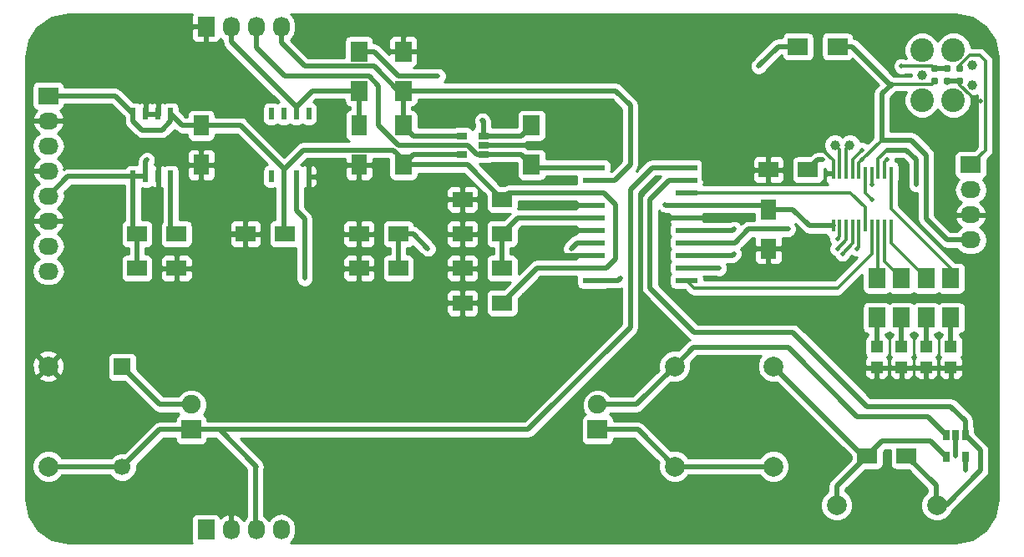
<source format=gbr>
G04 #@! TF.FileFunction,Copper,L1,Top,Signal*
%FSLAX46Y46*%
G04 Gerber Fmt 4.6, Leading zero omitted, Abs format (unit mm)*
G04 Created by KiCad (PCBNEW 4.0.1-stable) date Tuesday, May 03, 2016 'AMt' 11:53:51 AM*
%MOMM*%
G01*
G04 APERTURE LIST*
%ADD10C,0.150000*%
%ADD11R,1.600000X2.000000*%
%ADD12R,2.000000X1.600000*%
%ADD13C,1.699260*%
%ADD14R,1.699260X1.699260*%
%ADD15R,2.000000X1.900000*%
%ADD16C,1.900000*%
%ADD17R,1.198880X1.198880*%
%ADD18R,2.032000X1.727200*%
%ADD19O,2.032000X1.727200*%
%ADD20R,1.700000X2.000000*%
%ADD21R,2.000000X1.700000*%
%ADD22R,0.508000X1.143000*%
%ADD23R,0.650000X1.060000*%
%ADD24R,1.060000X0.650000*%
%ADD25R,0.406400X1.270000*%
%ADD26C,1.000760*%
%ADD27C,1.998980*%
%ADD28R,2.200000X0.600000*%
%ADD29R,1.727200X2.032000*%
%ADD30O,1.727200X2.032000*%
%ADD31C,2.400000*%
%ADD32C,1.000000*%
%ADD33C,0.787000*%
%ADD34C,0.500000*%
%ADD35C,0.500000*%
%ADD36C,0.350000*%
%ADD37C,0.250000*%
%ADD38C,0.254000*%
G04 APERTURE END LIST*
D10*
D11*
X183500000Y-61000000D03*
X183500000Y-57000000D03*
D12*
X181000000Y-68000000D03*
X177000000Y-68000000D03*
X181000000Y-71500000D03*
X177000000Y-71500000D03*
X255000000Y-90500000D03*
X251000000Y-90500000D03*
X188000000Y-68000000D03*
X192000000Y-68000000D03*
D11*
X199500000Y-61000000D03*
X199500000Y-57000000D03*
X241000000Y-69500000D03*
X241000000Y-65500000D03*
D12*
X210000000Y-75000000D03*
X214000000Y-75000000D03*
X210000000Y-64500000D03*
X214000000Y-64500000D03*
X210000000Y-68000000D03*
X214000000Y-68000000D03*
X210000000Y-71500000D03*
X214000000Y-71500000D03*
X199500000Y-68000000D03*
X203500000Y-68000000D03*
X199500000Y-71500000D03*
X203500000Y-71500000D03*
X241000000Y-61500000D03*
X245000000Y-61500000D03*
D13*
X175502540Y-91660520D03*
D14*
X175502540Y-81500520D03*
D15*
X182500000Y-87850000D03*
D16*
X182500000Y-85310000D03*
D15*
X223680000Y-87850000D03*
D16*
X223680000Y-85310000D03*
D17*
X252000000Y-79450980D03*
X252000000Y-81549020D03*
X254500000Y-79450980D03*
X254500000Y-81549020D03*
X257000000Y-79450980D03*
X257000000Y-81549020D03*
X259500000Y-79450980D03*
X259500000Y-81549020D03*
D18*
X261500000Y-61000000D03*
D19*
X261500000Y-63540000D03*
X261500000Y-66080000D03*
X261500000Y-68620000D03*
D18*
X168000000Y-54000000D03*
D19*
X168000000Y-56540000D03*
X168000000Y-59080000D03*
X168000000Y-61620000D03*
X168000000Y-64160000D03*
X168000000Y-66700000D03*
X168000000Y-69240000D03*
X168000000Y-71780000D03*
D20*
X199500000Y-49500000D03*
X199500000Y-53500000D03*
X217000000Y-61000000D03*
X217000000Y-57000000D03*
X204000000Y-57000000D03*
X204000000Y-61000000D03*
X204000000Y-49500000D03*
X204000000Y-53500000D03*
D21*
X248000000Y-49000000D03*
X244000000Y-49000000D03*
D20*
X252000000Y-76500000D03*
X252000000Y-72500000D03*
X254500000Y-76500000D03*
X254500000Y-72500000D03*
X257000000Y-76500000D03*
X257000000Y-72500000D03*
X259500000Y-76500000D03*
X259500000Y-72500000D03*
D22*
X176595000Y-55825000D03*
X177865000Y-55825000D03*
X179135000Y-55825000D03*
X180405000Y-55825000D03*
X180405000Y-62175000D03*
X179135000Y-62175000D03*
X177865000Y-62175000D03*
X176595000Y-62175000D03*
D23*
X260950000Y-88400000D03*
X260000000Y-88400000D03*
X259050000Y-88400000D03*
X259050000Y-90600000D03*
X260950000Y-90600000D03*
D22*
X190595000Y-55825000D03*
X191865000Y-55825000D03*
X193135000Y-55825000D03*
X194405000Y-55825000D03*
X194405000Y-62175000D03*
X193135000Y-62175000D03*
X191865000Y-62175000D03*
X190595000Y-62175000D03*
D24*
X212100000Y-59950000D03*
X212100000Y-59000000D03*
X212100000Y-58050000D03*
X209900000Y-58050000D03*
X209900000Y-59950000D03*
D25*
X247579000Y-67167000D03*
X248214000Y-67167000D03*
X248874400Y-67167000D03*
X249534800Y-67167000D03*
X250169800Y-67167000D03*
X250830200Y-67167000D03*
X251490600Y-67167000D03*
X252125600Y-67167000D03*
X252786000Y-67167000D03*
X253421000Y-67167000D03*
X253421000Y-61833000D03*
X252786000Y-61833000D03*
X252125600Y-61833000D03*
X251490600Y-61833000D03*
X250830200Y-61833000D03*
X250169800Y-61833000D03*
X249534800Y-61833000D03*
X248874400Y-61833000D03*
X248214000Y-61833000D03*
X247579000Y-61833000D03*
D26*
X247750700Y-59000000D03*
X249249300Y-59000000D03*
D27*
X168000000Y-91580000D03*
X168000000Y-81420000D03*
X231500000Y-81420000D03*
X231500000Y-91580000D03*
X241500000Y-81420000D03*
X241500000Y-91580000D03*
X258080000Y-95500000D03*
X247920000Y-95500000D03*
D28*
X223300000Y-72715000D03*
X232700000Y-72715000D03*
X223300000Y-71445000D03*
X232700000Y-71445000D03*
X223300000Y-70175000D03*
X232700000Y-70175000D03*
X223300000Y-68905000D03*
X232700000Y-68905000D03*
X223300000Y-67635000D03*
X232700000Y-67635000D03*
X223300000Y-66365000D03*
X232700000Y-66365000D03*
X223300000Y-65095000D03*
X232700000Y-65095000D03*
X223300000Y-63825000D03*
X232700000Y-63825000D03*
X223300000Y-62555000D03*
X232700000Y-62555000D03*
X223300000Y-61285000D03*
X232700000Y-61285000D03*
D29*
X184000000Y-98000000D03*
D30*
X186540000Y-98000000D03*
X189080000Y-98000000D03*
X191620000Y-98000000D03*
D29*
X184000000Y-47000000D03*
D30*
X186540000Y-47000000D03*
X189080000Y-47000000D03*
X191620000Y-47000000D03*
D31*
X259755000Y-49370000D03*
X259755000Y-54450000D03*
X256580000Y-49370000D03*
X256580000Y-54450000D03*
D32*
X261660000Y-50894000D03*
X261660000Y-52926000D03*
X256580000Y-51910000D03*
D33*
X260390000Y-51275000D03*
X260390000Y-52545000D03*
X259120000Y-51275000D03*
X259120000Y-52545000D03*
X257850000Y-51275000D03*
X257850000Y-52545000D03*
X257850000Y-52545000D03*
X257850000Y-51275000D03*
X259120000Y-52545000D03*
X259120000Y-51275000D03*
X260390000Y-52545000D03*
X260390000Y-51275000D03*
D32*
X256580000Y-51910000D03*
X261660000Y-52926000D03*
X261660000Y-50894000D03*
D31*
X256580000Y-54450000D03*
X256580000Y-49370000D03*
X259755000Y-54450000D03*
X259755000Y-49370000D03*
D34*
X225500000Y-56000000D03*
X236500000Y-59500000D03*
X236500000Y-62500000D03*
X230500000Y-56000000D03*
X230500000Y-57000000D03*
X246000000Y-92000000D03*
X246000000Y-95000000D03*
X245000000Y-92000000D03*
X245000000Y-95000000D03*
X201500000Y-92000000D03*
X201500000Y-95000000D03*
X244000000Y-92000000D03*
X244000000Y-95000000D03*
X200500000Y-95000000D03*
X200500000Y-92000000D03*
X199500000Y-92000000D03*
X199500000Y-95000000D03*
X183500000Y-73000000D03*
X183500000Y-69000000D03*
X185500000Y-69000000D03*
X184500000Y-73000000D03*
X184500000Y-69000000D03*
X185500000Y-73000000D03*
X235500000Y-62500000D03*
X235500000Y-59500000D03*
X225500000Y-58000000D03*
X230500000Y-58000000D03*
X234500000Y-62500000D03*
X234500000Y-59500000D03*
X225500000Y-57000000D03*
X220000000Y-62500000D03*
X219000000Y-67500000D03*
X219000000Y-62500000D03*
X221000000Y-62500000D03*
X219000000Y-65000000D03*
X220000000Y-67500000D03*
X220000000Y-65000000D03*
X221000000Y-67500000D03*
X221000000Y-65000000D03*
X260000000Y-90500000D03*
X244500000Y-72500000D03*
X262474998Y-54500000D03*
X246500000Y-59500000D03*
X261000000Y-92000000D03*
X215500000Y-73500000D03*
X230500000Y-65000000D03*
X240000000Y-51000000D03*
X254500000Y-51000000D03*
X178000000Y-60500000D03*
X206500000Y-69500000D03*
X221000000Y-69500000D03*
X246500000Y-60500000D03*
X250500000Y-60500000D03*
X250500000Y-59500000D03*
X248000000Y-69500000D03*
X248500000Y-70000000D03*
X207500000Y-52000000D03*
X212000000Y-56500000D03*
X256000000Y-63000000D03*
X194000000Y-72500000D03*
X236000000Y-71500000D03*
X253000000Y-60500000D03*
X251500000Y-64500000D03*
X237500000Y-70000000D03*
X243000000Y-67500000D03*
X250000000Y-69500000D03*
X237500000Y-67500000D03*
X251500000Y-63000000D03*
X226000000Y-72500000D03*
X248000000Y-68500000D03*
D35*
X225500000Y-57000000D02*
X225500000Y-56000000D01*
X236500000Y-59500000D02*
X236500000Y-62500000D01*
X246000000Y-95000000D02*
X246000000Y-92000000D01*
X245000000Y-95000000D02*
X245000000Y-92000000D01*
X201500000Y-92000000D02*
X201500000Y-95000000D01*
X244000000Y-95000000D02*
X244000000Y-92000000D01*
X200500000Y-92000000D02*
X200500000Y-95000000D01*
X199500000Y-92000000D02*
X199500000Y-95000000D01*
X183500000Y-69000000D02*
X183500000Y-73000000D01*
X184500000Y-69000000D02*
X184500000Y-73000000D01*
X185500000Y-73000000D02*
X185500000Y-69000000D01*
X186500000Y-68000000D02*
X185500000Y-69000000D01*
X186500000Y-68000000D02*
X188000000Y-68000000D01*
X235500000Y-59500000D02*
X235500000Y-62500000D01*
X234500000Y-59500000D02*
X234500000Y-62500000D01*
X225500000Y-58000000D02*
X225500000Y-57000000D01*
X212100000Y-59000000D02*
X224500000Y-59000000D01*
X224500000Y-59000000D02*
X225500000Y-58000000D01*
X220000000Y-67500000D02*
X219000000Y-67500000D01*
X220000000Y-62500000D02*
X219000000Y-62500000D01*
X221000000Y-62500000D02*
X220000000Y-62500000D01*
X219000000Y-65000000D02*
X220000000Y-65000000D01*
X221000000Y-67500000D02*
X220000000Y-67500000D01*
X220000000Y-65000000D02*
X221000000Y-65000000D01*
X221135000Y-67635000D02*
X221000000Y-67500000D01*
X221135000Y-67635000D02*
X223300000Y-67635000D01*
X221095000Y-65095000D02*
X221000000Y-65000000D01*
X221095000Y-65095000D02*
X223300000Y-65095000D01*
X260000000Y-88400000D02*
X260000000Y-90500000D01*
X241000000Y-69500000D02*
X243000000Y-69500000D01*
X244500000Y-71000000D02*
X244500000Y-72500000D01*
X243000000Y-69500000D02*
X244500000Y-71000000D01*
D36*
X261400000Y-53900000D02*
X262000000Y-54500000D01*
X260390000Y-52890000D02*
X261400000Y-53900000D01*
X262000000Y-54500000D02*
X262474998Y-54500000D01*
X247579000Y-61833000D02*
X247579000Y-60579000D01*
X247579000Y-60579000D02*
X246500000Y-59500000D01*
D35*
X223300000Y-70175000D02*
X219675000Y-70175000D01*
X219675000Y-70175000D02*
X219500000Y-70000000D01*
X259120000Y-52545000D02*
X260390000Y-52545000D01*
D36*
X260390000Y-52545000D02*
X260390000Y-52890000D01*
D35*
X191865000Y-62175000D02*
X191865000Y-67865000D01*
X191865000Y-67865000D02*
X192000000Y-68000000D01*
X260950000Y-90600000D02*
X260950000Y-91950000D01*
X260950000Y-91950000D02*
X261000000Y-92000000D01*
X204000000Y-61000000D02*
X204000000Y-60500000D01*
X204000000Y-60500000D02*
X203000000Y-59500000D01*
X193865000Y-59500000D02*
X191865000Y-61500000D01*
X203000000Y-59500000D02*
X193865000Y-59500000D01*
X204000000Y-61000000D02*
X210500000Y-61000000D01*
X210500000Y-61000000D02*
X214000000Y-64500000D01*
X223300000Y-63825000D02*
X224325000Y-63825000D01*
X224325000Y-63825000D02*
X225500000Y-65000000D01*
X224555000Y-71445000D02*
X225500000Y-70500000D01*
X225500000Y-70500000D02*
X225500000Y-68000000D01*
X223300000Y-71445000D02*
X224555000Y-71445000D01*
X225500000Y-65000000D02*
X225500000Y-68000000D01*
X223300000Y-71445000D02*
X217555000Y-71445000D01*
X217555000Y-71445000D02*
X215500000Y-73500000D01*
X215500000Y-73500000D02*
X215000000Y-74000000D01*
X215000000Y-74000000D02*
X214000000Y-75000000D01*
X223300000Y-63825000D02*
X214675000Y-63825000D01*
X214675000Y-63825000D02*
X214000000Y-64500000D01*
X191865000Y-62175000D02*
X191865000Y-61500000D01*
X191865000Y-61500000D02*
X191865000Y-61365000D01*
X187500000Y-57000000D02*
X183500000Y-57000000D01*
X191865000Y-61365000D02*
X187500000Y-57000000D01*
X191865000Y-67365000D02*
X192000000Y-67500000D01*
X168000000Y-54000000D02*
X174770000Y-54000000D01*
X174770000Y-54000000D02*
X176595000Y-55825000D01*
X180405000Y-55825000D02*
X180405000Y-56595000D01*
X176595000Y-56595000D02*
X177500000Y-57500000D01*
X177500000Y-57500000D02*
X178500000Y-57500000D01*
X176595000Y-56595000D02*
X176595000Y-55825000D01*
X179500000Y-57500000D02*
X178500000Y-57500000D01*
X180405000Y-56595000D02*
X179500000Y-57500000D01*
X209900000Y-59950000D02*
X205050000Y-59950000D01*
X205050000Y-59950000D02*
X204000000Y-61000000D01*
X183500000Y-57000000D02*
X181580000Y-57000000D01*
X181580000Y-57000000D02*
X180405000Y-55825000D01*
X180405000Y-62175000D02*
X180405000Y-67405000D01*
X180405000Y-67405000D02*
X181000000Y-68000000D01*
X232700000Y-65095000D02*
X230595000Y-65095000D01*
X230595000Y-65095000D02*
X230500000Y-65000000D01*
X247579000Y-67167000D02*
X245167000Y-67167000D01*
X243500000Y-65500000D02*
X241000000Y-65500000D01*
X245167000Y-67167000D02*
X243500000Y-65500000D01*
X244000000Y-49000000D02*
X242000000Y-49000000D01*
X242000000Y-49000000D02*
X240000000Y-51000000D01*
X177000000Y-68000000D02*
X177000000Y-71500000D01*
X176595000Y-62175000D02*
X176595000Y-67595000D01*
X176595000Y-67595000D02*
X177000000Y-68000000D01*
D36*
X254500000Y-51000000D02*
X257575000Y-51000000D01*
X257575000Y-51000000D02*
X257850000Y-51275000D01*
D35*
X177865000Y-62175000D02*
X177865000Y-60635000D01*
X177865000Y-60635000D02*
X178000000Y-60500000D01*
X232700000Y-65095000D02*
X240595000Y-65095000D01*
X240595000Y-65095000D02*
X241000000Y-65500000D01*
X176595000Y-62175000D02*
X169985000Y-62175000D01*
X169985000Y-62175000D02*
X168000000Y-64160000D01*
X240595000Y-65095000D02*
X241000000Y-65500000D01*
D36*
X240595000Y-65095000D02*
X241000000Y-65500000D01*
D35*
X176595000Y-62175000D02*
X177865000Y-62175000D01*
X257850000Y-51275000D02*
X259120000Y-51275000D01*
X258080000Y-95500000D02*
X259000000Y-95500000D01*
X259000000Y-95500000D02*
X262500000Y-92000000D01*
X262500000Y-89950000D02*
X260950000Y-88400000D01*
X262500000Y-92000000D02*
X262500000Y-89950000D01*
X259500000Y-85500000D02*
X251000000Y-85500000D01*
X260950000Y-86950000D02*
X259500000Y-85500000D01*
X243500000Y-78000000D02*
X251000000Y-85500000D01*
X230945000Y-62555000D02*
X229000000Y-64500000D01*
X229000000Y-64500000D02*
X229000000Y-73500000D01*
X229000000Y-73500000D02*
X233500000Y-78000000D01*
X233500000Y-78000000D02*
X243500000Y-78000000D01*
X232700000Y-62555000D02*
X230945000Y-62555000D01*
X260950000Y-86950000D02*
X260950000Y-88400000D01*
X255000000Y-90500000D02*
X258000000Y-93500000D01*
X258000000Y-93500000D02*
X258000000Y-95420000D01*
X258000000Y-95420000D02*
X258080000Y-95500000D01*
X251000000Y-90500000D02*
X252500000Y-89000000D01*
X257450000Y-89000000D02*
X259050000Y-90600000D01*
X252500000Y-89000000D02*
X257450000Y-89000000D01*
X251000000Y-90500000D02*
X250580000Y-90500000D01*
X250580000Y-90500000D02*
X241500000Y-81420000D01*
X251050000Y-90450000D02*
X247920000Y-93580000D01*
X247920000Y-93580000D02*
X247920000Y-95500000D01*
X186540000Y-47000000D02*
X186540000Y-48540000D01*
X186540000Y-48540000D02*
X193135000Y-55135000D01*
X199500000Y-53500000D02*
X194770000Y-53500000D01*
X194770000Y-53500000D02*
X193135000Y-55135000D01*
X199500000Y-57000000D02*
X199500000Y-53500000D01*
X193135000Y-55825000D02*
X193135000Y-55135000D01*
X214000000Y-68000000D02*
X214000000Y-71500000D01*
X223300000Y-66365000D02*
X215635000Y-66365000D01*
X215635000Y-66365000D02*
X214000000Y-68000000D01*
X223300000Y-68905000D02*
X221595000Y-68905000D01*
X205000000Y-68000000D02*
X203500000Y-68000000D01*
X206500000Y-69500000D02*
X205000000Y-68000000D01*
X221595000Y-68905000D02*
X221000000Y-69500000D01*
X203500000Y-71500000D02*
X203500000Y-68000000D01*
X246500000Y-60500000D02*
X246000000Y-60500000D01*
X246000000Y-60500000D02*
X245000000Y-61500000D01*
X248000000Y-49000000D02*
X249500000Y-49000000D01*
X253300000Y-52800000D02*
X249500000Y-49000000D01*
X253300000Y-52800000D02*
X253500000Y-52800000D01*
D36*
X253500000Y-52800000D02*
X253400000Y-52800000D01*
X257850000Y-52545000D02*
X257850000Y-52550000D01*
X257850000Y-52550000D02*
X257600000Y-52800000D01*
X257600000Y-52800000D02*
X253500000Y-52800000D01*
D35*
X253500000Y-52800000D02*
X252500000Y-53800000D01*
X252500000Y-58500000D02*
X252500000Y-53800000D01*
X252500000Y-58500000D02*
X255500000Y-58500000D01*
X259120000Y-68620000D02*
X261500000Y-68620000D01*
X257000000Y-66500000D02*
X259120000Y-68620000D01*
X257000000Y-60000000D02*
X257000000Y-66500000D01*
X255500000Y-58500000D02*
X257000000Y-60000000D01*
D36*
X250169800Y-61833000D02*
X250169800Y-60830200D01*
X250169800Y-60830200D02*
X250500000Y-60500000D01*
X250500000Y-60500000D02*
X252500000Y-58500000D01*
D35*
X189000000Y-91500000D02*
X189000000Y-97920000D01*
X189000000Y-97920000D02*
X189080000Y-98000000D01*
X232700000Y-61285000D02*
X229215000Y-61285000D01*
X216650000Y-87850000D02*
X182500000Y-87850000D01*
X227000000Y-77500000D02*
X216650000Y-87850000D01*
X227000000Y-63500000D02*
X227000000Y-77500000D01*
X229215000Y-61285000D02*
X227000000Y-63500000D01*
X182500000Y-87850000D02*
X185350000Y-87850000D01*
X185350000Y-87850000D02*
X189000000Y-91500000D01*
X189000000Y-91500000D02*
X189080000Y-91580000D01*
X182500000Y-87850000D02*
X179313060Y-87850000D01*
X179313060Y-87850000D02*
X175502540Y-91660520D01*
X168000000Y-91580000D02*
X175422020Y-91580000D01*
X175422020Y-91580000D02*
X175502540Y-91660520D01*
D37*
X175422020Y-91580000D02*
X175502540Y-91660520D01*
D35*
X182500000Y-85310000D02*
X179312020Y-85310000D01*
X179312020Y-85310000D02*
X175502540Y-81500520D01*
X231500000Y-91580000D02*
X241500000Y-91580000D01*
X223680000Y-87850000D02*
X227770000Y-87850000D01*
X227770000Y-87850000D02*
X231500000Y-91580000D01*
X243000000Y-79500000D02*
X250000000Y-86500000D01*
X243000000Y-79500000D02*
X233420000Y-79500000D01*
X231500000Y-81420000D02*
X233420000Y-79500000D01*
X257150000Y-86500000D02*
X259050000Y-88400000D01*
X250000000Y-86500000D02*
X257150000Y-86500000D01*
X223680000Y-85310000D02*
X227610000Y-85310000D01*
X227610000Y-85310000D02*
X231500000Y-81420000D01*
X252000000Y-79450980D02*
X252000000Y-76500000D01*
X254500000Y-79450980D02*
X254500000Y-76500000D01*
X257000000Y-79450980D02*
X257000000Y-76500000D01*
X259500000Y-79450980D02*
X259500000Y-76500000D01*
D36*
X249534800Y-61833000D02*
X249534800Y-60465200D01*
X249534800Y-60465200D02*
X250500000Y-59500000D01*
X261500000Y-61000000D02*
X263000000Y-59500000D01*
X261400000Y-49900000D02*
X262400000Y-49900000D01*
X261400000Y-49900000D02*
X260390000Y-50910000D01*
X263000000Y-50500000D02*
X262400000Y-49900000D01*
X263000000Y-59500000D02*
X263000000Y-50500000D01*
X260390000Y-51275000D02*
X260390000Y-50910000D01*
X248874400Y-68625600D02*
X248000000Y-69500000D01*
X248874400Y-67167000D02*
X248874400Y-68625600D01*
X249534800Y-67167000D02*
X249534800Y-68965200D01*
X249534800Y-68965200D02*
X248500000Y-70000000D01*
D35*
X192580000Y-52000000D02*
X192000000Y-52000000D01*
X211450000Y-59950000D02*
X210500000Y-59000000D01*
X210500000Y-59000000D02*
X203500000Y-59000000D01*
X203500000Y-59000000D02*
X201500000Y-57000000D01*
X201500000Y-57000000D02*
X201500000Y-53000000D01*
X201500000Y-53000000D02*
X200500000Y-52000000D01*
X200500000Y-52000000D02*
X192580000Y-52000000D01*
X212100000Y-59950000D02*
X211450000Y-59950000D01*
X189080000Y-49080000D02*
X189080000Y-47000000D01*
X192000000Y-52000000D02*
X189080000Y-49080000D01*
X223300000Y-61285000D02*
X217285000Y-61285000D01*
X217285000Y-61285000D02*
X217000000Y-61000000D01*
X212100000Y-59950000D02*
X215950000Y-59950000D01*
X215950000Y-59950000D02*
X217000000Y-61000000D01*
X225445000Y-62555000D02*
X227000000Y-61000000D01*
X223300000Y-62555000D02*
X225445000Y-62555000D01*
X225500000Y-53500000D02*
X204000000Y-53500000D01*
X227000000Y-55000000D02*
X225500000Y-53500000D01*
X227000000Y-61000000D02*
X227000000Y-55000000D01*
X194120000Y-51000000D02*
X194000000Y-51000000D01*
X201000000Y-51000000D02*
X194120000Y-51000000D01*
X203500000Y-53500000D02*
X201000000Y-51000000D01*
X191620000Y-48620000D02*
X191620000Y-47000000D01*
X194000000Y-51000000D02*
X191620000Y-48620000D01*
X204000000Y-53500000D02*
X203500000Y-53500000D01*
X204000000Y-53500000D02*
X204000000Y-53000000D01*
X204000000Y-57000000D02*
X204000000Y-53500000D01*
X209900000Y-58050000D02*
X205050000Y-58050000D01*
X205050000Y-58050000D02*
X204000000Y-57000000D01*
X207500000Y-52000000D02*
X203500000Y-52000000D01*
X199500000Y-49500000D02*
X201000000Y-49500000D01*
X201000000Y-49500000D02*
X203500000Y-52000000D01*
X212100000Y-56600000D02*
X212100000Y-58050000D01*
X212000000Y-56500000D02*
X212100000Y-56600000D01*
X212100000Y-58050000D02*
X215950000Y-58050000D01*
X215950000Y-58050000D02*
X217000000Y-57000000D01*
D36*
X252125600Y-67167000D02*
X252125600Y-72374400D01*
X252125600Y-72374400D02*
X252000000Y-72500000D01*
X252786000Y-67167000D02*
X252786000Y-70786000D01*
X252786000Y-70786000D02*
X254500000Y-72500000D01*
X253421000Y-67167000D02*
X253421000Y-68921000D01*
X253421000Y-68921000D02*
X257000000Y-72500000D01*
X253421000Y-61833000D02*
X253421000Y-65421000D01*
X253421000Y-65421000D02*
X259500000Y-71500000D01*
X259500000Y-71500000D02*
X259500000Y-72500000D01*
D35*
X255000000Y-59500000D02*
X256000000Y-60500000D01*
X256000000Y-60500000D02*
X256000000Y-63000000D01*
D36*
X252125600Y-61833000D02*
X252125600Y-60374400D01*
X252125600Y-60374400D02*
X253000000Y-59500000D01*
D35*
X253000000Y-59500000D02*
X255000000Y-59500000D01*
X193135000Y-65635000D02*
X193135000Y-62175000D01*
X193135000Y-65635000D02*
X194000000Y-66500000D01*
X194000000Y-72500000D02*
X194000000Y-66500000D01*
D36*
X251490600Y-67167000D02*
X251490600Y-70009400D01*
X233485000Y-73500000D02*
X232700000Y-72715000D01*
X248000000Y-73500000D02*
X233485000Y-73500000D01*
X251490600Y-70009400D02*
X248000000Y-73500000D01*
D35*
X236000000Y-71500000D02*
X235945000Y-71445000D01*
X232700000Y-71445000D02*
X235945000Y-71445000D01*
D36*
X252786000Y-60714000D02*
X253000000Y-60500000D01*
X252786000Y-60714000D02*
X252786000Y-61833000D01*
X250830200Y-61833000D02*
X250830200Y-63830200D01*
D35*
X237325000Y-70175000D02*
X232700000Y-70175000D01*
X237325000Y-70175000D02*
X237500000Y-70000000D01*
D36*
X250830200Y-63830200D02*
X251500000Y-64500000D01*
D35*
X239000000Y-67500000D02*
X243000000Y-67500000D01*
X239000000Y-67500000D02*
X237595000Y-68905000D01*
X232700000Y-68905000D02*
X237595000Y-68905000D01*
D36*
X250169800Y-69330200D02*
X250169800Y-67167000D01*
X250169800Y-69330200D02*
X250000000Y-69500000D01*
D35*
X232700000Y-67635000D02*
X237365000Y-67635000D01*
X237365000Y-67635000D02*
X237500000Y-67500000D01*
D36*
X251490600Y-62990600D02*
X251500000Y-63000000D01*
X251490600Y-62990600D02*
X251490600Y-61833000D01*
X232700000Y-63825000D02*
X249325000Y-63825000D01*
X250830200Y-65330200D02*
X250830200Y-67167000D01*
X249325000Y-63825000D02*
X250830200Y-65330200D01*
D35*
X226000000Y-72500000D02*
X225785000Y-72715000D01*
X225785000Y-72715000D02*
X223300000Y-72715000D01*
D36*
X248214000Y-68286000D02*
X248000000Y-68500000D01*
X248214000Y-67167000D02*
X248214000Y-68286000D01*
X248874400Y-61833000D02*
X248874400Y-59374900D01*
X248874400Y-59374900D02*
X249249300Y-59000000D01*
X248214000Y-61833000D02*
X248214000Y-59463300D01*
X248214000Y-59463300D02*
X247750700Y-59000000D01*
D38*
G36*
X182501400Y-45857691D02*
X182501400Y-46714250D01*
X182660150Y-46873000D01*
X183873000Y-46873000D01*
X183873000Y-46853000D01*
X184127000Y-46853000D01*
X184127000Y-46873000D01*
X184147000Y-46873000D01*
X184147000Y-47127000D01*
X184127000Y-47127000D01*
X184127000Y-48492250D01*
X184285750Y-48651000D01*
X184989910Y-48651000D01*
X185223299Y-48554327D01*
X185401927Y-48375698D01*
X185465500Y-48222220D01*
X185480330Y-48244415D01*
X185655000Y-48361126D01*
X185655000Y-48539995D01*
X185654999Y-48540000D01*
X185683513Y-48683345D01*
X185722367Y-48878675D01*
X185856887Y-49080000D01*
X185914210Y-49165790D01*
X191395104Y-54646684D01*
X191375683Y-54650338D01*
X191229093Y-54744666D01*
X191100890Y-54657069D01*
X190849000Y-54606060D01*
X190341000Y-54606060D01*
X190105683Y-54650338D01*
X189889559Y-54789410D01*
X189744569Y-55001610D01*
X189693560Y-55253500D01*
X189693560Y-56396500D01*
X189737838Y-56631817D01*
X189876910Y-56847941D01*
X190089110Y-56992931D01*
X190341000Y-57043940D01*
X190849000Y-57043940D01*
X191084317Y-56999662D01*
X191230907Y-56905334D01*
X191359110Y-56992931D01*
X191611000Y-57043940D01*
X192119000Y-57043940D01*
X192354317Y-56999662D01*
X192500907Y-56905334D01*
X192629110Y-56992931D01*
X192881000Y-57043940D01*
X193389000Y-57043940D01*
X193624317Y-56999662D01*
X193770907Y-56905334D01*
X193899110Y-56992931D01*
X194151000Y-57043940D01*
X194659000Y-57043940D01*
X194894317Y-56999662D01*
X195110441Y-56860590D01*
X195255431Y-56648390D01*
X195306440Y-56396500D01*
X195306440Y-55253500D01*
X195262162Y-55018183D01*
X195123090Y-54802059D01*
X194910890Y-54657069D01*
X194872321Y-54649259D01*
X195136579Y-54385000D01*
X198002560Y-54385000D01*
X198002560Y-54500000D01*
X198046838Y-54735317D01*
X198185910Y-54951441D01*
X198398110Y-55096431D01*
X198615000Y-55140352D01*
X198615000Y-55368554D01*
X198464683Y-55396838D01*
X198248559Y-55535910D01*
X198103569Y-55748110D01*
X198052560Y-56000000D01*
X198052560Y-58000000D01*
X198096838Y-58235317D01*
X198235910Y-58451441D01*
X198448110Y-58596431D01*
X198539806Y-58615000D01*
X193865005Y-58615000D01*
X193865000Y-58614999D01*
X193526325Y-58682367D01*
X193239210Y-58874210D01*
X193239208Y-58874213D01*
X191932500Y-60180921D01*
X188125790Y-56374210D01*
X188051745Y-56324735D01*
X187838675Y-56182367D01*
X187782484Y-56171190D01*
X187500000Y-56114999D01*
X187499995Y-56115000D01*
X184947440Y-56115000D01*
X184947440Y-56000000D01*
X184903162Y-55764683D01*
X184764090Y-55548559D01*
X184551890Y-55403569D01*
X184300000Y-55352560D01*
X182700000Y-55352560D01*
X182464683Y-55396838D01*
X182248559Y-55535910D01*
X182103569Y-55748110D01*
X182052560Y-56000000D01*
X182052560Y-56115000D01*
X181946579Y-56115000D01*
X181306440Y-55474860D01*
X181306440Y-55253500D01*
X181262162Y-55018183D01*
X181123090Y-54802059D01*
X180910890Y-54657069D01*
X180659000Y-54606060D01*
X180151000Y-54606060D01*
X179915683Y-54650338D01*
X179774629Y-54741104D01*
X179748698Y-54715173D01*
X179515309Y-54618500D01*
X179420750Y-54618500D01*
X179262000Y-54777250D01*
X179262000Y-55698000D01*
X179282000Y-55698000D01*
X179282000Y-55952000D01*
X179262000Y-55952000D01*
X179262000Y-55972000D01*
X179008000Y-55972000D01*
X179008000Y-55952000D01*
X177992000Y-55952000D01*
X177992000Y-55972000D01*
X177738000Y-55972000D01*
X177738000Y-55952000D01*
X177718000Y-55952000D01*
X177718000Y-55698000D01*
X177738000Y-55698000D01*
X177738000Y-54777250D01*
X177992000Y-54777250D01*
X177992000Y-55698000D01*
X179008000Y-55698000D01*
X179008000Y-54777250D01*
X178849250Y-54618500D01*
X178754691Y-54618500D01*
X178521302Y-54715173D01*
X178500000Y-54736475D01*
X178478698Y-54715173D01*
X178245309Y-54618500D01*
X178150750Y-54618500D01*
X177992000Y-54777250D01*
X177738000Y-54777250D01*
X177579250Y-54618500D01*
X177484691Y-54618500D01*
X177251302Y-54715173D01*
X177224765Y-54741709D01*
X177100890Y-54657069D01*
X176849000Y-54606060D01*
X176627639Y-54606060D01*
X175395790Y-53374210D01*
X175342608Y-53338675D01*
X175108675Y-53182367D01*
X175052484Y-53171190D01*
X174770000Y-53114999D01*
X174769995Y-53115000D01*
X169659413Y-53115000D01*
X169619162Y-52901083D01*
X169480090Y-52684959D01*
X169267890Y-52539969D01*
X169016000Y-52488960D01*
X166984000Y-52488960D01*
X166748683Y-52533238D01*
X166532559Y-52672310D01*
X166387569Y-52884510D01*
X166336560Y-53136400D01*
X166336560Y-54863600D01*
X166380838Y-55098917D01*
X166519910Y-55315041D01*
X166732110Y-55460031D01*
X166826927Y-55479232D01*
X166649268Y-55637964D01*
X166395291Y-56165209D01*
X166392642Y-56180974D01*
X166513783Y-56413000D01*
X167873000Y-56413000D01*
X167873000Y-56393000D01*
X168127000Y-56393000D01*
X168127000Y-56413000D01*
X169486217Y-56413000D01*
X169607358Y-56180974D01*
X169604709Y-56165209D01*
X169350732Y-55637964D01*
X169175155Y-55481093D01*
X169251317Y-55466762D01*
X169467441Y-55327690D01*
X169612431Y-55115490D01*
X169659106Y-54885000D01*
X174403420Y-54885000D01*
X175693560Y-56175139D01*
X175693560Y-56396500D01*
X175710000Y-56483871D01*
X175710000Y-56594995D01*
X175709999Y-56595000D01*
X175758470Y-56838674D01*
X175777367Y-56933675D01*
X175907590Y-57128569D01*
X175969210Y-57220790D01*
X176874208Y-58125787D01*
X176874210Y-58125790D01*
X177157835Y-58315301D01*
X177161325Y-58317633D01*
X177500000Y-58385001D01*
X177500005Y-58385000D01*
X179499995Y-58385000D01*
X179500000Y-58385001D01*
X179782484Y-58328810D01*
X179838675Y-58317633D01*
X180125790Y-58125790D01*
X180125791Y-58125789D01*
X180790000Y-57461579D01*
X180954208Y-57625787D01*
X180954210Y-57625790D01*
X181241325Y-57817633D01*
X181297516Y-57828810D01*
X181580000Y-57885001D01*
X181580005Y-57885000D01*
X182052560Y-57885000D01*
X182052560Y-58000000D01*
X182096838Y-58235317D01*
X182235910Y-58451441D01*
X182448110Y-58596431D01*
X182700000Y-58647440D01*
X184300000Y-58647440D01*
X184535317Y-58603162D01*
X184751441Y-58464090D01*
X184896431Y-58251890D01*
X184947440Y-58000000D01*
X184947440Y-57885000D01*
X187133420Y-57885000D01*
X190226101Y-60977680D01*
X190105683Y-61000338D01*
X189889559Y-61139410D01*
X189744569Y-61351610D01*
X189693560Y-61603500D01*
X189693560Y-62746500D01*
X189737838Y-62981817D01*
X189876910Y-63197941D01*
X190089110Y-63342931D01*
X190341000Y-63393940D01*
X190849000Y-63393940D01*
X190980000Y-63369291D01*
X190980000Y-66556323D01*
X190764683Y-66596838D01*
X190548559Y-66735910D01*
X190403569Y-66948110D01*
X190352560Y-67200000D01*
X190352560Y-68800000D01*
X190396838Y-69035317D01*
X190535910Y-69251441D01*
X190748110Y-69396431D01*
X191000000Y-69447440D01*
X193000000Y-69447440D01*
X193115000Y-69425801D01*
X193115000Y-72499801D01*
X193114847Y-72675265D01*
X193249296Y-73000657D01*
X193374209Y-73125788D01*
X193374210Y-73125790D01*
X193374212Y-73125791D01*
X193498033Y-73249829D01*
X193823190Y-73384846D01*
X194175265Y-73385153D01*
X194500657Y-73250704D01*
X194625788Y-73125791D01*
X194625790Y-73125790D01*
X194625791Y-73125788D01*
X194749829Y-73001967D01*
X194884846Y-72676810D01*
X194885153Y-72324735D01*
X194885000Y-72324365D01*
X194885000Y-71785750D01*
X197865000Y-71785750D01*
X197865000Y-72426310D01*
X197961673Y-72659699D01*
X198140302Y-72838327D01*
X198373691Y-72935000D01*
X199214250Y-72935000D01*
X199373000Y-72776250D01*
X199373000Y-71627000D01*
X199627000Y-71627000D01*
X199627000Y-72776250D01*
X199785750Y-72935000D01*
X200626309Y-72935000D01*
X200859698Y-72838327D01*
X201038327Y-72659699D01*
X201135000Y-72426310D01*
X201135000Y-71785750D01*
X200976250Y-71627000D01*
X199627000Y-71627000D01*
X199373000Y-71627000D01*
X198023750Y-71627000D01*
X197865000Y-71785750D01*
X194885000Y-71785750D01*
X194885000Y-70573690D01*
X197865000Y-70573690D01*
X197865000Y-71214250D01*
X198023750Y-71373000D01*
X199373000Y-71373000D01*
X199373000Y-70223750D01*
X199627000Y-70223750D01*
X199627000Y-71373000D01*
X200976250Y-71373000D01*
X201135000Y-71214250D01*
X201135000Y-70573690D01*
X201038327Y-70340301D01*
X200859698Y-70161673D01*
X200626309Y-70065000D01*
X199785750Y-70065000D01*
X199627000Y-70223750D01*
X199373000Y-70223750D01*
X199214250Y-70065000D01*
X198373691Y-70065000D01*
X198140302Y-70161673D01*
X197961673Y-70340301D01*
X197865000Y-70573690D01*
X194885000Y-70573690D01*
X194885000Y-68285750D01*
X197865000Y-68285750D01*
X197865000Y-68926310D01*
X197961673Y-69159699D01*
X198140302Y-69338327D01*
X198373691Y-69435000D01*
X199214250Y-69435000D01*
X199373000Y-69276250D01*
X199373000Y-68127000D01*
X199627000Y-68127000D01*
X199627000Y-69276250D01*
X199785750Y-69435000D01*
X200626309Y-69435000D01*
X200859698Y-69338327D01*
X201038327Y-69159699D01*
X201135000Y-68926310D01*
X201135000Y-68285750D01*
X200976250Y-68127000D01*
X199627000Y-68127000D01*
X199373000Y-68127000D01*
X198023750Y-68127000D01*
X197865000Y-68285750D01*
X194885000Y-68285750D01*
X194885000Y-67073690D01*
X197865000Y-67073690D01*
X197865000Y-67714250D01*
X198023750Y-67873000D01*
X199373000Y-67873000D01*
X199373000Y-66723750D01*
X199627000Y-66723750D01*
X199627000Y-67873000D01*
X200976250Y-67873000D01*
X201135000Y-67714250D01*
X201135000Y-67200000D01*
X201852560Y-67200000D01*
X201852560Y-68800000D01*
X201896838Y-69035317D01*
X202035910Y-69251441D01*
X202248110Y-69396431D01*
X202500000Y-69447440D01*
X202615000Y-69447440D01*
X202615000Y-70052560D01*
X202500000Y-70052560D01*
X202264683Y-70096838D01*
X202048559Y-70235910D01*
X201903569Y-70448110D01*
X201852560Y-70700000D01*
X201852560Y-72300000D01*
X201896838Y-72535317D01*
X202035910Y-72751441D01*
X202248110Y-72896431D01*
X202500000Y-72947440D01*
X204500000Y-72947440D01*
X204735317Y-72903162D01*
X204951441Y-72764090D01*
X205096431Y-72551890D01*
X205147440Y-72300000D01*
X205147440Y-71785750D01*
X208365000Y-71785750D01*
X208365000Y-72426310D01*
X208461673Y-72659699D01*
X208640302Y-72838327D01*
X208873691Y-72935000D01*
X209714250Y-72935000D01*
X209873000Y-72776250D01*
X209873000Y-71627000D01*
X210127000Y-71627000D01*
X210127000Y-72776250D01*
X210285750Y-72935000D01*
X211126309Y-72935000D01*
X211359698Y-72838327D01*
X211538327Y-72659699D01*
X211635000Y-72426310D01*
X211635000Y-71785750D01*
X211476250Y-71627000D01*
X210127000Y-71627000D01*
X209873000Y-71627000D01*
X208523750Y-71627000D01*
X208365000Y-71785750D01*
X205147440Y-71785750D01*
X205147440Y-70700000D01*
X205123674Y-70573690D01*
X208365000Y-70573690D01*
X208365000Y-71214250D01*
X208523750Y-71373000D01*
X209873000Y-71373000D01*
X209873000Y-70223750D01*
X210127000Y-70223750D01*
X210127000Y-71373000D01*
X211476250Y-71373000D01*
X211635000Y-71214250D01*
X211635000Y-70573690D01*
X211538327Y-70340301D01*
X211359698Y-70161673D01*
X211126309Y-70065000D01*
X210285750Y-70065000D01*
X210127000Y-70223750D01*
X209873000Y-70223750D01*
X209714250Y-70065000D01*
X208873691Y-70065000D01*
X208640302Y-70161673D01*
X208461673Y-70340301D01*
X208365000Y-70573690D01*
X205123674Y-70573690D01*
X205103162Y-70464683D01*
X204964090Y-70248559D01*
X204751890Y-70103569D01*
X204500000Y-70052560D01*
X204385000Y-70052560D01*
X204385000Y-69447440D01*
X204500000Y-69447440D01*
X204735317Y-69403162D01*
X204951441Y-69264090D01*
X204976230Y-69227810D01*
X205873951Y-70125530D01*
X205998033Y-70249829D01*
X206323190Y-70384846D01*
X206675265Y-70385153D01*
X207000657Y-70250704D01*
X207249829Y-70001967D01*
X207384846Y-69676810D01*
X207385153Y-69324735D01*
X207250704Y-68999343D01*
X207001967Y-68750171D01*
X207001596Y-68750017D01*
X206537330Y-68285750D01*
X208365000Y-68285750D01*
X208365000Y-68926310D01*
X208461673Y-69159699D01*
X208640302Y-69338327D01*
X208873691Y-69435000D01*
X209714250Y-69435000D01*
X209873000Y-69276250D01*
X209873000Y-68127000D01*
X210127000Y-68127000D01*
X210127000Y-69276250D01*
X210285750Y-69435000D01*
X211126309Y-69435000D01*
X211359698Y-69338327D01*
X211538327Y-69159699D01*
X211635000Y-68926310D01*
X211635000Y-68285750D01*
X211476250Y-68127000D01*
X210127000Y-68127000D01*
X209873000Y-68127000D01*
X208523750Y-68127000D01*
X208365000Y-68285750D01*
X206537330Y-68285750D01*
X205625790Y-67374210D01*
X205612006Y-67365000D01*
X205338675Y-67182367D01*
X205282484Y-67171190D01*
X205136557Y-67142163D01*
X205123673Y-67073690D01*
X208365000Y-67073690D01*
X208365000Y-67714250D01*
X208523750Y-67873000D01*
X209873000Y-67873000D01*
X209873000Y-66723750D01*
X210127000Y-66723750D01*
X210127000Y-67873000D01*
X211476250Y-67873000D01*
X211635000Y-67714250D01*
X211635000Y-67073690D01*
X211538327Y-66840301D01*
X211359698Y-66661673D01*
X211126309Y-66565000D01*
X210285750Y-66565000D01*
X210127000Y-66723750D01*
X209873000Y-66723750D01*
X209714250Y-66565000D01*
X208873691Y-66565000D01*
X208640302Y-66661673D01*
X208461673Y-66840301D01*
X208365000Y-67073690D01*
X205123673Y-67073690D01*
X205103162Y-66964683D01*
X204964090Y-66748559D01*
X204751890Y-66603569D01*
X204500000Y-66552560D01*
X202500000Y-66552560D01*
X202264683Y-66596838D01*
X202048559Y-66735910D01*
X201903569Y-66948110D01*
X201852560Y-67200000D01*
X201135000Y-67200000D01*
X201135000Y-67073690D01*
X201038327Y-66840301D01*
X200859698Y-66661673D01*
X200626309Y-66565000D01*
X199785750Y-66565000D01*
X199627000Y-66723750D01*
X199373000Y-66723750D01*
X199214250Y-66565000D01*
X198373691Y-66565000D01*
X198140302Y-66661673D01*
X197961673Y-66840301D01*
X197865000Y-67073690D01*
X194885000Y-67073690D01*
X194885000Y-66500005D01*
X194885001Y-66500000D01*
X194817633Y-66161326D01*
X194817633Y-66161325D01*
X194625790Y-65874210D01*
X194625787Y-65874208D01*
X194020000Y-65268420D01*
X194020000Y-64785750D01*
X208365000Y-64785750D01*
X208365000Y-65426310D01*
X208461673Y-65659699D01*
X208640302Y-65838327D01*
X208873691Y-65935000D01*
X209714250Y-65935000D01*
X209873000Y-65776250D01*
X209873000Y-64627000D01*
X210127000Y-64627000D01*
X210127000Y-65776250D01*
X210285750Y-65935000D01*
X211126309Y-65935000D01*
X211359698Y-65838327D01*
X211538327Y-65659699D01*
X211635000Y-65426310D01*
X211635000Y-64785750D01*
X211476250Y-64627000D01*
X210127000Y-64627000D01*
X209873000Y-64627000D01*
X208523750Y-64627000D01*
X208365000Y-64785750D01*
X194020000Y-64785750D01*
X194020000Y-63573690D01*
X208365000Y-63573690D01*
X208365000Y-64214250D01*
X208523750Y-64373000D01*
X209873000Y-64373000D01*
X209873000Y-63223750D01*
X210127000Y-63223750D01*
X210127000Y-64373000D01*
X211476250Y-64373000D01*
X211635000Y-64214250D01*
X211635000Y-63573690D01*
X211538327Y-63340301D01*
X211359698Y-63161673D01*
X211126309Y-63065000D01*
X210285750Y-63065000D01*
X210127000Y-63223750D01*
X209873000Y-63223750D01*
X209714250Y-63065000D01*
X208873691Y-63065000D01*
X208640302Y-63161673D01*
X208461673Y-63340301D01*
X208365000Y-63573690D01*
X194020000Y-63573690D01*
X194020000Y-63379557D01*
X194024691Y-63381500D01*
X194119250Y-63381500D01*
X194278000Y-63222750D01*
X194278000Y-62302000D01*
X194532000Y-62302000D01*
X194532000Y-63222750D01*
X194690750Y-63381500D01*
X194785309Y-63381500D01*
X195018698Y-63284827D01*
X195197327Y-63106199D01*
X195294000Y-62872810D01*
X195294000Y-62460750D01*
X195135250Y-62302000D01*
X194532000Y-62302000D01*
X194278000Y-62302000D01*
X194258000Y-62302000D01*
X194258000Y-62048000D01*
X194278000Y-62048000D01*
X194278000Y-61127250D01*
X194532000Y-61127250D01*
X194532000Y-62048000D01*
X195135250Y-62048000D01*
X195294000Y-61889250D01*
X195294000Y-61477190D01*
X195214703Y-61285750D01*
X198065000Y-61285750D01*
X198065000Y-62126309D01*
X198161673Y-62359698D01*
X198340301Y-62538327D01*
X198573690Y-62635000D01*
X199214250Y-62635000D01*
X199373000Y-62476250D01*
X199373000Y-61127000D01*
X199627000Y-61127000D01*
X199627000Y-62476250D01*
X199785750Y-62635000D01*
X200426310Y-62635000D01*
X200659699Y-62538327D01*
X200838327Y-62359698D01*
X200935000Y-62126309D01*
X200935000Y-61285750D01*
X200776250Y-61127000D01*
X199627000Y-61127000D01*
X199373000Y-61127000D01*
X198223750Y-61127000D01*
X198065000Y-61285750D01*
X195214703Y-61285750D01*
X195197327Y-61243801D01*
X195018698Y-61065173D01*
X194785309Y-60968500D01*
X194690750Y-60968500D01*
X194532000Y-61127250D01*
X194278000Y-61127250D01*
X194119250Y-60968500D01*
X194024691Y-60968500D01*
X193791302Y-61065173D01*
X193764765Y-61091709D01*
X193640890Y-61007069D01*
X193614795Y-61001785D01*
X194231579Y-60385000D01*
X198065000Y-60385000D01*
X198065000Y-60714250D01*
X198223750Y-60873000D01*
X199373000Y-60873000D01*
X199373000Y-60853000D01*
X199627000Y-60853000D01*
X199627000Y-60873000D01*
X200776250Y-60873000D01*
X200935000Y-60714250D01*
X200935000Y-60385000D01*
X202502560Y-60385000D01*
X202502560Y-62000000D01*
X202546838Y-62235317D01*
X202685910Y-62451441D01*
X202898110Y-62596431D01*
X203150000Y-62647440D01*
X204850000Y-62647440D01*
X205085317Y-62603162D01*
X205301441Y-62464090D01*
X205446431Y-62251890D01*
X205497440Y-62000000D01*
X205497440Y-61885000D01*
X210133420Y-61885000D01*
X212352560Y-64104139D01*
X212352560Y-65300000D01*
X212396838Y-65535317D01*
X212535910Y-65751441D01*
X212748110Y-65896431D01*
X213000000Y-65947440D01*
X214800981Y-65947440D01*
X214195861Y-66552560D01*
X213000000Y-66552560D01*
X212764683Y-66596838D01*
X212548559Y-66735910D01*
X212403569Y-66948110D01*
X212352560Y-67200000D01*
X212352560Y-68800000D01*
X212396838Y-69035317D01*
X212535910Y-69251441D01*
X212748110Y-69396431D01*
X213000000Y-69447440D01*
X213115000Y-69447440D01*
X213115000Y-70052560D01*
X213000000Y-70052560D01*
X212764683Y-70096838D01*
X212548559Y-70235910D01*
X212403569Y-70448110D01*
X212352560Y-70700000D01*
X212352560Y-72300000D01*
X212396838Y-72535317D01*
X212535910Y-72751441D01*
X212748110Y-72896431D01*
X213000000Y-72947440D01*
X214800852Y-72947440D01*
X214750171Y-72998033D01*
X214750017Y-72998404D01*
X214374210Y-73374210D01*
X214374208Y-73374213D01*
X214195861Y-73552560D01*
X213000000Y-73552560D01*
X212764683Y-73596838D01*
X212548559Y-73735910D01*
X212403569Y-73948110D01*
X212352560Y-74200000D01*
X212352560Y-75800000D01*
X212396838Y-76035317D01*
X212535910Y-76251441D01*
X212748110Y-76396431D01*
X213000000Y-76447440D01*
X215000000Y-76447440D01*
X215235317Y-76403162D01*
X215451441Y-76264090D01*
X215596431Y-76051890D01*
X215647440Y-75800000D01*
X215647440Y-74604140D01*
X216125787Y-74125792D01*
X216125790Y-74125790D01*
X216126102Y-74125478D01*
X216249829Y-74001967D01*
X216249982Y-74001598D01*
X217921579Y-72330000D01*
X221569773Y-72330000D01*
X221552560Y-72415000D01*
X221552560Y-73015000D01*
X221596838Y-73250317D01*
X221735910Y-73466441D01*
X221948110Y-73611431D01*
X222200000Y-73662440D01*
X224400000Y-73662440D01*
X224635317Y-73618162D01*
X224663542Y-73600000D01*
X225784995Y-73600000D01*
X225785000Y-73600001D01*
X226067484Y-73543810D01*
X226115000Y-73534359D01*
X226115000Y-77133421D01*
X216283420Y-86965000D01*
X185350005Y-86965000D01*
X185350000Y-86964999D01*
X185349995Y-86965000D01*
X184147440Y-86965000D01*
X184147440Y-86900000D01*
X184103162Y-86664683D01*
X183964090Y-86448559D01*
X183751890Y-86303569D01*
X183748808Y-86302945D01*
X183842914Y-86209003D01*
X184084724Y-85626659D01*
X184085275Y-84996107D01*
X183844481Y-84413343D01*
X183399003Y-83967086D01*
X182816659Y-83725276D01*
X182186107Y-83724725D01*
X181603343Y-83965519D01*
X181157086Y-84410997D01*
X181151271Y-84425000D01*
X179678599Y-84425000D01*
X176999610Y-81746010D01*
X176999610Y-80650890D01*
X176955332Y-80415573D01*
X176816260Y-80199449D01*
X176604060Y-80054459D01*
X176352170Y-80003450D01*
X174652910Y-80003450D01*
X174417593Y-80047728D01*
X174201469Y-80186800D01*
X174056479Y-80399000D01*
X174005470Y-80650890D01*
X174005470Y-82350150D01*
X174049748Y-82585467D01*
X174188820Y-82801591D01*
X174401020Y-82946581D01*
X174652910Y-82997590D01*
X175748030Y-82997590D01*
X178686228Y-85935787D01*
X178686230Y-85935790D01*
X178879608Y-86065000D01*
X178973345Y-86127633D01*
X179312020Y-86195001D01*
X179312025Y-86195000D01*
X181150702Y-86195000D01*
X181155519Y-86206657D01*
X181253029Y-86304337D01*
X181048559Y-86435910D01*
X180903569Y-86648110D01*
X180852560Y-86900000D01*
X180852560Y-86965000D01*
X179313065Y-86965000D01*
X179313060Y-86964999D01*
X179030576Y-87021190D01*
X178974385Y-87032367D01*
X178687270Y-87224210D01*
X178687268Y-87224213D01*
X175735388Y-90176092D01*
X175208524Y-90175632D01*
X174662663Y-90401178D01*
X174368328Y-90695000D01*
X169402847Y-90695000D01*
X169386462Y-90655345D01*
X168927073Y-90195154D01*
X168326547Y-89945794D01*
X167676306Y-89945226D01*
X167075345Y-90193538D01*
X166615154Y-90652927D01*
X166365794Y-91253453D01*
X166365226Y-91903694D01*
X166613538Y-92504655D01*
X167072927Y-92964846D01*
X167673453Y-93214206D01*
X168323694Y-93214774D01*
X168924655Y-92966462D01*
X169384846Y-92507073D01*
X169402316Y-92465000D01*
X174228572Y-92465000D01*
X174243198Y-92500397D01*
X174660466Y-92918394D01*
X175205933Y-93144892D01*
X175796556Y-93145408D01*
X176342417Y-92919862D01*
X176760414Y-92502594D01*
X176986912Y-91957127D01*
X176987375Y-91427265D01*
X179679639Y-88735000D01*
X180852560Y-88735000D01*
X180852560Y-88800000D01*
X180896838Y-89035317D01*
X181035910Y-89251441D01*
X181248110Y-89396431D01*
X181500000Y-89447440D01*
X183500000Y-89447440D01*
X183735317Y-89403162D01*
X183951441Y-89264090D01*
X184096431Y-89051890D01*
X184147440Y-88800000D01*
X184147440Y-88735000D01*
X184983420Y-88735000D01*
X188115000Y-91866579D01*
X188115000Y-96692328D01*
X188020330Y-96755585D01*
X187813539Y-97065069D01*
X187442036Y-96649268D01*
X186914791Y-96395291D01*
X186899026Y-96392642D01*
X186667000Y-96513783D01*
X186667000Y-97873000D01*
X186687000Y-97873000D01*
X186687000Y-98127000D01*
X186667000Y-98127000D01*
X186667000Y-98147000D01*
X186413000Y-98147000D01*
X186413000Y-98127000D01*
X186393000Y-98127000D01*
X186393000Y-97873000D01*
X186413000Y-97873000D01*
X186413000Y-96513783D01*
X186180974Y-96392642D01*
X186165209Y-96395291D01*
X185637964Y-96649268D01*
X185481093Y-96824845D01*
X185466762Y-96748683D01*
X185327690Y-96532559D01*
X185115490Y-96387569D01*
X184863600Y-96336560D01*
X183136400Y-96336560D01*
X182901083Y-96380838D01*
X182684959Y-96519910D01*
X182539969Y-96732110D01*
X182488960Y-96984000D01*
X182488960Y-99016000D01*
X182533238Y-99251317D01*
X182558130Y-99290000D01*
X170069931Y-99290000D01*
X168363610Y-98950592D01*
X166976349Y-98023654D01*
X166049408Y-96636390D01*
X165710000Y-94930069D01*
X165710000Y-82572163D01*
X167027443Y-82572163D01*
X167126042Y-82838965D01*
X167735582Y-83065401D01*
X168385377Y-83041341D01*
X168873958Y-82838965D01*
X168972557Y-82572163D01*
X168000000Y-81599605D01*
X167027443Y-82572163D01*
X165710000Y-82572163D01*
X165710000Y-81155582D01*
X166354599Y-81155582D01*
X166378659Y-81805377D01*
X166581035Y-82293958D01*
X166847837Y-82392557D01*
X167820395Y-81420000D01*
X168179605Y-81420000D01*
X169152163Y-82392557D01*
X169418965Y-82293958D01*
X169645401Y-81684418D01*
X169621341Y-81034623D01*
X169418965Y-80546042D01*
X169152163Y-80447443D01*
X168179605Y-81420000D01*
X167820395Y-81420000D01*
X166847837Y-80447443D01*
X166581035Y-80546042D01*
X166354599Y-81155582D01*
X165710000Y-81155582D01*
X165710000Y-80267837D01*
X167027443Y-80267837D01*
X168000000Y-81240395D01*
X168972557Y-80267837D01*
X168873958Y-80001035D01*
X168264418Y-79774599D01*
X167614623Y-79798659D01*
X167126042Y-80001035D01*
X167027443Y-80267837D01*
X165710000Y-80267837D01*
X165710000Y-75285750D01*
X208365000Y-75285750D01*
X208365000Y-75926310D01*
X208461673Y-76159699D01*
X208640302Y-76338327D01*
X208873691Y-76435000D01*
X209714250Y-76435000D01*
X209873000Y-76276250D01*
X209873000Y-75127000D01*
X210127000Y-75127000D01*
X210127000Y-76276250D01*
X210285750Y-76435000D01*
X211126309Y-76435000D01*
X211359698Y-76338327D01*
X211538327Y-76159699D01*
X211635000Y-75926310D01*
X211635000Y-75285750D01*
X211476250Y-75127000D01*
X210127000Y-75127000D01*
X209873000Y-75127000D01*
X208523750Y-75127000D01*
X208365000Y-75285750D01*
X165710000Y-75285750D01*
X165710000Y-74073690D01*
X208365000Y-74073690D01*
X208365000Y-74714250D01*
X208523750Y-74873000D01*
X209873000Y-74873000D01*
X209873000Y-73723750D01*
X210127000Y-73723750D01*
X210127000Y-74873000D01*
X211476250Y-74873000D01*
X211635000Y-74714250D01*
X211635000Y-74073690D01*
X211538327Y-73840301D01*
X211359698Y-73661673D01*
X211126309Y-73565000D01*
X210285750Y-73565000D01*
X210127000Y-73723750D01*
X209873000Y-73723750D01*
X209714250Y-73565000D01*
X208873691Y-73565000D01*
X208640302Y-73661673D01*
X208461673Y-73840301D01*
X208365000Y-74073690D01*
X165710000Y-74073690D01*
X165710000Y-69240000D01*
X166316655Y-69240000D01*
X166430729Y-69813489D01*
X166755585Y-70299670D01*
X167070366Y-70510000D01*
X166755585Y-70720330D01*
X166430729Y-71206511D01*
X166316655Y-71780000D01*
X166430729Y-72353489D01*
X166755585Y-72839670D01*
X167241766Y-73164526D01*
X167815255Y-73278600D01*
X168184745Y-73278600D01*
X168758234Y-73164526D01*
X169244415Y-72839670D01*
X169569271Y-72353489D01*
X169683345Y-71780000D01*
X169569271Y-71206511D01*
X169244415Y-70720330D01*
X168929634Y-70510000D01*
X169244415Y-70299670D01*
X169569271Y-69813489D01*
X169683345Y-69240000D01*
X169569271Y-68666511D01*
X169244415Y-68180330D01*
X168934931Y-67973539D01*
X169350732Y-67602036D01*
X169604709Y-67074791D01*
X169607358Y-67059026D01*
X169486217Y-66827000D01*
X168127000Y-66827000D01*
X168127000Y-66847000D01*
X167873000Y-66847000D01*
X167873000Y-66827000D01*
X166513783Y-66827000D01*
X166392642Y-67059026D01*
X166395291Y-67074791D01*
X166649268Y-67602036D01*
X167065069Y-67973539D01*
X166755585Y-68180330D01*
X166430729Y-68666511D01*
X166316655Y-69240000D01*
X165710000Y-69240000D01*
X165710000Y-59080000D01*
X166316655Y-59080000D01*
X166430729Y-59653489D01*
X166755585Y-60139670D01*
X167065069Y-60346461D01*
X166649268Y-60717964D01*
X166395291Y-61245209D01*
X166392642Y-61260974D01*
X166513783Y-61493000D01*
X167873000Y-61493000D01*
X167873000Y-61473000D01*
X168127000Y-61473000D01*
X168127000Y-61493000D01*
X168147000Y-61493000D01*
X168147000Y-61747000D01*
X168127000Y-61747000D01*
X168127000Y-61767000D01*
X167873000Y-61767000D01*
X167873000Y-61747000D01*
X166513783Y-61747000D01*
X166392642Y-61979026D01*
X166395291Y-61994791D01*
X166649268Y-62522036D01*
X167065069Y-62893539D01*
X166755585Y-63100330D01*
X166430729Y-63586511D01*
X166316655Y-64160000D01*
X166430729Y-64733489D01*
X166755585Y-65219670D01*
X167065069Y-65426461D01*
X166649268Y-65797964D01*
X166395291Y-66325209D01*
X166392642Y-66340974D01*
X166513783Y-66573000D01*
X167873000Y-66573000D01*
X167873000Y-66553000D01*
X168127000Y-66553000D01*
X168127000Y-66573000D01*
X169486217Y-66573000D01*
X169607358Y-66340974D01*
X169604709Y-66325209D01*
X169350732Y-65797964D01*
X168934931Y-65426461D01*
X169244415Y-65219670D01*
X169569271Y-64733489D01*
X169683345Y-64160000D01*
X169611711Y-63799869D01*
X170351579Y-63060000D01*
X175710000Y-63060000D01*
X175710000Y-66632026D01*
X175548559Y-66735910D01*
X175403569Y-66948110D01*
X175352560Y-67200000D01*
X175352560Y-68800000D01*
X175396838Y-69035317D01*
X175535910Y-69251441D01*
X175748110Y-69396431D01*
X176000000Y-69447440D01*
X176115000Y-69447440D01*
X176115000Y-70052560D01*
X176000000Y-70052560D01*
X175764683Y-70096838D01*
X175548559Y-70235910D01*
X175403569Y-70448110D01*
X175352560Y-70700000D01*
X175352560Y-72300000D01*
X175396838Y-72535317D01*
X175535910Y-72751441D01*
X175748110Y-72896431D01*
X176000000Y-72947440D01*
X178000000Y-72947440D01*
X178235317Y-72903162D01*
X178451441Y-72764090D01*
X178596431Y-72551890D01*
X178647440Y-72300000D01*
X178647440Y-71785750D01*
X179365000Y-71785750D01*
X179365000Y-72426310D01*
X179461673Y-72659699D01*
X179640302Y-72838327D01*
X179873691Y-72935000D01*
X180714250Y-72935000D01*
X180873000Y-72776250D01*
X180873000Y-71627000D01*
X181127000Y-71627000D01*
X181127000Y-72776250D01*
X181285750Y-72935000D01*
X182126309Y-72935000D01*
X182359698Y-72838327D01*
X182538327Y-72659699D01*
X182635000Y-72426310D01*
X182635000Y-71785750D01*
X182476250Y-71627000D01*
X181127000Y-71627000D01*
X180873000Y-71627000D01*
X179523750Y-71627000D01*
X179365000Y-71785750D01*
X178647440Y-71785750D01*
X178647440Y-70700000D01*
X178623674Y-70573690D01*
X179365000Y-70573690D01*
X179365000Y-71214250D01*
X179523750Y-71373000D01*
X180873000Y-71373000D01*
X180873000Y-70223750D01*
X181127000Y-70223750D01*
X181127000Y-71373000D01*
X182476250Y-71373000D01*
X182635000Y-71214250D01*
X182635000Y-70573690D01*
X182538327Y-70340301D01*
X182359698Y-70161673D01*
X182126309Y-70065000D01*
X181285750Y-70065000D01*
X181127000Y-70223750D01*
X180873000Y-70223750D01*
X180714250Y-70065000D01*
X179873691Y-70065000D01*
X179640302Y-70161673D01*
X179461673Y-70340301D01*
X179365000Y-70573690D01*
X178623674Y-70573690D01*
X178603162Y-70464683D01*
X178464090Y-70248559D01*
X178251890Y-70103569D01*
X178000000Y-70052560D01*
X177885000Y-70052560D01*
X177885000Y-69447440D01*
X178000000Y-69447440D01*
X178235317Y-69403162D01*
X178451441Y-69264090D01*
X178596431Y-69051890D01*
X178647440Y-68800000D01*
X178647440Y-67200000D01*
X178603162Y-66964683D01*
X178464090Y-66748559D01*
X178251890Y-66603569D01*
X178000000Y-66552560D01*
X177480000Y-66552560D01*
X177480000Y-63367412D01*
X177611000Y-63393940D01*
X178119000Y-63393940D01*
X178354317Y-63349662D01*
X178495371Y-63258896D01*
X178521302Y-63284827D01*
X178754691Y-63381500D01*
X178849250Y-63381500D01*
X179008000Y-63222750D01*
X179008000Y-62302000D01*
X178988000Y-62302000D01*
X178988000Y-62048000D01*
X179008000Y-62048000D01*
X179008000Y-61127250D01*
X179262000Y-61127250D01*
X179262000Y-62048000D01*
X179282000Y-62048000D01*
X179282000Y-62302000D01*
X179262000Y-62302000D01*
X179262000Y-63222750D01*
X179420750Y-63381500D01*
X179515309Y-63381500D01*
X179520000Y-63379557D01*
X179520000Y-66777708D01*
X179403569Y-66948110D01*
X179352560Y-67200000D01*
X179352560Y-68800000D01*
X179396838Y-69035317D01*
X179535910Y-69251441D01*
X179748110Y-69396431D01*
X180000000Y-69447440D01*
X182000000Y-69447440D01*
X182235317Y-69403162D01*
X182451441Y-69264090D01*
X182596431Y-69051890D01*
X182647440Y-68800000D01*
X182647440Y-68285750D01*
X186365000Y-68285750D01*
X186365000Y-68926310D01*
X186461673Y-69159699D01*
X186640302Y-69338327D01*
X186873691Y-69435000D01*
X187714250Y-69435000D01*
X187873000Y-69276250D01*
X187873000Y-68127000D01*
X188127000Y-68127000D01*
X188127000Y-69276250D01*
X188285750Y-69435000D01*
X189126309Y-69435000D01*
X189359698Y-69338327D01*
X189538327Y-69159699D01*
X189635000Y-68926310D01*
X189635000Y-68285750D01*
X189476250Y-68127000D01*
X188127000Y-68127000D01*
X187873000Y-68127000D01*
X186523750Y-68127000D01*
X186365000Y-68285750D01*
X182647440Y-68285750D01*
X182647440Y-67200000D01*
X182623674Y-67073690D01*
X186365000Y-67073690D01*
X186365000Y-67714250D01*
X186523750Y-67873000D01*
X187873000Y-67873000D01*
X187873000Y-66723750D01*
X188127000Y-66723750D01*
X188127000Y-67873000D01*
X189476250Y-67873000D01*
X189635000Y-67714250D01*
X189635000Y-67073690D01*
X189538327Y-66840301D01*
X189359698Y-66661673D01*
X189126309Y-66565000D01*
X188285750Y-66565000D01*
X188127000Y-66723750D01*
X187873000Y-66723750D01*
X187714250Y-66565000D01*
X186873691Y-66565000D01*
X186640302Y-66661673D01*
X186461673Y-66840301D01*
X186365000Y-67073690D01*
X182623674Y-67073690D01*
X182603162Y-66964683D01*
X182464090Y-66748559D01*
X182251890Y-66603569D01*
X182000000Y-66552560D01*
X181290000Y-66552560D01*
X181290000Y-62827683D01*
X181306440Y-62746500D01*
X181306440Y-61603500D01*
X181262162Y-61368183D01*
X181209118Y-61285750D01*
X182065000Y-61285750D01*
X182065000Y-62126309D01*
X182161673Y-62359698D01*
X182340301Y-62538327D01*
X182573690Y-62635000D01*
X183214250Y-62635000D01*
X183373000Y-62476250D01*
X183373000Y-61127000D01*
X183627000Y-61127000D01*
X183627000Y-62476250D01*
X183785750Y-62635000D01*
X184426310Y-62635000D01*
X184659699Y-62538327D01*
X184838327Y-62359698D01*
X184935000Y-62126309D01*
X184935000Y-61285750D01*
X184776250Y-61127000D01*
X183627000Y-61127000D01*
X183373000Y-61127000D01*
X182223750Y-61127000D01*
X182065000Y-61285750D01*
X181209118Y-61285750D01*
X181123090Y-61152059D01*
X180910890Y-61007069D01*
X180659000Y-60956060D01*
X180151000Y-60956060D01*
X179915683Y-61000338D01*
X179774629Y-61091104D01*
X179748698Y-61065173D01*
X179515309Y-60968500D01*
X179420750Y-60968500D01*
X179262000Y-61127250D01*
X179008000Y-61127250D01*
X178849250Y-60968500D01*
X178763726Y-60968500D01*
X178884846Y-60676810D01*
X178885000Y-60500004D01*
X178885001Y-60500000D01*
X178885000Y-60499996D01*
X178885153Y-60324735D01*
X178750704Y-59999343D01*
X178625791Y-59874212D01*
X178625790Y-59874210D01*
X178625788Y-59874209D01*
X178625271Y-59873691D01*
X182065000Y-59873691D01*
X182065000Y-60714250D01*
X182223750Y-60873000D01*
X183373000Y-60873000D01*
X183373000Y-59523750D01*
X183627000Y-59523750D01*
X183627000Y-60873000D01*
X184776250Y-60873000D01*
X184935000Y-60714250D01*
X184935000Y-59873691D01*
X184838327Y-59640302D01*
X184659699Y-59461673D01*
X184426310Y-59365000D01*
X183785750Y-59365000D01*
X183627000Y-59523750D01*
X183373000Y-59523750D01*
X183214250Y-59365000D01*
X182573690Y-59365000D01*
X182340301Y-59461673D01*
X182161673Y-59640302D01*
X182065000Y-59873691D01*
X178625271Y-59873691D01*
X178501967Y-59750171D01*
X178176810Y-59615154D01*
X178000004Y-59615000D01*
X178000000Y-59614999D01*
X177999996Y-59615000D01*
X177824735Y-59614847D01*
X177499343Y-59749296D01*
X177250171Y-59998033D01*
X177250018Y-59998403D01*
X177239210Y-60009210D01*
X177047367Y-60296325D01*
X177047367Y-60296326D01*
X176979999Y-60635000D01*
X176980000Y-60635005D01*
X176980000Y-60982588D01*
X176849000Y-60956060D01*
X176341000Y-60956060D01*
X176105683Y-61000338D01*
X175889559Y-61139410D01*
X175786665Y-61290000D01*
X169985005Y-61290000D01*
X169985000Y-61289999D01*
X169702516Y-61346190D01*
X169646325Y-61357367D01*
X169509191Y-61448996D01*
X169607358Y-61260974D01*
X169604709Y-61245209D01*
X169350732Y-60717964D01*
X168934931Y-60346461D01*
X169244415Y-60139670D01*
X169569271Y-59653489D01*
X169683345Y-59080000D01*
X169569271Y-58506511D01*
X169244415Y-58020330D01*
X168934931Y-57813539D01*
X169350732Y-57442036D01*
X169604709Y-56914791D01*
X169607358Y-56899026D01*
X169486217Y-56667000D01*
X168127000Y-56667000D01*
X168127000Y-56687000D01*
X167873000Y-56687000D01*
X167873000Y-56667000D01*
X166513783Y-56667000D01*
X166392642Y-56899026D01*
X166395291Y-56914791D01*
X166649268Y-57442036D01*
X167065069Y-57813539D01*
X166755585Y-58020330D01*
X166430729Y-58506511D01*
X166316655Y-59080000D01*
X165710000Y-59080000D01*
X165710000Y-50069931D01*
X166049408Y-48363610D01*
X166769611Y-47285750D01*
X182501400Y-47285750D01*
X182501400Y-48142309D01*
X182598073Y-48375698D01*
X182776701Y-48554327D01*
X183010090Y-48651000D01*
X183714250Y-48651000D01*
X183873000Y-48492250D01*
X183873000Y-47127000D01*
X182660150Y-47127000D01*
X182501400Y-47285750D01*
X166769611Y-47285750D01*
X166976349Y-46976346D01*
X168363610Y-46049408D01*
X170069931Y-45710000D01*
X182562576Y-45710000D01*
X182501400Y-45857691D01*
X182501400Y-45857691D01*
G37*
X182501400Y-45857691D02*
X182501400Y-46714250D01*
X182660150Y-46873000D01*
X183873000Y-46873000D01*
X183873000Y-46853000D01*
X184127000Y-46853000D01*
X184127000Y-46873000D01*
X184147000Y-46873000D01*
X184147000Y-47127000D01*
X184127000Y-47127000D01*
X184127000Y-48492250D01*
X184285750Y-48651000D01*
X184989910Y-48651000D01*
X185223299Y-48554327D01*
X185401927Y-48375698D01*
X185465500Y-48222220D01*
X185480330Y-48244415D01*
X185655000Y-48361126D01*
X185655000Y-48539995D01*
X185654999Y-48540000D01*
X185683513Y-48683345D01*
X185722367Y-48878675D01*
X185856887Y-49080000D01*
X185914210Y-49165790D01*
X191395104Y-54646684D01*
X191375683Y-54650338D01*
X191229093Y-54744666D01*
X191100890Y-54657069D01*
X190849000Y-54606060D01*
X190341000Y-54606060D01*
X190105683Y-54650338D01*
X189889559Y-54789410D01*
X189744569Y-55001610D01*
X189693560Y-55253500D01*
X189693560Y-56396500D01*
X189737838Y-56631817D01*
X189876910Y-56847941D01*
X190089110Y-56992931D01*
X190341000Y-57043940D01*
X190849000Y-57043940D01*
X191084317Y-56999662D01*
X191230907Y-56905334D01*
X191359110Y-56992931D01*
X191611000Y-57043940D01*
X192119000Y-57043940D01*
X192354317Y-56999662D01*
X192500907Y-56905334D01*
X192629110Y-56992931D01*
X192881000Y-57043940D01*
X193389000Y-57043940D01*
X193624317Y-56999662D01*
X193770907Y-56905334D01*
X193899110Y-56992931D01*
X194151000Y-57043940D01*
X194659000Y-57043940D01*
X194894317Y-56999662D01*
X195110441Y-56860590D01*
X195255431Y-56648390D01*
X195306440Y-56396500D01*
X195306440Y-55253500D01*
X195262162Y-55018183D01*
X195123090Y-54802059D01*
X194910890Y-54657069D01*
X194872321Y-54649259D01*
X195136579Y-54385000D01*
X198002560Y-54385000D01*
X198002560Y-54500000D01*
X198046838Y-54735317D01*
X198185910Y-54951441D01*
X198398110Y-55096431D01*
X198615000Y-55140352D01*
X198615000Y-55368554D01*
X198464683Y-55396838D01*
X198248559Y-55535910D01*
X198103569Y-55748110D01*
X198052560Y-56000000D01*
X198052560Y-58000000D01*
X198096838Y-58235317D01*
X198235910Y-58451441D01*
X198448110Y-58596431D01*
X198539806Y-58615000D01*
X193865005Y-58615000D01*
X193865000Y-58614999D01*
X193526325Y-58682367D01*
X193239210Y-58874210D01*
X193239208Y-58874213D01*
X191932500Y-60180921D01*
X188125790Y-56374210D01*
X188051745Y-56324735D01*
X187838675Y-56182367D01*
X187782484Y-56171190D01*
X187500000Y-56114999D01*
X187499995Y-56115000D01*
X184947440Y-56115000D01*
X184947440Y-56000000D01*
X184903162Y-55764683D01*
X184764090Y-55548559D01*
X184551890Y-55403569D01*
X184300000Y-55352560D01*
X182700000Y-55352560D01*
X182464683Y-55396838D01*
X182248559Y-55535910D01*
X182103569Y-55748110D01*
X182052560Y-56000000D01*
X182052560Y-56115000D01*
X181946579Y-56115000D01*
X181306440Y-55474860D01*
X181306440Y-55253500D01*
X181262162Y-55018183D01*
X181123090Y-54802059D01*
X180910890Y-54657069D01*
X180659000Y-54606060D01*
X180151000Y-54606060D01*
X179915683Y-54650338D01*
X179774629Y-54741104D01*
X179748698Y-54715173D01*
X179515309Y-54618500D01*
X179420750Y-54618500D01*
X179262000Y-54777250D01*
X179262000Y-55698000D01*
X179282000Y-55698000D01*
X179282000Y-55952000D01*
X179262000Y-55952000D01*
X179262000Y-55972000D01*
X179008000Y-55972000D01*
X179008000Y-55952000D01*
X177992000Y-55952000D01*
X177992000Y-55972000D01*
X177738000Y-55972000D01*
X177738000Y-55952000D01*
X177718000Y-55952000D01*
X177718000Y-55698000D01*
X177738000Y-55698000D01*
X177738000Y-54777250D01*
X177992000Y-54777250D01*
X177992000Y-55698000D01*
X179008000Y-55698000D01*
X179008000Y-54777250D01*
X178849250Y-54618500D01*
X178754691Y-54618500D01*
X178521302Y-54715173D01*
X178500000Y-54736475D01*
X178478698Y-54715173D01*
X178245309Y-54618500D01*
X178150750Y-54618500D01*
X177992000Y-54777250D01*
X177738000Y-54777250D01*
X177579250Y-54618500D01*
X177484691Y-54618500D01*
X177251302Y-54715173D01*
X177224765Y-54741709D01*
X177100890Y-54657069D01*
X176849000Y-54606060D01*
X176627639Y-54606060D01*
X175395790Y-53374210D01*
X175342608Y-53338675D01*
X175108675Y-53182367D01*
X175052484Y-53171190D01*
X174770000Y-53114999D01*
X174769995Y-53115000D01*
X169659413Y-53115000D01*
X169619162Y-52901083D01*
X169480090Y-52684959D01*
X169267890Y-52539969D01*
X169016000Y-52488960D01*
X166984000Y-52488960D01*
X166748683Y-52533238D01*
X166532559Y-52672310D01*
X166387569Y-52884510D01*
X166336560Y-53136400D01*
X166336560Y-54863600D01*
X166380838Y-55098917D01*
X166519910Y-55315041D01*
X166732110Y-55460031D01*
X166826927Y-55479232D01*
X166649268Y-55637964D01*
X166395291Y-56165209D01*
X166392642Y-56180974D01*
X166513783Y-56413000D01*
X167873000Y-56413000D01*
X167873000Y-56393000D01*
X168127000Y-56393000D01*
X168127000Y-56413000D01*
X169486217Y-56413000D01*
X169607358Y-56180974D01*
X169604709Y-56165209D01*
X169350732Y-55637964D01*
X169175155Y-55481093D01*
X169251317Y-55466762D01*
X169467441Y-55327690D01*
X169612431Y-55115490D01*
X169659106Y-54885000D01*
X174403420Y-54885000D01*
X175693560Y-56175139D01*
X175693560Y-56396500D01*
X175710000Y-56483871D01*
X175710000Y-56594995D01*
X175709999Y-56595000D01*
X175758470Y-56838674D01*
X175777367Y-56933675D01*
X175907590Y-57128569D01*
X175969210Y-57220790D01*
X176874208Y-58125787D01*
X176874210Y-58125790D01*
X177157835Y-58315301D01*
X177161325Y-58317633D01*
X177500000Y-58385001D01*
X177500005Y-58385000D01*
X179499995Y-58385000D01*
X179500000Y-58385001D01*
X179782484Y-58328810D01*
X179838675Y-58317633D01*
X180125790Y-58125790D01*
X180125791Y-58125789D01*
X180790000Y-57461579D01*
X180954208Y-57625787D01*
X180954210Y-57625790D01*
X181241325Y-57817633D01*
X181297516Y-57828810D01*
X181580000Y-57885001D01*
X181580005Y-57885000D01*
X182052560Y-57885000D01*
X182052560Y-58000000D01*
X182096838Y-58235317D01*
X182235910Y-58451441D01*
X182448110Y-58596431D01*
X182700000Y-58647440D01*
X184300000Y-58647440D01*
X184535317Y-58603162D01*
X184751441Y-58464090D01*
X184896431Y-58251890D01*
X184947440Y-58000000D01*
X184947440Y-57885000D01*
X187133420Y-57885000D01*
X190226101Y-60977680D01*
X190105683Y-61000338D01*
X189889559Y-61139410D01*
X189744569Y-61351610D01*
X189693560Y-61603500D01*
X189693560Y-62746500D01*
X189737838Y-62981817D01*
X189876910Y-63197941D01*
X190089110Y-63342931D01*
X190341000Y-63393940D01*
X190849000Y-63393940D01*
X190980000Y-63369291D01*
X190980000Y-66556323D01*
X190764683Y-66596838D01*
X190548559Y-66735910D01*
X190403569Y-66948110D01*
X190352560Y-67200000D01*
X190352560Y-68800000D01*
X190396838Y-69035317D01*
X190535910Y-69251441D01*
X190748110Y-69396431D01*
X191000000Y-69447440D01*
X193000000Y-69447440D01*
X193115000Y-69425801D01*
X193115000Y-72499801D01*
X193114847Y-72675265D01*
X193249296Y-73000657D01*
X193374209Y-73125788D01*
X193374210Y-73125790D01*
X193374212Y-73125791D01*
X193498033Y-73249829D01*
X193823190Y-73384846D01*
X194175265Y-73385153D01*
X194500657Y-73250704D01*
X194625788Y-73125791D01*
X194625790Y-73125790D01*
X194625791Y-73125788D01*
X194749829Y-73001967D01*
X194884846Y-72676810D01*
X194885153Y-72324735D01*
X194885000Y-72324365D01*
X194885000Y-71785750D01*
X197865000Y-71785750D01*
X197865000Y-72426310D01*
X197961673Y-72659699D01*
X198140302Y-72838327D01*
X198373691Y-72935000D01*
X199214250Y-72935000D01*
X199373000Y-72776250D01*
X199373000Y-71627000D01*
X199627000Y-71627000D01*
X199627000Y-72776250D01*
X199785750Y-72935000D01*
X200626309Y-72935000D01*
X200859698Y-72838327D01*
X201038327Y-72659699D01*
X201135000Y-72426310D01*
X201135000Y-71785750D01*
X200976250Y-71627000D01*
X199627000Y-71627000D01*
X199373000Y-71627000D01*
X198023750Y-71627000D01*
X197865000Y-71785750D01*
X194885000Y-71785750D01*
X194885000Y-70573690D01*
X197865000Y-70573690D01*
X197865000Y-71214250D01*
X198023750Y-71373000D01*
X199373000Y-71373000D01*
X199373000Y-70223750D01*
X199627000Y-70223750D01*
X199627000Y-71373000D01*
X200976250Y-71373000D01*
X201135000Y-71214250D01*
X201135000Y-70573690D01*
X201038327Y-70340301D01*
X200859698Y-70161673D01*
X200626309Y-70065000D01*
X199785750Y-70065000D01*
X199627000Y-70223750D01*
X199373000Y-70223750D01*
X199214250Y-70065000D01*
X198373691Y-70065000D01*
X198140302Y-70161673D01*
X197961673Y-70340301D01*
X197865000Y-70573690D01*
X194885000Y-70573690D01*
X194885000Y-68285750D01*
X197865000Y-68285750D01*
X197865000Y-68926310D01*
X197961673Y-69159699D01*
X198140302Y-69338327D01*
X198373691Y-69435000D01*
X199214250Y-69435000D01*
X199373000Y-69276250D01*
X199373000Y-68127000D01*
X199627000Y-68127000D01*
X199627000Y-69276250D01*
X199785750Y-69435000D01*
X200626309Y-69435000D01*
X200859698Y-69338327D01*
X201038327Y-69159699D01*
X201135000Y-68926310D01*
X201135000Y-68285750D01*
X200976250Y-68127000D01*
X199627000Y-68127000D01*
X199373000Y-68127000D01*
X198023750Y-68127000D01*
X197865000Y-68285750D01*
X194885000Y-68285750D01*
X194885000Y-67073690D01*
X197865000Y-67073690D01*
X197865000Y-67714250D01*
X198023750Y-67873000D01*
X199373000Y-67873000D01*
X199373000Y-66723750D01*
X199627000Y-66723750D01*
X199627000Y-67873000D01*
X200976250Y-67873000D01*
X201135000Y-67714250D01*
X201135000Y-67200000D01*
X201852560Y-67200000D01*
X201852560Y-68800000D01*
X201896838Y-69035317D01*
X202035910Y-69251441D01*
X202248110Y-69396431D01*
X202500000Y-69447440D01*
X202615000Y-69447440D01*
X202615000Y-70052560D01*
X202500000Y-70052560D01*
X202264683Y-70096838D01*
X202048559Y-70235910D01*
X201903569Y-70448110D01*
X201852560Y-70700000D01*
X201852560Y-72300000D01*
X201896838Y-72535317D01*
X202035910Y-72751441D01*
X202248110Y-72896431D01*
X202500000Y-72947440D01*
X204500000Y-72947440D01*
X204735317Y-72903162D01*
X204951441Y-72764090D01*
X205096431Y-72551890D01*
X205147440Y-72300000D01*
X205147440Y-71785750D01*
X208365000Y-71785750D01*
X208365000Y-72426310D01*
X208461673Y-72659699D01*
X208640302Y-72838327D01*
X208873691Y-72935000D01*
X209714250Y-72935000D01*
X209873000Y-72776250D01*
X209873000Y-71627000D01*
X210127000Y-71627000D01*
X210127000Y-72776250D01*
X210285750Y-72935000D01*
X211126309Y-72935000D01*
X211359698Y-72838327D01*
X211538327Y-72659699D01*
X211635000Y-72426310D01*
X211635000Y-71785750D01*
X211476250Y-71627000D01*
X210127000Y-71627000D01*
X209873000Y-71627000D01*
X208523750Y-71627000D01*
X208365000Y-71785750D01*
X205147440Y-71785750D01*
X205147440Y-70700000D01*
X205123674Y-70573690D01*
X208365000Y-70573690D01*
X208365000Y-71214250D01*
X208523750Y-71373000D01*
X209873000Y-71373000D01*
X209873000Y-70223750D01*
X210127000Y-70223750D01*
X210127000Y-71373000D01*
X211476250Y-71373000D01*
X211635000Y-71214250D01*
X211635000Y-70573690D01*
X211538327Y-70340301D01*
X211359698Y-70161673D01*
X211126309Y-70065000D01*
X210285750Y-70065000D01*
X210127000Y-70223750D01*
X209873000Y-70223750D01*
X209714250Y-70065000D01*
X208873691Y-70065000D01*
X208640302Y-70161673D01*
X208461673Y-70340301D01*
X208365000Y-70573690D01*
X205123674Y-70573690D01*
X205103162Y-70464683D01*
X204964090Y-70248559D01*
X204751890Y-70103569D01*
X204500000Y-70052560D01*
X204385000Y-70052560D01*
X204385000Y-69447440D01*
X204500000Y-69447440D01*
X204735317Y-69403162D01*
X204951441Y-69264090D01*
X204976230Y-69227810D01*
X205873951Y-70125530D01*
X205998033Y-70249829D01*
X206323190Y-70384846D01*
X206675265Y-70385153D01*
X207000657Y-70250704D01*
X207249829Y-70001967D01*
X207384846Y-69676810D01*
X207385153Y-69324735D01*
X207250704Y-68999343D01*
X207001967Y-68750171D01*
X207001596Y-68750017D01*
X206537330Y-68285750D01*
X208365000Y-68285750D01*
X208365000Y-68926310D01*
X208461673Y-69159699D01*
X208640302Y-69338327D01*
X208873691Y-69435000D01*
X209714250Y-69435000D01*
X209873000Y-69276250D01*
X209873000Y-68127000D01*
X210127000Y-68127000D01*
X210127000Y-69276250D01*
X210285750Y-69435000D01*
X211126309Y-69435000D01*
X211359698Y-69338327D01*
X211538327Y-69159699D01*
X211635000Y-68926310D01*
X211635000Y-68285750D01*
X211476250Y-68127000D01*
X210127000Y-68127000D01*
X209873000Y-68127000D01*
X208523750Y-68127000D01*
X208365000Y-68285750D01*
X206537330Y-68285750D01*
X205625790Y-67374210D01*
X205612006Y-67365000D01*
X205338675Y-67182367D01*
X205282484Y-67171190D01*
X205136557Y-67142163D01*
X205123673Y-67073690D01*
X208365000Y-67073690D01*
X208365000Y-67714250D01*
X208523750Y-67873000D01*
X209873000Y-67873000D01*
X209873000Y-66723750D01*
X210127000Y-66723750D01*
X210127000Y-67873000D01*
X211476250Y-67873000D01*
X211635000Y-67714250D01*
X211635000Y-67073690D01*
X211538327Y-66840301D01*
X211359698Y-66661673D01*
X211126309Y-66565000D01*
X210285750Y-66565000D01*
X210127000Y-66723750D01*
X209873000Y-66723750D01*
X209714250Y-66565000D01*
X208873691Y-66565000D01*
X208640302Y-66661673D01*
X208461673Y-66840301D01*
X208365000Y-67073690D01*
X205123673Y-67073690D01*
X205103162Y-66964683D01*
X204964090Y-66748559D01*
X204751890Y-66603569D01*
X204500000Y-66552560D01*
X202500000Y-66552560D01*
X202264683Y-66596838D01*
X202048559Y-66735910D01*
X201903569Y-66948110D01*
X201852560Y-67200000D01*
X201135000Y-67200000D01*
X201135000Y-67073690D01*
X201038327Y-66840301D01*
X200859698Y-66661673D01*
X200626309Y-66565000D01*
X199785750Y-66565000D01*
X199627000Y-66723750D01*
X199373000Y-66723750D01*
X199214250Y-66565000D01*
X198373691Y-66565000D01*
X198140302Y-66661673D01*
X197961673Y-66840301D01*
X197865000Y-67073690D01*
X194885000Y-67073690D01*
X194885000Y-66500005D01*
X194885001Y-66500000D01*
X194817633Y-66161326D01*
X194817633Y-66161325D01*
X194625790Y-65874210D01*
X194625787Y-65874208D01*
X194020000Y-65268420D01*
X194020000Y-64785750D01*
X208365000Y-64785750D01*
X208365000Y-65426310D01*
X208461673Y-65659699D01*
X208640302Y-65838327D01*
X208873691Y-65935000D01*
X209714250Y-65935000D01*
X209873000Y-65776250D01*
X209873000Y-64627000D01*
X210127000Y-64627000D01*
X210127000Y-65776250D01*
X210285750Y-65935000D01*
X211126309Y-65935000D01*
X211359698Y-65838327D01*
X211538327Y-65659699D01*
X211635000Y-65426310D01*
X211635000Y-64785750D01*
X211476250Y-64627000D01*
X210127000Y-64627000D01*
X209873000Y-64627000D01*
X208523750Y-64627000D01*
X208365000Y-64785750D01*
X194020000Y-64785750D01*
X194020000Y-63573690D01*
X208365000Y-63573690D01*
X208365000Y-64214250D01*
X208523750Y-64373000D01*
X209873000Y-64373000D01*
X209873000Y-63223750D01*
X210127000Y-63223750D01*
X210127000Y-64373000D01*
X211476250Y-64373000D01*
X211635000Y-64214250D01*
X211635000Y-63573690D01*
X211538327Y-63340301D01*
X211359698Y-63161673D01*
X211126309Y-63065000D01*
X210285750Y-63065000D01*
X210127000Y-63223750D01*
X209873000Y-63223750D01*
X209714250Y-63065000D01*
X208873691Y-63065000D01*
X208640302Y-63161673D01*
X208461673Y-63340301D01*
X208365000Y-63573690D01*
X194020000Y-63573690D01*
X194020000Y-63379557D01*
X194024691Y-63381500D01*
X194119250Y-63381500D01*
X194278000Y-63222750D01*
X194278000Y-62302000D01*
X194532000Y-62302000D01*
X194532000Y-63222750D01*
X194690750Y-63381500D01*
X194785309Y-63381500D01*
X195018698Y-63284827D01*
X195197327Y-63106199D01*
X195294000Y-62872810D01*
X195294000Y-62460750D01*
X195135250Y-62302000D01*
X194532000Y-62302000D01*
X194278000Y-62302000D01*
X194258000Y-62302000D01*
X194258000Y-62048000D01*
X194278000Y-62048000D01*
X194278000Y-61127250D01*
X194532000Y-61127250D01*
X194532000Y-62048000D01*
X195135250Y-62048000D01*
X195294000Y-61889250D01*
X195294000Y-61477190D01*
X195214703Y-61285750D01*
X198065000Y-61285750D01*
X198065000Y-62126309D01*
X198161673Y-62359698D01*
X198340301Y-62538327D01*
X198573690Y-62635000D01*
X199214250Y-62635000D01*
X199373000Y-62476250D01*
X199373000Y-61127000D01*
X199627000Y-61127000D01*
X199627000Y-62476250D01*
X199785750Y-62635000D01*
X200426310Y-62635000D01*
X200659699Y-62538327D01*
X200838327Y-62359698D01*
X200935000Y-62126309D01*
X200935000Y-61285750D01*
X200776250Y-61127000D01*
X199627000Y-61127000D01*
X199373000Y-61127000D01*
X198223750Y-61127000D01*
X198065000Y-61285750D01*
X195214703Y-61285750D01*
X195197327Y-61243801D01*
X195018698Y-61065173D01*
X194785309Y-60968500D01*
X194690750Y-60968500D01*
X194532000Y-61127250D01*
X194278000Y-61127250D01*
X194119250Y-60968500D01*
X194024691Y-60968500D01*
X193791302Y-61065173D01*
X193764765Y-61091709D01*
X193640890Y-61007069D01*
X193614795Y-61001785D01*
X194231579Y-60385000D01*
X198065000Y-60385000D01*
X198065000Y-60714250D01*
X198223750Y-60873000D01*
X199373000Y-60873000D01*
X199373000Y-60853000D01*
X199627000Y-60853000D01*
X199627000Y-60873000D01*
X200776250Y-60873000D01*
X200935000Y-60714250D01*
X200935000Y-60385000D01*
X202502560Y-60385000D01*
X202502560Y-62000000D01*
X202546838Y-62235317D01*
X202685910Y-62451441D01*
X202898110Y-62596431D01*
X203150000Y-62647440D01*
X204850000Y-62647440D01*
X205085317Y-62603162D01*
X205301441Y-62464090D01*
X205446431Y-62251890D01*
X205497440Y-62000000D01*
X205497440Y-61885000D01*
X210133420Y-61885000D01*
X212352560Y-64104139D01*
X212352560Y-65300000D01*
X212396838Y-65535317D01*
X212535910Y-65751441D01*
X212748110Y-65896431D01*
X213000000Y-65947440D01*
X214800981Y-65947440D01*
X214195861Y-66552560D01*
X213000000Y-66552560D01*
X212764683Y-66596838D01*
X212548559Y-66735910D01*
X212403569Y-66948110D01*
X212352560Y-67200000D01*
X212352560Y-68800000D01*
X212396838Y-69035317D01*
X212535910Y-69251441D01*
X212748110Y-69396431D01*
X213000000Y-69447440D01*
X213115000Y-69447440D01*
X213115000Y-70052560D01*
X213000000Y-70052560D01*
X212764683Y-70096838D01*
X212548559Y-70235910D01*
X212403569Y-70448110D01*
X212352560Y-70700000D01*
X212352560Y-72300000D01*
X212396838Y-72535317D01*
X212535910Y-72751441D01*
X212748110Y-72896431D01*
X213000000Y-72947440D01*
X214800852Y-72947440D01*
X214750171Y-72998033D01*
X214750017Y-72998404D01*
X214374210Y-73374210D01*
X214374208Y-73374213D01*
X214195861Y-73552560D01*
X213000000Y-73552560D01*
X212764683Y-73596838D01*
X212548559Y-73735910D01*
X212403569Y-73948110D01*
X212352560Y-74200000D01*
X212352560Y-75800000D01*
X212396838Y-76035317D01*
X212535910Y-76251441D01*
X212748110Y-76396431D01*
X213000000Y-76447440D01*
X215000000Y-76447440D01*
X215235317Y-76403162D01*
X215451441Y-76264090D01*
X215596431Y-76051890D01*
X215647440Y-75800000D01*
X215647440Y-74604140D01*
X216125787Y-74125792D01*
X216125790Y-74125790D01*
X216126102Y-74125478D01*
X216249829Y-74001967D01*
X216249982Y-74001598D01*
X217921579Y-72330000D01*
X221569773Y-72330000D01*
X221552560Y-72415000D01*
X221552560Y-73015000D01*
X221596838Y-73250317D01*
X221735910Y-73466441D01*
X221948110Y-73611431D01*
X222200000Y-73662440D01*
X224400000Y-73662440D01*
X224635317Y-73618162D01*
X224663542Y-73600000D01*
X225784995Y-73600000D01*
X225785000Y-73600001D01*
X226067484Y-73543810D01*
X226115000Y-73534359D01*
X226115000Y-77133421D01*
X216283420Y-86965000D01*
X185350005Y-86965000D01*
X185350000Y-86964999D01*
X185349995Y-86965000D01*
X184147440Y-86965000D01*
X184147440Y-86900000D01*
X184103162Y-86664683D01*
X183964090Y-86448559D01*
X183751890Y-86303569D01*
X183748808Y-86302945D01*
X183842914Y-86209003D01*
X184084724Y-85626659D01*
X184085275Y-84996107D01*
X183844481Y-84413343D01*
X183399003Y-83967086D01*
X182816659Y-83725276D01*
X182186107Y-83724725D01*
X181603343Y-83965519D01*
X181157086Y-84410997D01*
X181151271Y-84425000D01*
X179678599Y-84425000D01*
X176999610Y-81746010D01*
X176999610Y-80650890D01*
X176955332Y-80415573D01*
X176816260Y-80199449D01*
X176604060Y-80054459D01*
X176352170Y-80003450D01*
X174652910Y-80003450D01*
X174417593Y-80047728D01*
X174201469Y-80186800D01*
X174056479Y-80399000D01*
X174005470Y-80650890D01*
X174005470Y-82350150D01*
X174049748Y-82585467D01*
X174188820Y-82801591D01*
X174401020Y-82946581D01*
X174652910Y-82997590D01*
X175748030Y-82997590D01*
X178686228Y-85935787D01*
X178686230Y-85935790D01*
X178879608Y-86065000D01*
X178973345Y-86127633D01*
X179312020Y-86195001D01*
X179312025Y-86195000D01*
X181150702Y-86195000D01*
X181155519Y-86206657D01*
X181253029Y-86304337D01*
X181048559Y-86435910D01*
X180903569Y-86648110D01*
X180852560Y-86900000D01*
X180852560Y-86965000D01*
X179313065Y-86965000D01*
X179313060Y-86964999D01*
X179030576Y-87021190D01*
X178974385Y-87032367D01*
X178687270Y-87224210D01*
X178687268Y-87224213D01*
X175735388Y-90176092D01*
X175208524Y-90175632D01*
X174662663Y-90401178D01*
X174368328Y-90695000D01*
X169402847Y-90695000D01*
X169386462Y-90655345D01*
X168927073Y-90195154D01*
X168326547Y-89945794D01*
X167676306Y-89945226D01*
X167075345Y-90193538D01*
X166615154Y-90652927D01*
X166365794Y-91253453D01*
X166365226Y-91903694D01*
X166613538Y-92504655D01*
X167072927Y-92964846D01*
X167673453Y-93214206D01*
X168323694Y-93214774D01*
X168924655Y-92966462D01*
X169384846Y-92507073D01*
X169402316Y-92465000D01*
X174228572Y-92465000D01*
X174243198Y-92500397D01*
X174660466Y-92918394D01*
X175205933Y-93144892D01*
X175796556Y-93145408D01*
X176342417Y-92919862D01*
X176760414Y-92502594D01*
X176986912Y-91957127D01*
X176987375Y-91427265D01*
X179679639Y-88735000D01*
X180852560Y-88735000D01*
X180852560Y-88800000D01*
X180896838Y-89035317D01*
X181035910Y-89251441D01*
X181248110Y-89396431D01*
X181500000Y-89447440D01*
X183500000Y-89447440D01*
X183735317Y-89403162D01*
X183951441Y-89264090D01*
X184096431Y-89051890D01*
X184147440Y-88800000D01*
X184147440Y-88735000D01*
X184983420Y-88735000D01*
X188115000Y-91866579D01*
X188115000Y-96692328D01*
X188020330Y-96755585D01*
X187813539Y-97065069D01*
X187442036Y-96649268D01*
X186914791Y-96395291D01*
X186899026Y-96392642D01*
X186667000Y-96513783D01*
X186667000Y-97873000D01*
X186687000Y-97873000D01*
X186687000Y-98127000D01*
X186667000Y-98127000D01*
X186667000Y-98147000D01*
X186413000Y-98147000D01*
X186413000Y-98127000D01*
X186393000Y-98127000D01*
X186393000Y-97873000D01*
X186413000Y-97873000D01*
X186413000Y-96513783D01*
X186180974Y-96392642D01*
X186165209Y-96395291D01*
X185637964Y-96649268D01*
X185481093Y-96824845D01*
X185466762Y-96748683D01*
X185327690Y-96532559D01*
X185115490Y-96387569D01*
X184863600Y-96336560D01*
X183136400Y-96336560D01*
X182901083Y-96380838D01*
X182684959Y-96519910D01*
X182539969Y-96732110D01*
X182488960Y-96984000D01*
X182488960Y-99016000D01*
X182533238Y-99251317D01*
X182558130Y-99290000D01*
X170069931Y-99290000D01*
X168363610Y-98950592D01*
X166976349Y-98023654D01*
X166049408Y-96636390D01*
X165710000Y-94930069D01*
X165710000Y-82572163D01*
X167027443Y-82572163D01*
X167126042Y-82838965D01*
X167735582Y-83065401D01*
X168385377Y-83041341D01*
X168873958Y-82838965D01*
X168972557Y-82572163D01*
X168000000Y-81599605D01*
X167027443Y-82572163D01*
X165710000Y-82572163D01*
X165710000Y-81155582D01*
X166354599Y-81155582D01*
X166378659Y-81805377D01*
X166581035Y-82293958D01*
X166847837Y-82392557D01*
X167820395Y-81420000D01*
X168179605Y-81420000D01*
X169152163Y-82392557D01*
X169418965Y-82293958D01*
X169645401Y-81684418D01*
X169621341Y-81034623D01*
X169418965Y-80546042D01*
X169152163Y-80447443D01*
X168179605Y-81420000D01*
X167820395Y-81420000D01*
X166847837Y-80447443D01*
X166581035Y-80546042D01*
X166354599Y-81155582D01*
X165710000Y-81155582D01*
X165710000Y-80267837D01*
X167027443Y-80267837D01*
X168000000Y-81240395D01*
X168972557Y-80267837D01*
X168873958Y-80001035D01*
X168264418Y-79774599D01*
X167614623Y-79798659D01*
X167126042Y-80001035D01*
X167027443Y-80267837D01*
X165710000Y-80267837D01*
X165710000Y-75285750D01*
X208365000Y-75285750D01*
X208365000Y-75926310D01*
X208461673Y-76159699D01*
X208640302Y-76338327D01*
X208873691Y-76435000D01*
X209714250Y-76435000D01*
X209873000Y-76276250D01*
X209873000Y-75127000D01*
X210127000Y-75127000D01*
X210127000Y-76276250D01*
X210285750Y-76435000D01*
X211126309Y-76435000D01*
X211359698Y-76338327D01*
X211538327Y-76159699D01*
X211635000Y-75926310D01*
X211635000Y-75285750D01*
X211476250Y-75127000D01*
X210127000Y-75127000D01*
X209873000Y-75127000D01*
X208523750Y-75127000D01*
X208365000Y-75285750D01*
X165710000Y-75285750D01*
X165710000Y-74073690D01*
X208365000Y-74073690D01*
X208365000Y-74714250D01*
X208523750Y-74873000D01*
X209873000Y-74873000D01*
X209873000Y-73723750D01*
X210127000Y-73723750D01*
X210127000Y-74873000D01*
X211476250Y-74873000D01*
X211635000Y-74714250D01*
X211635000Y-74073690D01*
X211538327Y-73840301D01*
X211359698Y-73661673D01*
X211126309Y-73565000D01*
X210285750Y-73565000D01*
X210127000Y-73723750D01*
X209873000Y-73723750D01*
X209714250Y-73565000D01*
X208873691Y-73565000D01*
X208640302Y-73661673D01*
X208461673Y-73840301D01*
X208365000Y-74073690D01*
X165710000Y-74073690D01*
X165710000Y-69240000D01*
X166316655Y-69240000D01*
X166430729Y-69813489D01*
X166755585Y-70299670D01*
X167070366Y-70510000D01*
X166755585Y-70720330D01*
X166430729Y-71206511D01*
X166316655Y-71780000D01*
X166430729Y-72353489D01*
X166755585Y-72839670D01*
X167241766Y-73164526D01*
X167815255Y-73278600D01*
X168184745Y-73278600D01*
X168758234Y-73164526D01*
X169244415Y-72839670D01*
X169569271Y-72353489D01*
X169683345Y-71780000D01*
X169569271Y-71206511D01*
X169244415Y-70720330D01*
X168929634Y-70510000D01*
X169244415Y-70299670D01*
X169569271Y-69813489D01*
X169683345Y-69240000D01*
X169569271Y-68666511D01*
X169244415Y-68180330D01*
X168934931Y-67973539D01*
X169350732Y-67602036D01*
X169604709Y-67074791D01*
X169607358Y-67059026D01*
X169486217Y-66827000D01*
X168127000Y-66827000D01*
X168127000Y-66847000D01*
X167873000Y-66847000D01*
X167873000Y-66827000D01*
X166513783Y-66827000D01*
X166392642Y-67059026D01*
X166395291Y-67074791D01*
X166649268Y-67602036D01*
X167065069Y-67973539D01*
X166755585Y-68180330D01*
X166430729Y-68666511D01*
X166316655Y-69240000D01*
X165710000Y-69240000D01*
X165710000Y-59080000D01*
X166316655Y-59080000D01*
X166430729Y-59653489D01*
X166755585Y-60139670D01*
X167065069Y-60346461D01*
X166649268Y-60717964D01*
X166395291Y-61245209D01*
X166392642Y-61260974D01*
X166513783Y-61493000D01*
X167873000Y-61493000D01*
X167873000Y-61473000D01*
X168127000Y-61473000D01*
X168127000Y-61493000D01*
X168147000Y-61493000D01*
X168147000Y-61747000D01*
X168127000Y-61747000D01*
X168127000Y-61767000D01*
X167873000Y-61767000D01*
X167873000Y-61747000D01*
X166513783Y-61747000D01*
X166392642Y-61979026D01*
X166395291Y-61994791D01*
X166649268Y-62522036D01*
X167065069Y-62893539D01*
X166755585Y-63100330D01*
X166430729Y-63586511D01*
X166316655Y-64160000D01*
X166430729Y-64733489D01*
X166755585Y-65219670D01*
X167065069Y-65426461D01*
X166649268Y-65797964D01*
X166395291Y-66325209D01*
X166392642Y-66340974D01*
X166513783Y-66573000D01*
X167873000Y-66573000D01*
X167873000Y-66553000D01*
X168127000Y-66553000D01*
X168127000Y-66573000D01*
X169486217Y-66573000D01*
X169607358Y-66340974D01*
X169604709Y-66325209D01*
X169350732Y-65797964D01*
X168934931Y-65426461D01*
X169244415Y-65219670D01*
X169569271Y-64733489D01*
X169683345Y-64160000D01*
X169611711Y-63799869D01*
X170351579Y-63060000D01*
X175710000Y-63060000D01*
X175710000Y-66632026D01*
X175548559Y-66735910D01*
X175403569Y-66948110D01*
X175352560Y-67200000D01*
X175352560Y-68800000D01*
X175396838Y-69035317D01*
X175535910Y-69251441D01*
X175748110Y-69396431D01*
X176000000Y-69447440D01*
X176115000Y-69447440D01*
X176115000Y-70052560D01*
X176000000Y-70052560D01*
X175764683Y-70096838D01*
X175548559Y-70235910D01*
X175403569Y-70448110D01*
X175352560Y-70700000D01*
X175352560Y-72300000D01*
X175396838Y-72535317D01*
X175535910Y-72751441D01*
X175748110Y-72896431D01*
X176000000Y-72947440D01*
X178000000Y-72947440D01*
X178235317Y-72903162D01*
X178451441Y-72764090D01*
X178596431Y-72551890D01*
X178647440Y-72300000D01*
X178647440Y-71785750D01*
X179365000Y-71785750D01*
X179365000Y-72426310D01*
X179461673Y-72659699D01*
X179640302Y-72838327D01*
X179873691Y-72935000D01*
X180714250Y-72935000D01*
X180873000Y-72776250D01*
X180873000Y-71627000D01*
X181127000Y-71627000D01*
X181127000Y-72776250D01*
X181285750Y-72935000D01*
X182126309Y-72935000D01*
X182359698Y-72838327D01*
X182538327Y-72659699D01*
X182635000Y-72426310D01*
X182635000Y-71785750D01*
X182476250Y-71627000D01*
X181127000Y-71627000D01*
X180873000Y-71627000D01*
X179523750Y-71627000D01*
X179365000Y-71785750D01*
X178647440Y-71785750D01*
X178647440Y-70700000D01*
X178623674Y-70573690D01*
X179365000Y-70573690D01*
X179365000Y-71214250D01*
X179523750Y-71373000D01*
X180873000Y-71373000D01*
X180873000Y-70223750D01*
X181127000Y-70223750D01*
X181127000Y-71373000D01*
X182476250Y-71373000D01*
X182635000Y-71214250D01*
X182635000Y-70573690D01*
X182538327Y-70340301D01*
X182359698Y-70161673D01*
X182126309Y-70065000D01*
X181285750Y-70065000D01*
X181127000Y-70223750D01*
X180873000Y-70223750D01*
X180714250Y-70065000D01*
X179873691Y-70065000D01*
X179640302Y-70161673D01*
X179461673Y-70340301D01*
X179365000Y-70573690D01*
X178623674Y-70573690D01*
X178603162Y-70464683D01*
X178464090Y-70248559D01*
X178251890Y-70103569D01*
X178000000Y-70052560D01*
X177885000Y-70052560D01*
X177885000Y-69447440D01*
X178000000Y-69447440D01*
X178235317Y-69403162D01*
X178451441Y-69264090D01*
X178596431Y-69051890D01*
X178647440Y-68800000D01*
X178647440Y-67200000D01*
X178603162Y-66964683D01*
X178464090Y-66748559D01*
X178251890Y-66603569D01*
X178000000Y-66552560D01*
X177480000Y-66552560D01*
X177480000Y-63367412D01*
X177611000Y-63393940D01*
X178119000Y-63393940D01*
X178354317Y-63349662D01*
X178495371Y-63258896D01*
X178521302Y-63284827D01*
X178754691Y-63381500D01*
X178849250Y-63381500D01*
X179008000Y-63222750D01*
X179008000Y-62302000D01*
X178988000Y-62302000D01*
X178988000Y-62048000D01*
X179008000Y-62048000D01*
X179008000Y-61127250D01*
X179262000Y-61127250D01*
X179262000Y-62048000D01*
X179282000Y-62048000D01*
X179282000Y-62302000D01*
X179262000Y-62302000D01*
X179262000Y-63222750D01*
X179420750Y-63381500D01*
X179515309Y-63381500D01*
X179520000Y-63379557D01*
X179520000Y-66777708D01*
X179403569Y-66948110D01*
X179352560Y-67200000D01*
X179352560Y-68800000D01*
X179396838Y-69035317D01*
X179535910Y-69251441D01*
X179748110Y-69396431D01*
X180000000Y-69447440D01*
X182000000Y-69447440D01*
X182235317Y-69403162D01*
X182451441Y-69264090D01*
X182596431Y-69051890D01*
X182647440Y-68800000D01*
X182647440Y-68285750D01*
X186365000Y-68285750D01*
X186365000Y-68926310D01*
X186461673Y-69159699D01*
X186640302Y-69338327D01*
X186873691Y-69435000D01*
X187714250Y-69435000D01*
X187873000Y-69276250D01*
X187873000Y-68127000D01*
X188127000Y-68127000D01*
X188127000Y-69276250D01*
X188285750Y-69435000D01*
X189126309Y-69435000D01*
X189359698Y-69338327D01*
X189538327Y-69159699D01*
X189635000Y-68926310D01*
X189635000Y-68285750D01*
X189476250Y-68127000D01*
X188127000Y-68127000D01*
X187873000Y-68127000D01*
X186523750Y-68127000D01*
X186365000Y-68285750D01*
X182647440Y-68285750D01*
X182647440Y-67200000D01*
X182623674Y-67073690D01*
X186365000Y-67073690D01*
X186365000Y-67714250D01*
X186523750Y-67873000D01*
X187873000Y-67873000D01*
X187873000Y-66723750D01*
X188127000Y-66723750D01*
X188127000Y-67873000D01*
X189476250Y-67873000D01*
X189635000Y-67714250D01*
X189635000Y-67073690D01*
X189538327Y-66840301D01*
X189359698Y-66661673D01*
X189126309Y-66565000D01*
X188285750Y-66565000D01*
X188127000Y-66723750D01*
X187873000Y-66723750D01*
X187714250Y-66565000D01*
X186873691Y-66565000D01*
X186640302Y-66661673D01*
X186461673Y-66840301D01*
X186365000Y-67073690D01*
X182623674Y-67073690D01*
X182603162Y-66964683D01*
X182464090Y-66748559D01*
X182251890Y-66603569D01*
X182000000Y-66552560D01*
X181290000Y-66552560D01*
X181290000Y-62827683D01*
X181306440Y-62746500D01*
X181306440Y-61603500D01*
X181262162Y-61368183D01*
X181209118Y-61285750D01*
X182065000Y-61285750D01*
X182065000Y-62126309D01*
X182161673Y-62359698D01*
X182340301Y-62538327D01*
X182573690Y-62635000D01*
X183214250Y-62635000D01*
X183373000Y-62476250D01*
X183373000Y-61127000D01*
X183627000Y-61127000D01*
X183627000Y-62476250D01*
X183785750Y-62635000D01*
X184426310Y-62635000D01*
X184659699Y-62538327D01*
X184838327Y-62359698D01*
X184935000Y-62126309D01*
X184935000Y-61285750D01*
X184776250Y-61127000D01*
X183627000Y-61127000D01*
X183373000Y-61127000D01*
X182223750Y-61127000D01*
X182065000Y-61285750D01*
X181209118Y-61285750D01*
X181123090Y-61152059D01*
X180910890Y-61007069D01*
X180659000Y-60956060D01*
X180151000Y-60956060D01*
X179915683Y-61000338D01*
X179774629Y-61091104D01*
X179748698Y-61065173D01*
X179515309Y-60968500D01*
X179420750Y-60968500D01*
X179262000Y-61127250D01*
X179008000Y-61127250D01*
X178849250Y-60968500D01*
X178763726Y-60968500D01*
X178884846Y-60676810D01*
X178885000Y-60500004D01*
X178885001Y-60500000D01*
X178885000Y-60499996D01*
X178885153Y-60324735D01*
X178750704Y-59999343D01*
X178625791Y-59874212D01*
X178625790Y-59874210D01*
X178625788Y-59874209D01*
X178625271Y-59873691D01*
X182065000Y-59873691D01*
X182065000Y-60714250D01*
X182223750Y-60873000D01*
X183373000Y-60873000D01*
X183373000Y-59523750D01*
X183627000Y-59523750D01*
X183627000Y-60873000D01*
X184776250Y-60873000D01*
X184935000Y-60714250D01*
X184935000Y-59873691D01*
X184838327Y-59640302D01*
X184659699Y-59461673D01*
X184426310Y-59365000D01*
X183785750Y-59365000D01*
X183627000Y-59523750D01*
X183373000Y-59523750D01*
X183214250Y-59365000D01*
X182573690Y-59365000D01*
X182340301Y-59461673D01*
X182161673Y-59640302D01*
X182065000Y-59873691D01*
X178625271Y-59873691D01*
X178501967Y-59750171D01*
X178176810Y-59615154D01*
X178000004Y-59615000D01*
X178000000Y-59614999D01*
X177999996Y-59615000D01*
X177824735Y-59614847D01*
X177499343Y-59749296D01*
X177250171Y-59998033D01*
X177250018Y-59998403D01*
X177239210Y-60009210D01*
X177047367Y-60296325D01*
X177047367Y-60296326D01*
X176979999Y-60635000D01*
X176980000Y-60635005D01*
X176980000Y-60982588D01*
X176849000Y-60956060D01*
X176341000Y-60956060D01*
X176105683Y-61000338D01*
X175889559Y-61139410D01*
X175786665Y-61290000D01*
X169985005Y-61290000D01*
X169985000Y-61289999D01*
X169702516Y-61346190D01*
X169646325Y-61357367D01*
X169509191Y-61448996D01*
X169607358Y-61260974D01*
X169604709Y-61245209D01*
X169350732Y-60717964D01*
X168934931Y-60346461D01*
X169244415Y-60139670D01*
X169569271Y-59653489D01*
X169683345Y-59080000D01*
X169569271Y-58506511D01*
X169244415Y-58020330D01*
X168934931Y-57813539D01*
X169350732Y-57442036D01*
X169604709Y-56914791D01*
X169607358Y-56899026D01*
X169486217Y-56667000D01*
X168127000Y-56667000D01*
X168127000Y-56687000D01*
X167873000Y-56687000D01*
X167873000Y-56667000D01*
X166513783Y-56667000D01*
X166392642Y-56899026D01*
X166395291Y-56914791D01*
X166649268Y-57442036D01*
X167065069Y-57813539D01*
X166755585Y-58020330D01*
X166430729Y-58506511D01*
X166316655Y-59080000D01*
X165710000Y-59080000D01*
X165710000Y-50069931D01*
X166049408Y-48363610D01*
X166769611Y-47285750D01*
X182501400Y-47285750D01*
X182501400Y-48142309D01*
X182598073Y-48375698D01*
X182776701Y-48554327D01*
X183010090Y-48651000D01*
X183714250Y-48651000D01*
X183873000Y-48492250D01*
X183873000Y-47127000D01*
X182660150Y-47127000D01*
X182501400Y-47285750D01*
X166769611Y-47285750D01*
X166976349Y-46976346D01*
X168363610Y-46049408D01*
X170069931Y-45710000D01*
X182562576Y-45710000D01*
X182501400Y-45857691D01*
G36*
X261636390Y-46049408D02*
X263023654Y-46976349D01*
X263950592Y-48363610D01*
X264290000Y-50069931D01*
X264290000Y-94930069D01*
X263950592Y-96636390D01*
X263023654Y-98023651D01*
X261636390Y-98950592D01*
X259930069Y-99290000D01*
X192611447Y-99290000D01*
X192679670Y-99244415D01*
X193004526Y-98758234D01*
X193118600Y-98184745D01*
X193118600Y-97815255D01*
X193004526Y-97241766D01*
X192679670Y-96755585D01*
X192193489Y-96430729D01*
X191620000Y-96316655D01*
X191046511Y-96430729D01*
X190560330Y-96755585D01*
X190350000Y-97070366D01*
X190139670Y-96755585D01*
X189885000Y-96585420D01*
X189885000Y-91937581D01*
X189897633Y-91918674D01*
X189965001Y-91580000D01*
X189897633Y-91241325D01*
X189705789Y-90954210D01*
X189625790Y-90874210D01*
X189625787Y-90874208D01*
X187486580Y-88735000D01*
X216649995Y-88735000D01*
X216650000Y-88735001D01*
X216932484Y-88678810D01*
X216988675Y-88667633D01*
X217275790Y-88475790D01*
X227625787Y-78125792D01*
X227625790Y-78125790D01*
X227817633Y-77838675D01*
X227885000Y-77500000D01*
X227885000Y-63866580D01*
X229581579Y-62170000D01*
X230078421Y-62170000D01*
X228374210Y-63874210D01*
X228182367Y-64161325D01*
X228176658Y-64190027D01*
X228114999Y-64500000D01*
X228115000Y-64500005D01*
X228115000Y-73499995D01*
X228114999Y-73500000D01*
X228164442Y-73748559D01*
X228182367Y-73838675D01*
X228291475Y-74001967D01*
X228374210Y-74125790D01*
X232874208Y-78625787D01*
X232874210Y-78625790D01*
X233020104Y-78723273D01*
X232794210Y-78874210D01*
X232794208Y-78874213D01*
X231866173Y-79802248D01*
X231826547Y-79785794D01*
X231176306Y-79785226D01*
X230575345Y-80033538D01*
X230115154Y-80492927D01*
X229865794Y-81093453D01*
X229865226Y-81743694D01*
X229882623Y-81785798D01*
X227243420Y-84425000D01*
X225029298Y-84425000D01*
X225024481Y-84413343D01*
X224579003Y-83967086D01*
X223996659Y-83725276D01*
X223366107Y-83724725D01*
X222783343Y-83965519D01*
X222337086Y-84410997D01*
X222095276Y-84993341D01*
X222094725Y-85623893D01*
X222335519Y-86206657D01*
X222433029Y-86304337D01*
X222228559Y-86435910D01*
X222083569Y-86648110D01*
X222032560Y-86900000D01*
X222032560Y-88800000D01*
X222076838Y-89035317D01*
X222215910Y-89251441D01*
X222428110Y-89396431D01*
X222680000Y-89447440D01*
X224680000Y-89447440D01*
X224915317Y-89403162D01*
X225131441Y-89264090D01*
X225276431Y-89051890D01*
X225327440Y-88800000D01*
X225327440Y-88735000D01*
X227403420Y-88735000D01*
X229882248Y-91213827D01*
X229865794Y-91253453D01*
X229865226Y-91903694D01*
X230113538Y-92504655D01*
X230572927Y-92964846D01*
X231173453Y-93214206D01*
X231823694Y-93214774D01*
X232424655Y-92966462D01*
X232884846Y-92507073D01*
X232902316Y-92465000D01*
X240097153Y-92465000D01*
X240113538Y-92504655D01*
X240572927Y-92964846D01*
X241173453Y-93214206D01*
X241823694Y-93214774D01*
X242424655Y-92966462D01*
X242884846Y-92507073D01*
X243134206Y-91906547D01*
X243134774Y-91256306D01*
X242886462Y-90655345D01*
X242427073Y-90195154D01*
X241826547Y-89945794D01*
X241176306Y-89945226D01*
X240575345Y-90193538D01*
X240115154Y-90652927D01*
X240097684Y-90695000D01*
X232902847Y-90695000D01*
X232886462Y-90655345D01*
X232427073Y-90195154D01*
X231826547Y-89945794D01*
X231176306Y-89945226D01*
X231134202Y-89962623D01*
X228395790Y-87224210D01*
X228248493Y-87125790D01*
X228108675Y-87032367D01*
X228052484Y-87021190D01*
X227770000Y-86964999D01*
X227769995Y-86965000D01*
X225327440Y-86965000D01*
X225327440Y-86900000D01*
X225283162Y-86664683D01*
X225144090Y-86448559D01*
X224931890Y-86303569D01*
X224928808Y-86302945D01*
X225022914Y-86209003D01*
X225028729Y-86195000D01*
X227609995Y-86195000D01*
X227610000Y-86195001D01*
X227892484Y-86138810D01*
X227948675Y-86127633D01*
X228235790Y-85935790D01*
X228235791Y-85935789D01*
X231133827Y-83037752D01*
X231173453Y-83054206D01*
X231823694Y-83054774D01*
X232424655Y-82806462D01*
X232884846Y-82347073D01*
X233134206Y-81746547D01*
X233134774Y-81096306D01*
X233117377Y-81054202D01*
X233786579Y-80385000D01*
X240223269Y-80385000D01*
X240115154Y-80492927D01*
X239865794Y-81093453D01*
X239865226Y-81743694D01*
X240113538Y-82344655D01*
X240572927Y-82804846D01*
X241173453Y-83054206D01*
X241823694Y-83054774D01*
X241865797Y-83037377D01*
X249352560Y-90524139D01*
X249352560Y-90895861D01*
X247294210Y-92954210D01*
X247102367Y-93241325D01*
X247102367Y-93241326D01*
X247034999Y-93580000D01*
X247035000Y-93580005D01*
X247035000Y-94097153D01*
X246995345Y-94113538D01*
X246535154Y-94572927D01*
X246285794Y-95173453D01*
X246285226Y-95823694D01*
X246533538Y-96424655D01*
X246992927Y-96884846D01*
X247593453Y-97134206D01*
X248243694Y-97134774D01*
X248844655Y-96886462D01*
X249304846Y-96427073D01*
X249554206Y-95826547D01*
X249554774Y-95176306D01*
X249306462Y-94575345D01*
X248847073Y-94115154D01*
X248805000Y-94097684D01*
X248805000Y-93946580D01*
X250804139Y-91947440D01*
X252000000Y-91947440D01*
X252235317Y-91903162D01*
X252451441Y-91764090D01*
X252596431Y-91551890D01*
X252647440Y-91300000D01*
X252647440Y-90104139D01*
X252866579Y-89885000D01*
X253352560Y-89885000D01*
X253352560Y-91300000D01*
X253396838Y-91535317D01*
X253535910Y-91751441D01*
X253748110Y-91896431D01*
X254000000Y-91947440D01*
X255195860Y-91947440D01*
X257115000Y-93866579D01*
X257115000Y-94153813D01*
X256695154Y-94572927D01*
X256445794Y-95173453D01*
X256445226Y-95823694D01*
X256693538Y-96424655D01*
X257152927Y-96884846D01*
X257753453Y-97134206D01*
X258403694Y-97134774D01*
X259004655Y-96886462D01*
X259464846Y-96427073D01*
X259576187Y-96158933D01*
X259625790Y-96125790D01*
X259625791Y-96125789D01*
X263125787Y-92625792D01*
X263125790Y-92625790D01*
X263317633Y-92338675D01*
X263385000Y-92000000D01*
X263385000Y-89950005D01*
X263385001Y-89950000D01*
X263328810Y-89667516D01*
X263317633Y-89611325D01*
X263125790Y-89324210D01*
X263125787Y-89324208D01*
X261922440Y-88120860D01*
X261922440Y-87870000D01*
X261878162Y-87634683D01*
X261835000Y-87567607D01*
X261835000Y-86950005D01*
X261835001Y-86950000D01*
X261767633Y-86611326D01*
X261767633Y-86611325D01*
X261575790Y-86324210D01*
X261575787Y-86324208D01*
X260125790Y-84874210D01*
X259838675Y-84682367D01*
X259782484Y-84671190D01*
X259500000Y-84614999D01*
X259499995Y-84615000D01*
X251366579Y-84615000D01*
X248586350Y-81834770D01*
X250765560Y-81834770D01*
X250765560Y-82274769D01*
X250862233Y-82508158D01*
X251040861Y-82686787D01*
X251274250Y-82783460D01*
X251714250Y-82783460D01*
X251873000Y-82624710D01*
X251873000Y-81676020D01*
X252127000Y-81676020D01*
X252127000Y-82624710D01*
X252285750Y-82783460D01*
X252725750Y-82783460D01*
X252959139Y-82686787D01*
X253137767Y-82508158D01*
X253234440Y-82274769D01*
X253234440Y-81834770D01*
X253265560Y-81834770D01*
X253265560Y-82274769D01*
X253362233Y-82508158D01*
X253540861Y-82686787D01*
X253774250Y-82783460D01*
X254214250Y-82783460D01*
X254373000Y-82624710D01*
X254373000Y-81676020D01*
X254627000Y-81676020D01*
X254627000Y-82624710D01*
X254785750Y-82783460D01*
X255225750Y-82783460D01*
X255459139Y-82686787D01*
X255637767Y-82508158D01*
X255734440Y-82274769D01*
X255734440Y-81834770D01*
X255765560Y-81834770D01*
X255765560Y-82274769D01*
X255862233Y-82508158D01*
X256040861Y-82686787D01*
X256274250Y-82783460D01*
X256714250Y-82783460D01*
X256873000Y-82624710D01*
X256873000Y-81676020D01*
X257127000Y-81676020D01*
X257127000Y-82624710D01*
X257285750Y-82783460D01*
X257725750Y-82783460D01*
X257959139Y-82686787D01*
X258137767Y-82508158D01*
X258234440Y-82274769D01*
X258234440Y-81834770D01*
X258265560Y-81834770D01*
X258265560Y-82274769D01*
X258362233Y-82508158D01*
X258540861Y-82686787D01*
X258774250Y-82783460D01*
X259214250Y-82783460D01*
X259373000Y-82624710D01*
X259373000Y-81676020D01*
X259627000Y-81676020D01*
X259627000Y-82624710D01*
X259785750Y-82783460D01*
X260225750Y-82783460D01*
X260459139Y-82686787D01*
X260637767Y-82508158D01*
X260734440Y-82274769D01*
X260734440Y-81834770D01*
X260575690Y-81676020D01*
X259627000Y-81676020D01*
X259373000Y-81676020D01*
X258424310Y-81676020D01*
X258265560Y-81834770D01*
X258234440Y-81834770D01*
X258075690Y-81676020D01*
X257127000Y-81676020D01*
X256873000Y-81676020D01*
X255924310Y-81676020D01*
X255765560Y-81834770D01*
X255734440Y-81834770D01*
X255575690Y-81676020D01*
X254627000Y-81676020D01*
X254373000Y-81676020D01*
X253424310Y-81676020D01*
X253265560Y-81834770D01*
X253234440Y-81834770D01*
X253075690Y-81676020D01*
X252127000Y-81676020D01*
X251873000Y-81676020D01*
X250924310Y-81676020D01*
X250765560Y-81834770D01*
X248586350Y-81834770D01*
X244125790Y-77374210D01*
X243838675Y-77182367D01*
X243782484Y-77171190D01*
X243500000Y-77114999D01*
X243499995Y-77115000D01*
X233866579Y-77115000D01*
X232251580Y-75500000D01*
X250502560Y-75500000D01*
X250502560Y-77500000D01*
X250546838Y-77735317D01*
X250685910Y-77951441D01*
X250898110Y-78096431D01*
X251115000Y-78140352D01*
X251115000Y-78280708D01*
X250949119Y-78387450D01*
X250804129Y-78599650D01*
X250753120Y-78851540D01*
X250753120Y-80050420D01*
X250797398Y-80285737D01*
X250936470Y-80501861D01*
X250944659Y-80507456D01*
X250862233Y-80589882D01*
X250765560Y-80823271D01*
X250765560Y-81263270D01*
X250924310Y-81422020D01*
X251873000Y-81422020D01*
X251873000Y-81402020D01*
X252127000Y-81402020D01*
X252127000Y-81422020D01*
X253075690Y-81422020D01*
X253234440Y-81263270D01*
X253234440Y-80823271D01*
X253137767Y-80589882D01*
X253055555Y-80507669D01*
X253195871Y-80302310D01*
X253246880Y-80050420D01*
X253246880Y-78851540D01*
X253202602Y-78616223D01*
X253063530Y-78400099D01*
X252885000Y-78278115D01*
X252885000Y-78140854D01*
X253085317Y-78103162D01*
X253251477Y-77996241D01*
X253398110Y-78096431D01*
X253615000Y-78140352D01*
X253615000Y-78280708D01*
X253449119Y-78387450D01*
X253304129Y-78599650D01*
X253253120Y-78851540D01*
X253253120Y-80050420D01*
X253297398Y-80285737D01*
X253436470Y-80501861D01*
X253444659Y-80507456D01*
X253362233Y-80589882D01*
X253265560Y-80823271D01*
X253265560Y-81263270D01*
X253424310Y-81422020D01*
X254373000Y-81422020D01*
X254373000Y-81402020D01*
X254627000Y-81402020D01*
X254627000Y-81422020D01*
X255575690Y-81422020D01*
X255734440Y-81263270D01*
X255734440Y-80823271D01*
X255637767Y-80589882D01*
X255555555Y-80507669D01*
X255695871Y-80302310D01*
X255746880Y-80050420D01*
X255746880Y-78851540D01*
X255702602Y-78616223D01*
X255563530Y-78400099D01*
X255385000Y-78278115D01*
X255385000Y-78140854D01*
X255585317Y-78103162D01*
X255751477Y-77996241D01*
X255898110Y-78096431D01*
X256115000Y-78140352D01*
X256115000Y-78280708D01*
X255949119Y-78387450D01*
X255804129Y-78599650D01*
X255753120Y-78851540D01*
X255753120Y-80050420D01*
X255797398Y-80285737D01*
X255936470Y-80501861D01*
X255944659Y-80507456D01*
X255862233Y-80589882D01*
X255765560Y-80823271D01*
X255765560Y-81263270D01*
X255924310Y-81422020D01*
X256873000Y-81422020D01*
X256873000Y-81402020D01*
X257127000Y-81402020D01*
X257127000Y-81422020D01*
X258075690Y-81422020D01*
X258234440Y-81263270D01*
X258234440Y-80823271D01*
X258137767Y-80589882D01*
X258055555Y-80507669D01*
X258195871Y-80302310D01*
X258246880Y-80050420D01*
X258246880Y-78851540D01*
X258202602Y-78616223D01*
X258063530Y-78400099D01*
X257885000Y-78278115D01*
X257885000Y-78140854D01*
X258085317Y-78103162D01*
X258251477Y-77996241D01*
X258398110Y-78096431D01*
X258615000Y-78140352D01*
X258615000Y-78280708D01*
X258449119Y-78387450D01*
X258304129Y-78599650D01*
X258253120Y-78851540D01*
X258253120Y-80050420D01*
X258297398Y-80285737D01*
X258436470Y-80501861D01*
X258444659Y-80507456D01*
X258362233Y-80589882D01*
X258265560Y-80823271D01*
X258265560Y-81263270D01*
X258424310Y-81422020D01*
X259373000Y-81422020D01*
X259373000Y-81402020D01*
X259627000Y-81402020D01*
X259627000Y-81422020D01*
X260575690Y-81422020D01*
X260734440Y-81263270D01*
X260734440Y-80823271D01*
X260637767Y-80589882D01*
X260555555Y-80507669D01*
X260695871Y-80302310D01*
X260746880Y-80050420D01*
X260746880Y-78851540D01*
X260702602Y-78616223D01*
X260563530Y-78400099D01*
X260385000Y-78278115D01*
X260385000Y-78140854D01*
X260585317Y-78103162D01*
X260801441Y-77964090D01*
X260946431Y-77751890D01*
X260997440Y-77500000D01*
X260997440Y-75500000D01*
X260953162Y-75264683D01*
X260814090Y-75048559D01*
X260601890Y-74903569D01*
X260350000Y-74852560D01*
X258650000Y-74852560D01*
X258414683Y-74896838D01*
X258248523Y-75003759D01*
X258101890Y-74903569D01*
X257850000Y-74852560D01*
X256150000Y-74852560D01*
X255914683Y-74896838D01*
X255748523Y-75003759D01*
X255601890Y-74903569D01*
X255350000Y-74852560D01*
X253650000Y-74852560D01*
X253414683Y-74896838D01*
X253248523Y-75003759D01*
X253101890Y-74903569D01*
X252850000Y-74852560D01*
X251150000Y-74852560D01*
X250914683Y-74896838D01*
X250698559Y-75035910D01*
X250553569Y-75248110D01*
X250502560Y-75500000D01*
X232251580Y-75500000D01*
X229885000Y-73133420D01*
X229885000Y-65636598D01*
X229998033Y-65749829D01*
X230036699Y-65765885D01*
X230176192Y-65859090D01*
X230256325Y-65912633D01*
X230595000Y-65980001D01*
X230595005Y-65980000D01*
X230965000Y-65980000D01*
X230965000Y-66079250D01*
X231123750Y-66238000D01*
X232573000Y-66238000D01*
X232573000Y-66218000D01*
X232827000Y-66218000D01*
X232827000Y-66238000D01*
X234276250Y-66238000D01*
X234435000Y-66079250D01*
X234435000Y-65980000D01*
X239552560Y-65980000D01*
X239552560Y-66500000D01*
X239574199Y-66615000D01*
X239000005Y-66615000D01*
X239000000Y-66614999D01*
X238748634Y-66665000D01*
X238661325Y-66682367D01*
X238374210Y-66874210D01*
X238374208Y-66874213D01*
X238249892Y-66998529D01*
X238125791Y-66874212D01*
X238125790Y-66874210D01*
X238125788Y-66874209D01*
X238001967Y-66750171D01*
X237676810Y-66615154D01*
X237500004Y-66615000D01*
X237500000Y-66614999D01*
X237499996Y-66615000D01*
X237324735Y-66614847D01*
X236999343Y-66749296D01*
X236998638Y-66750000D01*
X234435000Y-66750000D01*
X234435000Y-66650750D01*
X234276250Y-66492000D01*
X232827000Y-66492000D01*
X232827000Y-66512000D01*
X232573000Y-66512000D01*
X232573000Y-66492000D01*
X231123750Y-66492000D01*
X230965000Y-66650750D01*
X230965000Y-66791309D01*
X231054807Y-67008121D01*
X231003569Y-67083110D01*
X230952560Y-67335000D01*
X230952560Y-67935000D01*
X230996838Y-68170317D01*
X231060678Y-68269528D01*
X231003569Y-68353110D01*
X230952560Y-68605000D01*
X230952560Y-69205000D01*
X230996838Y-69440317D01*
X231060678Y-69539528D01*
X231003569Y-69623110D01*
X230952560Y-69875000D01*
X230952560Y-70475000D01*
X230996838Y-70710317D01*
X231060678Y-70809528D01*
X231003569Y-70893110D01*
X230952560Y-71145000D01*
X230952560Y-71745000D01*
X230996838Y-71980317D01*
X231060678Y-72079528D01*
X231003569Y-72163110D01*
X230952560Y-72415000D01*
X230952560Y-73015000D01*
X230996838Y-73250317D01*
X231135910Y-73466441D01*
X231348110Y-73611431D01*
X231600000Y-73662440D01*
X232501928Y-73662440D01*
X232912244Y-74072757D01*
X233175027Y-74248343D01*
X233485000Y-74310000D01*
X248000000Y-74310000D01*
X248309974Y-74248342D01*
X248572756Y-74072756D01*
X250502560Y-72142953D01*
X250502560Y-73500000D01*
X250546838Y-73735317D01*
X250685910Y-73951441D01*
X250898110Y-74096431D01*
X251150000Y-74147440D01*
X252850000Y-74147440D01*
X253085317Y-74103162D01*
X253251477Y-73996241D01*
X253398110Y-74096431D01*
X253650000Y-74147440D01*
X255350000Y-74147440D01*
X255585317Y-74103162D01*
X255751477Y-73996241D01*
X255898110Y-74096431D01*
X256150000Y-74147440D01*
X257850000Y-74147440D01*
X258085317Y-74103162D01*
X258251477Y-73996241D01*
X258398110Y-74096431D01*
X258650000Y-74147440D01*
X260350000Y-74147440D01*
X260585317Y-74103162D01*
X260801441Y-73964090D01*
X260946431Y-73751890D01*
X260997440Y-73500000D01*
X260997440Y-71500000D01*
X260953162Y-71264683D01*
X260814090Y-71048559D01*
X260601890Y-70903569D01*
X260350000Y-70852560D01*
X259998073Y-70852560D01*
X254231000Y-65085488D01*
X254231000Y-62668686D01*
X254271640Y-62468000D01*
X254271640Y-61198000D01*
X254227362Y-60962683D01*
X254088290Y-60746559D01*
X253884906Y-60607593D01*
X253885100Y-60385000D01*
X254633420Y-60385000D01*
X255115000Y-60866579D01*
X255115000Y-62999801D01*
X255114847Y-63175265D01*
X255249296Y-63500657D01*
X255374209Y-63625788D01*
X255374210Y-63625790D01*
X255374212Y-63625791D01*
X255498033Y-63749829D01*
X255823190Y-63884846D01*
X256115000Y-63885100D01*
X256115000Y-66499995D01*
X256114999Y-66500000D01*
X256162582Y-66739210D01*
X256182367Y-66838675D01*
X256296314Y-67009210D01*
X256374210Y-67125790D01*
X258494208Y-69245787D01*
X258494210Y-69245790D01*
X258781325Y-69437633D01*
X258830628Y-69447440D01*
X259120000Y-69505001D01*
X259120005Y-69505000D01*
X260138874Y-69505000D01*
X260255585Y-69679670D01*
X260741766Y-70004526D01*
X261315255Y-70118600D01*
X261684745Y-70118600D01*
X262258234Y-70004526D01*
X262744415Y-69679670D01*
X263069271Y-69193489D01*
X263183345Y-68620000D01*
X263069271Y-68046511D01*
X262744415Y-67560330D01*
X262434931Y-67353539D01*
X262850732Y-66982036D01*
X263104709Y-66454791D01*
X263107358Y-66439026D01*
X262986217Y-66207000D01*
X261627000Y-66207000D01*
X261627000Y-66227000D01*
X261373000Y-66227000D01*
X261373000Y-66207000D01*
X260013783Y-66207000D01*
X259892642Y-66439026D01*
X259895291Y-66454791D01*
X260149268Y-66982036D01*
X260565069Y-67353539D01*
X260255585Y-67560330D01*
X260138874Y-67735000D01*
X259486579Y-67735000D01*
X257885000Y-66133420D01*
X257885000Y-60000000D01*
X257817633Y-59661325D01*
X257625790Y-59374210D01*
X257625787Y-59374208D01*
X256125790Y-57874210D01*
X256041116Y-57817633D01*
X255838675Y-57682367D01*
X255782484Y-57671190D01*
X255500000Y-57614999D01*
X255499995Y-57615000D01*
X253385000Y-57615000D01*
X253385000Y-54166580D01*
X253941579Y-53610000D01*
X254941890Y-53610000D01*
X254745319Y-54083395D01*
X254744682Y-54813403D01*
X255023455Y-55488086D01*
X255539199Y-56004730D01*
X256213395Y-56284681D01*
X256943403Y-56285318D01*
X257618086Y-56006545D01*
X258134730Y-55490801D01*
X258167233Y-55412524D01*
X258198455Y-55488086D01*
X258714199Y-56004730D01*
X259388395Y-56284681D01*
X260118403Y-56285318D01*
X260793086Y-56006545D01*
X261309730Y-55490801D01*
X261589681Y-54816605D01*
X261590318Y-54086597D01*
X261579713Y-54060931D01*
X261884775Y-54061197D01*
X262190000Y-53935080D01*
X262190000Y-59164487D01*
X261865527Y-59488960D01*
X260484000Y-59488960D01*
X260248683Y-59533238D01*
X260032559Y-59672310D01*
X259887569Y-59884510D01*
X259836560Y-60136400D01*
X259836560Y-61863600D01*
X259880838Y-62098917D01*
X260019910Y-62315041D01*
X260232110Y-62460031D01*
X260273439Y-62468400D01*
X260255585Y-62480330D01*
X259930729Y-62966511D01*
X259816655Y-63540000D01*
X259930729Y-64113489D01*
X260255585Y-64599670D01*
X260565069Y-64806461D01*
X260149268Y-65177964D01*
X259895291Y-65705209D01*
X259892642Y-65720974D01*
X260013783Y-65953000D01*
X261373000Y-65953000D01*
X261373000Y-65933000D01*
X261627000Y-65933000D01*
X261627000Y-65953000D01*
X262986217Y-65953000D01*
X263107358Y-65720974D01*
X263104709Y-65705209D01*
X262850732Y-65177964D01*
X262434931Y-64806461D01*
X262744415Y-64599670D01*
X263069271Y-64113489D01*
X263183345Y-63540000D01*
X263069271Y-62966511D01*
X262744415Y-62480330D01*
X262730087Y-62470757D01*
X262751317Y-62466762D01*
X262967441Y-62327690D01*
X263112431Y-62115490D01*
X263163440Y-61863600D01*
X263163440Y-60482073D01*
X263572756Y-60072757D01*
X263669985Y-59927243D01*
X263748342Y-59809974D01*
X263810000Y-59500000D01*
X263810000Y-50500000D01*
X263748342Y-50190026D01*
X263597984Y-49965000D01*
X263572756Y-49927243D01*
X262972756Y-49327244D01*
X262972755Y-49327243D01*
X262709974Y-49151658D01*
X262400000Y-49090000D01*
X261590245Y-49090000D01*
X261590318Y-49006597D01*
X261311545Y-48331914D01*
X260795801Y-47815270D01*
X260121605Y-47535319D01*
X259391597Y-47534682D01*
X258716914Y-47813455D01*
X258200270Y-48329199D01*
X258167767Y-48407476D01*
X258136545Y-48331914D01*
X257620801Y-47815270D01*
X256946605Y-47535319D01*
X256216597Y-47534682D01*
X255541914Y-47813455D01*
X255025270Y-48329199D01*
X254745319Y-49003395D01*
X254744682Y-49733403D01*
X254933344Y-50190000D01*
X254857059Y-50190000D01*
X254676810Y-50115154D01*
X254324735Y-50114847D01*
X253999343Y-50249296D01*
X253750171Y-50498033D01*
X253615154Y-50823190D01*
X253614847Y-51175265D01*
X253749296Y-51500657D01*
X253998033Y-51749829D01*
X254323190Y-51884846D01*
X254675265Y-51885153D01*
X254857149Y-51810000D01*
X255445086Y-51810000D01*
X255444929Y-51990000D01*
X253850100Y-51990000D01*
X253838675Y-51982366D01*
X253707940Y-51956361D01*
X250125790Y-48374210D01*
X249958404Y-48262367D01*
X249838675Y-48182367D01*
X249782484Y-48171190D01*
X249646331Y-48144107D01*
X249603162Y-47914683D01*
X249464090Y-47698559D01*
X249251890Y-47553569D01*
X249000000Y-47502560D01*
X247000000Y-47502560D01*
X246764683Y-47546838D01*
X246548559Y-47685910D01*
X246403569Y-47898110D01*
X246352560Y-48150000D01*
X246352560Y-49850000D01*
X246396838Y-50085317D01*
X246535910Y-50301441D01*
X246748110Y-50446431D01*
X247000000Y-50497440D01*
X249000000Y-50497440D01*
X249235317Y-50453162D01*
X249451441Y-50314090D01*
X249496526Y-50248106D01*
X252148421Y-52900000D01*
X251874210Y-53174210D01*
X251682367Y-53461325D01*
X251682367Y-53461326D01*
X251614999Y-53800000D01*
X251615000Y-53800005D01*
X251615000Y-58239487D01*
X251053097Y-58801390D01*
X251001967Y-58750171D01*
X250676810Y-58615154D01*
X250324735Y-58614847D01*
X250319529Y-58616998D01*
X250212389Y-58357699D01*
X249893281Y-58038033D01*
X249476132Y-57864818D01*
X249024450Y-57864424D01*
X248606999Y-58036911D01*
X248500094Y-58143630D01*
X248394681Y-58038033D01*
X247977532Y-57864818D01*
X247525850Y-57864424D01*
X247108399Y-58036911D01*
X246788733Y-58356019D01*
X246615518Y-58773168D01*
X246615124Y-59224850D01*
X246787611Y-59642301D01*
X246819770Y-59674516D01*
X246676810Y-59615154D01*
X246324735Y-59614847D01*
X246324365Y-59615000D01*
X246000005Y-59615000D01*
X246000000Y-59614999D01*
X245661326Y-59682366D01*
X245609705Y-59716858D01*
X245374210Y-59874210D01*
X245374208Y-59874213D01*
X245195861Y-60052560D01*
X244000000Y-60052560D01*
X243764683Y-60096838D01*
X243548559Y-60235910D01*
X243403569Y-60448110D01*
X243352560Y-60700000D01*
X243352560Y-62300000D01*
X243396838Y-62535317D01*
X243535910Y-62751441D01*
X243748110Y-62896431D01*
X244000000Y-62947440D01*
X246000000Y-62947440D01*
X246235317Y-62903162D01*
X246451441Y-62764090D01*
X246596431Y-62551890D01*
X246647440Y-62300000D01*
X246647440Y-61385129D01*
X246675265Y-61385153D01*
X246740800Y-61358075D01*
X246740800Y-61547250D01*
X246899550Y-61706000D01*
X247363360Y-61706000D01*
X247363360Y-61960000D01*
X246899550Y-61960000D01*
X246740800Y-62118750D01*
X246740800Y-62594310D01*
X246837473Y-62827699D01*
X247016102Y-63006327D01*
X247037040Y-63015000D01*
X234415039Y-63015000D01*
X234447440Y-62855000D01*
X234447440Y-62255000D01*
X234403162Y-62019683D01*
X234339322Y-61920472D01*
X234396431Y-61836890D01*
X234406787Y-61785750D01*
X239365000Y-61785750D01*
X239365000Y-62426310D01*
X239461673Y-62659699D01*
X239640302Y-62838327D01*
X239873691Y-62935000D01*
X240714250Y-62935000D01*
X240873000Y-62776250D01*
X240873000Y-61627000D01*
X241127000Y-61627000D01*
X241127000Y-62776250D01*
X241285750Y-62935000D01*
X242126309Y-62935000D01*
X242359698Y-62838327D01*
X242538327Y-62659699D01*
X242635000Y-62426310D01*
X242635000Y-61785750D01*
X242476250Y-61627000D01*
X241127000Y-61627000D01*
X240873000Y-61627000D01*
X239523750Y-61627000D01*
X239365000Y-61785750D01*
X234406787Y-61785750D01*
X234447440Y-61585000D01*
X234447440Y-60985000D01*
X234403162Y-60749683D01*
X234289914Y-60573690D01*
X239365000Y-60573690D01*
X239365000Y-61214250D01*
X239523750Y-61373000D01*
X240873000Y-61373000D01*
X240873000Y-60223750D01*
X241127000Y-60223750D01*
X241127000Y-61373000D01*
X242476250Y-61373000D01*
X242635000Y-61214250D01*
X242635000Y-60573690D01*
X242538327Y-60340301D01*
X242359698Y-60161673D01*
X242126309Y-60065000D01*
X241285750Y-60065000D01*
X241127000Y-60223750D01*
X240873000Y-60223750D01*
X240714250Y-60065000D01*
X239873691Y-60065000D01*
X239640302Y-60161673D01*
X239461673Y-60340301D01*
X239365000Y-60573690D01*
X234289914Y-60573690D01*
X234264090Y-60533559D01*
X234051890Y-60388569D01*
X233800000Y-60337560D01*
X231600000Y-60337560D01*
X231364683Y-60381838D01*
X231336458Y-60400000D01*
X229215005Y-60400000D01*
X229215000Y-60399999D01*
X228932516Y-60456190D01*
X228876325Y-60467367D01*
X228589210Y-60659210D01*
X228589208Y-60659213D01*
X227632152Y-61616269D01*
X227817633Y-61338675D01*
X227827315Y-61289999D01*
X227885001Y-61000000D01*
X227885000Y-60999995D01*
X227885000Y-55000000D01*
X227817633Y-54661325D01*
X227625790Y-54374210D01*
X227625787Y-54374208D01*
X226125790Y-52874210D01*
X226064523Y-52833273D01*
X225838675Y-52682367D01*
X225782484Y-52671190D01*
X225500000Y-52614999D01*
X225499995Y-52615000D01*
X208136598Y-52615000D01*
X208249829Y-52501967D01*
X208384846Y-52176810D01*
X208385153Y-51824735D01*
X208250704Y-51499343D01*
X208125791Y-51374212D01*
X208125790Y-51374210D01*
X208125788Y-51374209D01*
X208001967Y-51250171D01*
X207821574Y-51175265D01*
X239114847Y-51175265D01*
X239249296Y-51500657D01*
X239374209Y-51625788D01*
X239374210Y-51625790D01*
X239374212Y-51625791D01*
X239498033Y-51749829D01*
X239823190Y-51884846D01*
X239999996Y-51885000D01*
X240000000Y-51885001D01*
X240000004Y-51885000D01*
X240175265Y-51885153D01*
X240500657Y-51750704D01*
X240625788Y-51625791D01*
X240625790Y-51625790D01*
X240626102Y-51625478D01*
X240749829Y-51501967D01*
X240749982Y-51501598D01*
X242360323Y-49891256D01*
X242396838Y-50085317D01*
X242535910Y-50301441D01*
X242748110Y-50446431D01*
X243000000Y-50497440D01*
X245000000Y-50497440D01*
X245235317Y-50453162D01*
X245451441Y-50314090D01*
X245596431Y-50101890D01*
X245647440Y-49850000D01*
X245647440Y-48150000D01*
X245603162Y-47914683D01*
X245464090Y-47698559D01*
X245251890Y-47553569D01*
X245000000Y-47502560D01*
X243000000Y-47502560D01*
X242764683Y-47546838D01*
X242548559Y-47685910D01*
X242403569Y-47898110D01*
X242359648Y-48115000D01*
X242000005Y-48115000D01*
X242000000Y-48114999D01*
X241661325Y-48182367D01*
X241374210Y-48374210D01*
X241374208Y-48374213D01*
X239374210Y-50374210D01*
X239374209Y-50374212D01*
X239250171Y-50498033D01*
X239115154Y-50823190D01*
X239115000Y-50999996D01*
X239114999Y-51000000D01*
X239115000Y-51000004D01*
X239114847Y-51175265D01*
X207821574Y-51175265D01*
X207676810Y-51115154D01*
X207324735Y-51114847D01*
X207324365Y-51115000D01*
X205024594Y-51115000D01*
X205209699Y-51038327D01*
X205388327Y-50859698D01*
X205485000Y-50626309D01*
X205485000Y-49785750D01*
X205326250Y-49627000D01*
X204127000Y-49627000D01*
X204127000Y-49647000D01*
X203873000Y-49647000D01*
X203873000Y-49627000D01*
X202673750Y-49627000D01*
X202526165Y-49774585D01*
X201625790Y-48874210D01*
X201489194Y-48782940D01*
X201338675Y-48682367D01*
X201282484Y-48671190D01*
X201000000Y-48614999D01*
X200999995Y-48615000D01*
X200997440Y-48615000D01*
X200997440Y-48500000D01*
X200973674Y-48373691D01*
X202515000Y-48373691D01*
X202515000Y-49214250D01*
X202673750Y-49373000D01*
X203873000Y-49373000D01*
X203873000Y-48023750D01*
X204127000Y-48023750D01*
X204127000Y-49373000D01*
X205326250Y-49373000D01*
X205485000Y-49214250D01*
X205485000Y-48373691D01*
X205388327Y-48140302D01*
X205209699Y-47961673D01*
X204976310Y-47865000D01*
X204285750Y-47865000D01*
X204127000Y-48023750D01*
X203873000Y-48023750D01*
X203714250Y-47865000D01*
X203023690Y-47865000D01*
X202790301Y-47961673D01*
X202611673Y-48140302D01*
X202515000Y-48373691D01*
X200973674Y-48373691D01*
X200953162Y-48264683D01*
X200814090Y-48048559D01*
X200601890Y-47903569D01*
X200350000Y-47852560D01*
X198650000Y-47852560D01*
X198414683Y-47896838D01*
X198198559Y-48035910D01*
X198053569Y-48248110D01*
X198002560Y-48500000D01*
X198002560Y-50115000D01*
X194366579Y-50115000D01*
X192569565Y-48317985D01*
X192679670Y-48244415D01*
X193004526Y-47758234D01*
X193118600Y-47184745D01*
X193118600Y-46815255D01*
X193004526Y-46241766D01*
X192679670Y-45755585D01*
X192611447Y-45710000D01*
X259930069Y-45710000D01*
X261636390Y-46049408D01*
X261636390Y-46049408D01*
G37*
X261636390Y-46049408D02*
X263023654Y-46976349D01*
X263950592Y-48363610D01*
X264290000Y-50069931D01*
X264290000Y-94930069D01*
X263950592Y-96636390D01*
X263023654Y-98023651D01*
X261636390Y-98950592D01*
X259930069Y-99290000D01*
X192611447Y-99290000D01*
X192679670Y-99244415D01*
X193004526Y-98758234D01*
X193118600Y-98184745D01*
X193118600Y-97815255D01*
X193004526Y-97241766D01*
X192679670Y-96755585D01*
X192193489Y-96430729D01*
X191620000Y-96316655D01*
X191046511Y-96430729D01*
X190560330Y-96755585D01*
X190350000Y-97070366D01*
X190139670Y-96755585D01*
X189885000Y-96585420D01*
X189885000Y-91937581D01*
X189897633Y-91918674D01*
X189965001Y-91580000D01*
X189897633Y-91241325D01*
X189705789Y-90954210D01*
X189625790Y-90874210D01*
X189625787Y-90874208D01*
X187486580Y-88735000D01*
X216649995Y-88735000D01*
X216650000Y-88735001D01*
X216932484Y-88678810D01*
X216988675Y-88667633D01*
X217275790Y-88475790D01*
X227625787Y-78125792D01*
X227625790Y-78125790D01*
X227817633Y-77838675D01*
X227885000Y-77500000D01*
X227885000Y-63866580D01*
X229581579Y-62170000D01*
X230078421Y-62170000D01*
X228374210Y-63874210D01*
X228182367Y-64161325D01*
X228176658Y-64190027D01*
X228114999Y-64500000D01*
X228115000Y-64500005D01*
X228115000Y-73499995D01*
X228114999Y-73500000D01*
X228164442Y-73748559D01*
X228182367Y-73838675D01*
X228291475Y-74001967D01*
X228374210Y-74125790D01*
X232874208Y-78625787D01*
X232874210Y-78625790D01*
X233020104Y-78723273D01*
X232794210Y-78874210D01*
X232794208Y-78874213D01*
X231866173Y-79802248D01*
X231826547Y-79785794D01*
X231176306Y-79785226D01*
X230575345Y-80033538D01*
X230115154Y-80492927D01*
X229865794Y-81093453D01*
X229865226Y-81743694D01*
X229882623Y-81785798D01*
X227243420Y-84425000D01*
X225029298Y-84425000D01*
X225024481Y-84413343D01*
X224579003Y-83967086D01*
X223996659Y-83725276D01*
X223366107Y-83724725D01*
X222783343Y-83965519D01*
X222337086Y-84410997D01*
X222095276Y-84993341D01*
X222094725Y-85623893D01*
X222335519Y-86206657D01*
X222433029Y-86304337D01*
X222228559Y-86435910D01*
X222083569Y-86648110D01*
X222032560Y-86900000D01*
X222032560Y-88800000D01*
X222076838Y-89035317D01*
X222215910Y-89251441D01*
X222428110Y-89396431D01*
X222680000Y-89447440D01*
X224680000Y-89447440D01*
X224915317Y-89403162D01*
X225131441Y-89264090D01*
X225276431Y-89051890D01*
X225327440Y-88800000D01*
X225327440Y-88735000D01*
X227403420Y-88735000D01*
X229882248Y-91213827D01*
X229865794Y-91253453D01*
X229865226Y-91903694D01*
X230113538Y-92504655D01*
X230572927Y-92964846D01*
X231173453Y-93214206D01*
X231823694Y-93214774D01*
X232424655Y-92966462D01*
X232884846Y-92507073D01*
X232902316Y-92465000D01*
X240097153Y-92465000D01*
X240113538Y-92504655D01*
X240572927Y-92964846D01*
X241173453Y-93214206D01*
X241823694Y-93214774D01*
X242424655Y-92966462D01*
X242884846Y-92507073D01*
X243134206Y-91906547D01*
X243134774Y-91256306D01*
X242886462Y-90655345D01*
X242427073Y-90195154D01*
X241826547Y-89945794D01*
X241176306Y-89945226D01*
X240575345Y-90193538D01*
X240115154Y-90652927D01*
X240097684Y-90695000D01*
X232902847Y-90695000D01*
X232886462Y-90655345D01*
X232427073Y-90195154D01*
X231826547Y-89945794D01*
X231176306Y-89945226D01*
X231134202Y-89962623D01*
X228395790Y-87224210D01*
X228248493Y-87125790D01*
X228108675Y-87032367D01*
X228052484Y-87021190D01*
X227770000Y-86964999D01*
X227769995Y-86965000D01*
X225327440Y-86965000D01*
X225327440Y-86900000D01*
X225283162Y-86664683D01*
X225144090Y-86448559D01*
X224931890Y-86303569D01*
X224928808Y-86302945D01*
X225022914Y-86209003D01*
X225028729Y-86195000D01*
X227609995Y-86195000D01*
X227610000Y-86195001D01*
X227892484Y-86138810D01*
X227948675Y-86127633D01*
X228235790Y-85935790D01*
X228235791Y-85935789D01*
X231133827Y-83037752D01*
X231173453Y-83054206D01*
X231823694Y-83054774D01*
X232424655Y-82806462D01*
X232884846Y-82347073D01*
X233134206Y-81746547D01*
X233134774Y-81096306D01*
X233117377Y-81054202D01*
X233786579Y-80385000D01*
X240223269Y-80385000D01*
X240115154Y-80492927D01*
X239865794Y-81093453D01*
X239865226Y-81743694D01*
X240113538Y-82344655D01*
X240572927Y-82804846D01*
X241173453Y-83054206D01*
X241823694Y-83054774D01*
X241865797Y-83037377D01*
X249352560Y-90524139D01*
X249352560Y-90895861D01*
X247294210Y-92954210D01*
X247102367Y-93241325D01*
X247102367Y-93241326D01*
X247034999Y-93580000D01*
X247035000Y-93580005D01*
X247035000Y-94097153D01*
X246995345Y-94113538D01*
X246535154Y-94572927D01*
X246285794Y-95173453D01*
X246285226Y-95823694D01*
X246533538Y-96424655D01*
X246992927Y-96884846D01*
X247593453Y-97134206D01*
X248243694Y-97134774D01*
X248844655Y-96886462D01*
X249304846Y-96427073D01*
X249554206Y-95826547D01*
X249554774Y-95176306D01*
X249306462Y-94575345D01*
X248847073Y-94115154D01*
X248805000Y-94097684D01*
X248805000Y-93946580D01*
X250804139Y-91947440D01*
X252000000Y-91947440D01*
X252235317Y-91903162D01*
X252451441Y-91764090D01*
X252596431Y-91551890D01*
X252647440Y-91300000D01*
X252647440Y-90104139D01*
X252866579Y-89885000D01*
X253352560Y-89885000D01*
X253352560Y-91300000D01*
X253396838Y-91535317D01*
X253535910Y-91751441D01*
X253748110Y-91896431D01*
X254000000Y-91947440D01*
X255195860Y-91947440D01*
X257115000Y-93866579D01*
X257115000Y-94153813D01*
X256695154Y-94572927D01*
X256445794Y-95173453D01*
X256445226Y-95823694D01*
X256693538Y-96424655D01*
X257152927Y-96884846D01*
X257753453Y-97134206D01*
X258403694Y-97134774D01*
X259004655Y-96886462D01*
X259464846Y-96427073D01*
X259576187Y-96158933D01*
X259625790Y-96125790D01*
X259625791Y-96125789D01*
X263125787Y-92625792D01*
X263125790Y-92625790D01*
X263317633Y-92338675D01*
X263385000Y-92000000D01*
X263385000Y-89950005D01*
X263385001Y-89950000D01*
X263328810Y-89667516D01*
X263317633Y-89611325D01*
X263125790Y-89324210D01*
X263125787Y-89324208D01*
X261922440Y-88120860D01*
X261922440Y-87870000D01*
X261878162Y-87634683D01*
X261835000Y-87567607D01*
X261835000Y-86950005D01*
X261835001Y-86950000D01*
X261767633Y-86611326D01*
X261767633Y-86611325D01*
X261575790Y-86324210D01*
X261575787Y-86324208D01*
X260125790Y-84874210D01*
X259838675Y-84682367D01*
X259782484Y-84671190D01*
X259500000Y-84614999D01*
X259499995Y-84615000D01*
X251366579Y-84615000D01*
X248586350Y-81834770D01*
X250765560Y-81834770D01*
X250765560Y-82274769D01*
X250862233Y-82508158D01*
X251040861Y-82686787D01*
X251274250Y-82783460D01*
X251714250Y-82783460D01*
X251873000Y-82624710D01*
X251873000Y-81676020D01*
X252127000Y-81676020D01*
X252127000Y-82624710D01*
X252285750Y-82783460D01*
X252725750Y-82783460D01*
X252959139Y-82686787D01*
X253137767Y-82508158D01*
X253234440Y-82274769D01*
X253234440Y-81834770D01*
X253265560Y-81834770D01*
X253265560Y-82274769D01*
X253362233Y-82508158D01*
X253540861Y-82686787D01*
X253774250Y-82783460D01*
X254214250Y-82783460D01*
X254373000Y-82624710D01*
X254373000Y-81676020D01*
X254627000Y-81676020D01*
X254627000Y-82624710D01*
X254785750Y-82783460D01*
X255225750Y-82783460D01*
X255459139Y-82686787D01*
X255637767Y-82508158D01*
X255734440Y-82274769D01*
X255734440Y-81834770D01*
X255765560Y-81834770D01*
X255765560Y-82274769D01*
X255862233Y-82508158D01*
X256040861Y-82686787D01*
X256274250Y-82783460D01*
X256714250Y-82783460D01*
X256873000Y-82624710D01*
X256873000Y-81676020D01*
X257127000Y-81676020D01*
X257127000Y-82624710D01*
X257285750Y-82783460D01*
X257725750Y-82783460D01*
X257959139Y-82686787D01*
X258137767Y-82508158D01*
X258234440Y-82274769D01*
X258234440Y-81834770D01*
X258265560Y-81834770D01*
X258265560Y-82274769D01*
X258362233Y-82508158D01*
X258540861Y-82686787D01*
X258774250Y-82783460D01*
X259214250Y-82783460D01*
X259373000Y-82624710D01*
X259373000Y-81676020D01*
X259627000Y-81676020D01*
X259627000Y-82624710D01*
X259785750Y-82783460D01*
X260225750Y-82783460D01*
X260459139Y-82686787D01*
X260637767Y-82508158D01*
X260734440Y-82274769D01*
X260734440Y-81834770D01*
X260575690Y-81676020D01*
X259627000Y-81676020D01*
X259373000Y-81676020D01*
X258424310Y-81676020D01*
X258265560Y-81834770D01*
X258234440Y-81834770D01*
X258075690Y-81676020D01*
X257127000Y-81676020D01*
X256873000Y-81676020D01*
X255924310Y-81676020D01*
X255765560Y-81834770D01*
X255734440Y-81834770D01*
X255575690Y-81676020D01*
X254627000Y-81676020D01*
X254373000Y-81676020D01*
X253424310Y-81676020D01*
X253265560Y-81834770D01*
X253234440Y-81834770D01*
X253075690Y-81676020D01*
X252127000Y-81676020D01*
X251873000Y-81676020D01*
X250924310Y-81676020D01*
X250765560Y-81834770D01*
X248586350Y-81834770D01*
X244125790Y-77374210D01*
X243838675Y-77182367D01*
X243782484Y-77171190D01*
X243500000Y-77114999D01*
X243499995Y-77115000D01*
X233866579Y-77115000D01*
X232251580Y-75500000D01*
X250502560Y-75500000D01*
X250502560Y-77500000D01*
X250546838Y-77735317D01*
X250685910Y-77951441D01*
X250898110Y-78096431D01*
X251115000Y-78140352D01*
X251115000Y-78280708D01*
X250949119Y-78387450D01*
X250804129Y-78599650D01*
X250753120Y-78851540D01*
X250753120Y-80050420D01*
X250797398Y-80285737D01*
X250936470Y-80501861D01*
X250944659Y-80507456D01*
X250862233Y-80589882D01*
X250765560Y-80823271D01*
X250765560Y-81263270D01*
X250924310Y-81422020D01*
X251873000Y-81422020D01*
X251873000Y-81402020D01*
X252127000Y-81402020D01*
X252127000Y-81422020D01*
X253075690Y-81422020D01*
X253234440Y-81263270D01*
X253234440Y-80823271D01*
X253137767Y-80589882D01*
X253055555Y-80507669D01*
X253195871Y-80302310D01*
X253246880Y-80050420D01*
X253246880Y-78851540D01*
X253202602Y-78616223D01*
X253063530Y-78400099D01*
X252885000Y-78278115D01*
X252885000Y-78140854D01*
X253085317Y-78103162D01*
X253251477Y-77996241D01*
X253398110Y-78096431D01*
X253615000Y-78140352D01*
X253615000Y-78280708D01*
X253449119Y-78387450D01*
X253304129Y-78599650D01*
X253253120Y-78851540D01*
X253253120Y-80050420D01*
X253297398Y-80285737D01*
X253436470Y-80501861D01*
X253444659Y-80507456D01*
X253362233Y-80589882D01*
X253265560Y-80823271D01*
X253265560Y-81263270D01*
X253424310Y-81422020D01*
X254373000Y-81422020D01*
X254373000Y-81402020D01*
X254627000Y-81402020D01*
X254627000Y-81422020D01*
X255575690Y-81422020D01*
X255734440Y-81263270D01*
X255734440Y-80823271D01*
X255637767Y-80589882D01*
X255555555Y-80507669D01*
X255695871Y-80302310D01*
X255746880Y-80050420D01*
X255746880Y-78851540D01*
X255702602Y-78616223D01*
X255563530Y-78400099D01*
X255385000Y-78278115D01*
X255385000Y-78140854D01*
X255585317Y-78103162D01*
X255751477Y-77996241D01*
X255898110Y-78096431D01*
X256115000Y-78140352D01*
X256115000Y-78280708D01*
X255949119Y-78387450D01*
X255804129Y-78599650D01*
X255753120Y-78851540D01*
X255753120Y-80050420D01*
X255797398Y-80285737D01*
X255936470Y-80501861D01*
X255944659Y-80507456D01*
X255862233Y-80589882D01*
X255765560Y-80823271D01*
X255765560Y-81263270D01*
X255924310Y-81422020D01*
X256873000Y-81422020D01*
X256873000Y-81402020D01*
X257127000Y-81402020D01*
X257127000Y-81422020D01*
X258075690Y-81422020D01*
X258234440Y-81263270D01*
X258234440Y-80823271D01*
X258137767Y-80589882D01*
X258055555Y-80507669D01*
X258195871Y-80302310D01*
X258246880Y-80050420D01*
X258246880Y-78851540D01*
X258202602Y-78616223D01*
X258063530Y-78400099D01*
X257885000Y-78278115D01*
X257885000Y-78140854D01*
X258085317Y-78103162D01*
X258251477Y-77996241D01*
X258398110Y-78096431D01*
X258615000Y-78140352D01*
X258615000Y-78280708D01*
X258449119Y-78387450D01*
X258304129Y-78599650D01*
X258253120Y-78851540D01*
X258253120Y-80050420D01*
X258297398Y-80285737D01*
X258436470Y-80501861D01*
X258444659Y-80507456D01*
X258362233Y-80589882D01*
X258265560Y-80823271D01*
X258265560Y-81263270D01*
X258424310Y-81422020D01*
X259373000Y-81422020D01*
X259373000Y-81402020D01*
X259627000Y-81402020D01*
X259627000Y-81422020D01*
X260575690Y-81422020D01*
X260734440Y-81263270D01*
X260734440Y-80823271D01*
X260637767Y-80589882D01*
X260555555Y-80507669D01*
X260695871Y-80302310D01*
X260746880Y-80050420D01*
X260746880Y-78851540D01*
X260702602Y-78616223D01*
X260563530Y-78400099D01*
X260385000Y-78278115D01*
X260385000Y-78140854D01*
X260585317Y-78103162D01*
X260801441Y-77964090D01*
X260946431Y-77751890D01*
X260997440Y-77500000D01*
X260997440Y-75500000D01*
X260953162Y-75264683D01*
X260814090Y-75048559D01*
X260601890Y-74903569D01*
X260350000Y-74852560D01*
X258650000Y-74852560D01*
X258414683Y-74896838D01*
X258248523Y-75003759D01*
X258101890Y-74903569D01*
X257850000Y-74852560D01*
X256150000Y-74852560D01*
X255914683Y-74896838D01*
X255748523Y-75003759D01*
X255601890Y-74903569D01*
X255350000Y-74852560D01*
X253650000Y-74852560D01*
X253414683Y-74896838D01*
X253248523Y-75003759D01*
X253101890Y-74903569D01*
X252850000Y-74852560D01*
X251150000Y-74852560D01*
X250914683Y-74896838D01*
X250698559Y-75035910D01*
X250553569Y-75248110D01*
X250502560Y-75500000D01*
X232251580Y-75500000D01*
X229885000Y-73133420D01*
X229885000Y-65636598D01*
X229998033Y-65749829D01*
X230036699Y-65765885D01*
X230176192Y-65859090D01*
X230256325Y-65912633D01*
X230595000Y-65980001D01*
X230595005Y-65980000D01*
X230965000Y-65980000D01*
X230965000Y-66079250D01*
X231123750Y-66238000D01*
X232573000Y-66238000D01*
X232573000Y-66218000D01*
X232827000Y-66218000D01*
X232827000Y-66238000D01*
X234276250Y-66238000D01*
X234435000Y-66079250D01*
X234435000Y-65980000D01*
X239552560Y-65980000D01*
X239552560Y-66500000D01*
X239574199Y-66615000D01*
X239000005Y-66615000D01*
X239000000Y-66614999D01*
X238748634Y-66665000D01*
X238661325Y-66682367D01*
X238374210Y-66874210D01*
X238374208Y-66874213D01*
X238249892Y-66998529D01*
X238125791Y-66874212D01*
X238125790Y-66874210D01*
X238125788Y-66874209D01*
X238001967Y-66750171D01*
X237676810Y-66615154D01*
X237500004Y-66615000D01*
X237500000Y-66614999D01*
X237499996Y-66615000D01*
X237324735Y-66614847D01*
X236999343Y-66749296D01*
X236998638Y-66750000D01*
X234435000Y-66750000D01*
X234435000Y-66650750D01*
X234276250Y-66492000D01*
X232827000Y-66492000D01*
X232827000Y-66512000D01*
X232573000Y-66512000D01*
X232573000Y-66492000D01*
X231123750Y-66492000D01*
X230965000Y-66650750D01*
X230965000Y-66791309D01*
X231054807Y-67008121D01*
X231003569Y-67083110D01*
X230952560Y-67335000D01*
X230952560Y-67935000D01*
X230996838Y-68170317D01*
X231060678Y-68269528D01*
X231003569Y-68353110D01*
X230952560Y-68605000D01*
X230952560Y-69205000D01*
X230996838Y-69440317D01*
X231060678Y-69539528D01*
X231003569Y-69623110D01*
X230952560Y-69875000D01*
X230952560Y-70475000D01*
X230996838Y-70710317D01*
X231060678Y-70809528D01*
X231003569Y-70893110D01*
X230952560Y-71145000D01*
X230952560Y-71745000D01*
X230996838Y-71980317D01*
X231060678Y-72079528D01*
X231003569Y-72163110D01*
X230952560Y-72415000D01*
X230952560Y-73015000D01*
X230996838Y-73250317D01*
X231135910Y-73466441D01*
X231348110Y-73611431D01*
X231600000Y-73662440D01*
X232501928Y-73662440D01*
X232912244Y-74072757D01*
X233175027Y-74248343D01*
X233485000Y-74310000D01*
X248000000Y-74310000D01*
X248309974Y-74248342D01*
X248572756Y-74072756D01*
X250502560Y-72142953D01*
X250502560Y-73500000D01*
X250546838Y-73735317D01*
X250685910Y-73951441D01*
X250898110Y-74096431D01*
X251150000Y-74147440D01*
X252850000Y-74147440D01*
X253085317Y-74103162D01*
X253251477Y-73996241D01*
X253398110Y-74096431D01*
X253650000Y-74147440D01*
X255350000Y-74147440D01*
X255585317Y-74103162D01*
X255751477Y-73996241D01*
X255898110Y-74096431D01*
X256150000Y-74147440D01*
X257850000Y-74147440D01*
X258085317Y-74103162D01*
X258251477Y-73996241D01*
X258398110Y-74096431D01*
X258650000Y-74147440D01*
X260350000Y-74147440D01*
X260585317Y-74103162D01*
X260801441Y-73964090D01*
X260946431Y-73751890D01*
X260997440Y-73500000D01*
X260997440Y-71500000D01*
X260953162Y-71264683D01*
X260814090Y-71048559D01*
X260601890Y-70903569D01*
X260350000Y-70852560D01*
X259998073Y-70852560D01*
X254231000Y-65085488D01*
X254231000Y-62668686D01*
X254271640Y-62468000D01*
X254271640Y-61198000D01*
X254227362Y-60962683D01*
X254088290Y-60746559D01*
X253884906Y-60607593D01*
X253885100Y-60385000D01*
X254633420Y-60385000D01*
X255115000Y-60866579D01*
X255115000Y-62999801D01*
X255114847Y-63175265D01*
X255249296Y-63500657D01*
X255374209Y-63625788D01*
X255374210Y-63625790D01*
X255374212Y-63625791D01*
X255498033Y-63749829D01*
X255823190Y-63884846D01*
X256115000Y-63885100D01*
X256115000Y-66499995D01*
X256114999Y-66500000D01*
X256162582Y-66739210D01*
X256182367Y-66838675D01*
X256296314Y-67009210D01*
X256374210Y-67125790D01*
X258494208Y-69245787D01*
X258494210Y-69245790D01*
X258781325Y-69437633D01*
X258830628Y-69447440D01*
X259120000Y-69505001D01*
X259120005Y-69505000D01*
X260138874Y-69505000D01*
X260255585Y-69679670D01*
X260741766Y-70004526D01*
X261315255Y-70118600D01*
X261684745Y-70118600D01*
X262258234Y-70004526D01*
X262744415Y-69679670D01*
X263069271Y-69193489D01*
X263183345Y-68620000D01*
X263069271Y-68046511D01*
X262744415Y-67560330D01*
X262434931Y-67353539D01*
X262850732Y-66982036D01*
X263104709Y-66454791D01*
X263107358Y-66439026D01*
X262986217Y-66207000D01*
X261627000Y-66207000D01*
X261627000Y-66227000D01*
X261373000Y-66227000D01*
X261373000Y-66207000D01*
X260013783Y-66207000D01*
X259892642Y-66439026D01*
X259895291Y-66454791D01*
X260149268Y-66982036D01*
X260565069Y-67353539D01*
X260255585Y-67560330D01*
X260138874Y-67735000D01*
X259486579Y-67735000D01*
X257885000Y-66133420D01*
X257885000Y-60000000D01*
X257817633Y-59661325D01*
X257625790Y-59374210D01*
X257625787Y-59374208D01*
X256125790Y-57874210D01*
X256041116Y-57817633D01*
X255838675Y-57682367D01*
X255782484Y-57671190D01*
X255500000Y-57614999D01*
X255499995Y-57615000D01*
X253385000Y-57615000D01*
X253385000Y-54166580D01*
X253941579Y-53610000D01*
X254941890Y-53610000D01*
X254745319Y-54083395D01*
X254744682Y-54813403D01*
X255023455Y-55488086D01*
X255539199Y-56004730D01*
X256213395Y-56284681D01*
X256943403Y-56285318D01*
X257618086Y-56006545D01*
X258134730Y-55490801D01*
X258167233Y-55412524D01*
X258198455Y-55488086D01*
X258714199Y-56004730D01*
X259388395Y-56284681D01*
X260118403Y-56285318D01*
X260793086Y-56006545D01*
X261309730Y-55490801D01*
X261589681Y-54816605D01*
X261590318Y-54086597D01*
X261579713Y-54060931D01*
X261884775Y-54061197D01*
X262190000Y-53935080D01*
X262190000Y-59164487D01*
X261865527Y-59488960D01*
X260484000Y-59488960D01*
X260248683Y-59533238D01*
X260032559Y-59672310D01*
X259887569Y-59884510D01*
X259836560Y-60136400D01*
X259836560Y-61863600D01*
X259880838Y-62098917D01*
X260019910Y-62315041D01*
X260232110Y-62460031D01*
X260273439Y-62468400D01*
X260255585Y-62480330D01*
X259930729Y-62966511D01*
X259816655Y-63540000D01*
X259930729Y-64113489D01*
X260255585Y-64599670D01*
X260565069Y-64806461D01*
X260149268Y-65177964D01*
X259895291Y-65705209D01*
X259892642Y-65720974D01*
X260013783Y-65953000D01*
X261373000Y-65953000D01*
X261373000Y-65933000D01*
X261627000Y-65933000D01*
X261627000Y-65953000D01*
X262986217Y-65953000D01*
X263107358Y-65720974D01*
X263104709Y-65705209D01*
X262850732Y-65177964D01*
X262434931Y-64806461D01*
X262744415Y-64599670D01*
X263069271Y-64113489D01*
X263183345Y-63540000D01*
X263069271Y-62966511D01*
X262744415Y-62480330D01*
X262730087Y-62470757D01*
X262751317Y-62466762D01*
X262967441Y-62327690D01*
X263112431Y-62115490D01*
X263163440Y-61863600D01*
X263163440Y-60482073D01*
X263572756Y-60072757D01*
X263669985Y-59927243D01*
X263748342Y-59809974D01*
X263810000Y-59500000D01*
X263810000Y-50500000D01*
X263748342Y-50190026D01*
X263597984Y-49965000D01*
X263572756Y-49927243D01*
X262972756Y-49327244D01*
X262972755Y-49327243D01*
X262709974Y-49151658D01*
X262400000Y-49090000D01*
X261590245Y-49090000D01*
X261590318Y-49006597D01*
X261311545Y-48331914D01*
X260795801Y-47815270D01*
X260121605Y-47535319D01*
X259391597Y-47534682D01*
X258716914Y-47813455D01*
X258200270Y-48329199D01*
X258167767Y-48407476D01*
X258136545Y-48331914D01*
X257620801Y-47815270D01*
X256946605Y-47535319D01*
X256216597Y-47534682D01*
X255541914Y-47813455D01*
X255025270Y-48329199D01*
X254745319Y-49003395D01*
X254744682Y-49733403D01*
X254933344Y-50190000D01*
X254857059Y-50190000D01*
X254676810Y-50115154D01*
X254324735Y-50114847D01*
X253999343Y-50249296D01*
X253750171Y-50498033D01*
X253615154Y-50823190D01*
X253614847Y-51175265D01*
X253749296Y-51500657D01*
X253998033Y-51749829D01*
X254323190Y-51884846D01*
X254675265Y-51885153D01*
X254857149Y-51810000D01*
X255445086Y-51810000D01*
X255444929Y-51990000D01*
X253850100Y-51990000D01*
X253838675Y-51982366D01*
X253707940Y-51956361D01*
X250125790Y-48374210D01*
X249958404Y-48262367D01*
X249838675Y-48182367D01*
X249782484Y-48171190D01*
X249646331Y-48144107D01*
X249603162Y-47914683D01*
X249464090Y-47698559D01*
X249251890Y-47553569D01*
X249000000Y-47502560D01*
X247000000Y-47502560D01*
X246764683Y-47546838D01*
X246548559Y-47685910D01*
X246403569Y-47898110D01*
X246352560Y-48150000D01*
X246352560Y-49850000D01*
X246396838Y-50085317D01*
X246535910Y-50301441D01*
X246748110Y-50446431D01*
X247000000Y-50497440D01*
X249000000Y-50497440D01*
X249235317Y-50453162D01*
X249451441Y-50314090D01*
X249496526Y-50248106D01*
X252148421Y-52900000D01*
X251874210Y-53174210D01*
X251682367Y-53461325D01*
X251682367Y-53461326D01*
X251614999Y-53800000D01*
X251615000Y-53800005D01*
X251615000Y-58239487D01*
X251053097Y-58801390D01*
X251001967Y-58750171D01*
X250676810Y-58615154D01*
X250324735Y-58614847D01*
X250319529Y-58616998D01*
X250212389Y-58357699D01*
X249893281Y-58038033D01*
X249476132Y-57864818D01*
X249024450Y-57864424D01*
X248606999Y-58036911D01*
X248500094Y-58143630D01*
X248394681Y-58038033D01*
X247977532Y-57864818D01*
X247525850Y-57864424D01*
X247108399Y-58036911D01*
X246788733Y-58356019D01*
X246615518Y-58773168D01*
X246615124Y-59224850D01*
X246787611Y-59642301D01*
X246819770Y-59674516D01*
X246676810Y-59615154D01*
X246324735Y-59614847D01*
X246324365Y-59615000D01*
X246000005Y-59615000D01*
X246000000Y-59614999D01*
X245661326Y-59682366D01*
X245609705Y-59716858D01*
X245374210Y-59874210D01*
X245374208Y-59874213D01*
X245195861Y-60052560D01*
X244000000Y-60052560D01*
X243764683Y-60096838D01*
X243548559Y-60235910D01*
X243403569Y-60448110D01*
X243352560Y-60700000D01*
X243352560Y-62300000D01*
X243396838Y-62535317D01*
X243535910Y-62751441D01*
X243748110Y-62896431D01*
X244000000Y-62947440D01*
X246000000Y-62947440D01*
X246235317Y-62903162D01*
X246451441Y-62764090D01*
X246596431Y-62551890D01*
X246647440Y-62300000D01*
X246647440Y-61385129D01*
X246675265Y-61385153D01*
X246740800Y-61358075D01*
X246740800Y-61547250D01*
X246899550Y-61706000D01*
X247363360Y-61706000D01*
X247363360Y-61960000D01*
X246899550Y-61960000D01*
X246740800Y-62118750D01*
X246740800Y-62594310D01*
X246837473Y-62827699D01*
X247016102Y-63006327D01*
X247037040Y-63015000D01*
X234415039Y-63015000D01*
X234447440Y-62855000D01*
X234447440Y-62255000D01*
X234403162Y-62019683D01*
X234339322Y-61920472D01*
X234396431Y-61836890D01*
X234406787Y-61785750D01*
X239365000Y-61785750D01*
X239365000Y-62426310D01*
X239461673Y-62659699D01*
X239640302Y-62838327D01*
X239873691Y-62935000D01*
X240714250Y-62935000D01*
X240873000Y-62776250D01*
X240873000Y-61627000D01*
X241127000Y-61627000D01*
X241127000Y-62776250D01*
X241285750Y-62935000D01*
X242126309Y-62935000D01*
X242359698Y-62838327D01*
X242538327Y-62659699D01*
X242635000Y-62426310D01*
X242635000Y-61785750D01*
X242476250Y-61627000D01*
X241127000Y-61627000D01*
X240873000Y-61627000D01*
X239523750Y-61627000D01*
X239365000Y-61785750D01*
X234406787Y-61785750D01*
X234447440Y-61585000D01*
X234447440Y-60985000D01*
X234403162Y-60749683D01*
X234289914Y-60573690D01*
X239365000Y-60573690D01*
X239365000Y-61214250D01*
X239523750Y-61373000D01*
X240873000Y-61373000D01*
X240873000Y-60223750D01*
X241127000Y-60223750D01*
X241127000Y-61373000D01*
X242476250Y-61373000D01*
X242635000Y-61214250D01*
X242635000Y-60573690D01*
X242538327Y-60340301D01*
X242359698Y-60161673D01*
X242126309Y-60065000D01*
X241285750Y-60065000D01*
X241127000Y-60223750D01*
X240873000Y-60223750D01*
X240714250Y-60065000D01*
X239873691Y-60065000D01*
X239640302Y-60161673D01*
X239461673Y-60340301D01*
X239365000Y-60573690D01*
X234289914Y-60573690D01*
X234264090Y-60533559D01*
X234051890Y-60388569D01*
X233800000Y-60337560D01*
X231600000Y-60337560D01*
X231364683Y-60381838D01*
X231336458Y-60400000D01*
X229215005Y-60400000D01*
X229215000Y-60399999D01*
X228932516Y-60456190D01*
X228876325Y-60467367D01*
X228589210Y-60659210D01*
X228589208Y-60659213D01*
X227632152Y-61616269D01*
X227817633Y-61338675D01*
X227827315Y-61289999D01*
X227885001Y-61000000D01*
X227885000Y-60999995D01*
X227885000Y-55000000D01*
X227817633Y-54661325D01*
X227625790Y-54374210D01*
X227625787Y-54374208D01*
X226125790Y-52874210D01*
X226064523Y-52833273D01*
X225838675Y-52682367D01*
X225782484Y-52671190D01*
X225500000Y-52614999D01*
X225499995Y-52615000D01*
X208136598Y-52615000D01*
X208249829Y-52501967D01*
X208384846Y-52176810D01*
X208385153Y-51824735D01*
X208250704Y-51499343D01*
X208125791Y-51374212D01*
X208125790Y-51374210D01*
X208125788Y-51374209D01*
X208001967Y-51250171D01*
X207821574Y-51175265D01*
X239114847Y-51175265D01*
X239249296Y-51500657D01*
X239374209Y-51625788D01*
X239374210Y-51625790D01*
X239374212Y-51625791D01*
X239498033Y-51749829D01*
X239823190Y-51884846D01*
X239999996Y-51885000D01*
X240000000Y-51885001D01*
X240000004Y-51885000D01*
X240175265Y-51885153D01*
X240500657Y-51750704D01*
X240625788Y-51625791D01*
X240625790Y-51625790D01*
X240626102Y-51625478D01*
X240749829Y-51501967D01*
X240749982Y-51501598D01*
X242360323Y-49891256D01*
X242396838Y-50085317D01*
X242535910Y-50301441D01*
X242748110Y-50446431D01*
X243000000Y-50497440D01*
X245000000Y-50497440D01*
X245235317Y-50453162D01*
X245451441Y-50314090D01*
X245596431Y-50101890D01*
X245647440Y-49850000D01*
X245647440Y-48150000D01*
X245603162Y-47914683D01*
X245464090Y-47698559D01*
X245251890Y-47553569D01*
X245000000Y-47502560D01*
X243000000Y-47502560D01*
X242764683Y-47546838D01*
X242548559Y-47685910D01*
X242403569Y-47898110D01*
X242359648Y-48115000D01*
X242000005Y-48115000D01*
X242000000Y-48114999D01*
X241661325Y-48182367D01*
X241374210Y-48374210D01*
X241374208Y-48374213D01*
X239374210Y-50374210D01*
X239374209Y-50374212D01*
X239250171Y-50498033D01*
X239115154Y-50823190D01*
X239115000Y-50999996D01*
X239114999Y-51000000D01*
X239115000Y-51000004D01*
X239114847Y-51175265D01*
X207821574Y-51175265D01*
X207676810Y-51115154D01*
X207324735Y-51114847D01*
X207324365Y-51115000D01*
X205024594Y-51115000D01*
X205209699Y-51038327D01*
X205388327Y-50859698D01*
X205485000Y-50626309D01*
X205485000Y-49785750D01*
X205326250Y-49627000D01*
X204127000Y-49627000D01*
X204127000Y-49647000D01*
X203873000Y-49647000D01*
X203873000Y-49627000D01*
X202673750Y-49627000D01*
X202526165Y-49774585D01*
X201625790Y-48874210D01*
X201489194Y-48782940D01*
X201338675Y-48682367D01*
X201282484Y-48671190D01*
X201000000Y-48614999D01*
X200999995Y-48615000D01*
X200997440Y-48615000D01*
X200997440Y-48500000D01*
X200973674Y-48373691D01*
X202515000Y-48373691D01*
X202515000Y-49214250D01*
X202673750Y-49373000D01*
X203873000Y-49373000D01*
X203873000Y-48023750D01*
X204127000Y-48023750D01*
X204127000Y-49373000D01*
X205326250Y-49373000D01*
X205485000Y-49214250D01*
X205485000Y-48373691D01*
X205388327Y-48140302D01*
X205209699Y-47961673D01*
X204976310Y-47865000D01*
X204285750Y-47865000D01*
X204127000Y-48023750D01*
X203873000Y-48023750D01*
X203714250Y-47865000D01*
X203023690Y-47865000D01*
X202790301Y-47961673D01*
X202611673Y-48140302D01*
X202515000Y-48373691D01*
X200973674Y-48373691D01*
X200953162Y-48264683D01*
X200814090Y-48048559D01*
X200601890Y-47903569D01*
X200350000Y-47852560D01*
X198650000Y-47852560D01*
X198414683Y-47896838D01*
X198198559Y-48035910D01*
X198053569Y-48248110D01*
X198002560Y-48500000D01*
X198002560Y-50115000D01*
X194366579Y-50115000D01*
X192569565Y-48317985D01*
X192679670Y-48244415D01*
X193004526Y-47758234D01*
X193118600Y-47184745D01*
X193118600Y-46815255D01*
X193004526Y-46241766D01*
X192679670Y-45755585D01*
X192611447Y-45710000D01*
X259930069Y-45710000D01*
X261636390Y-46049408D01*
G36*
X244541208Y-67792787D02*
X244541210Y-67792790D01*
X244828325Y-67984633D01*
X244865130Y-67991954D01*
X245167000Y-68052001D01*
X245167005Y-68052000D01*
X246782086Y-68052000D01*
X246911710Y-68253441D01*
X247115094Y-68392407D01*
X247114847Y-68675265D01*
X247249189Y-69000398D01*
X247115154Y-69323190D01*
X247114847Y-69675265D01*
X247249296Y-70000657D01*
X247498033Y-70249829D01*
X247676230Y-70323823D01*
X247749296Y-70500657D01*
X247998033Y-70749829D01*
X248323190Y-70884846D01*
X248675265Y-70885153D01*
X249000657Y-70750704D01*
X249249829Y-70501967D01*
X249325300Y-70320212D01*
X249446903Y-70198609D01*
X249498033Y-70249829D01*
X249823190Y-70384846D01*
X249969514Y-70384974D01*
X247664488Y-72690000D01*
X234447440Y-72690000D01*
X234447440Y-72415000D01*
X234431446Y-72330000D01*
X235691106Y-72330000D01*
X235823190Y-72384846D01*
X235999996Y-72385000D01*
X236000000Y-72385001D01*
X236000004Y-72385000D01*
X236175265Y-72385153D01*
X236500657Y-72250704D01*
X236625788Y-72125791D01*
X236625790Y-72125790D01*
X236625791Y-72125788D01*
X236749829Y-72001967D01*
X236884846Y-71676810D01*
X236885000Y-71500004D01*
X236885001Y-71500000D01*
X236885000Y-71499996D01*
X236885153Y-71324735D01*
X236775767Y-71060000D01*
X237324995Y-71060000D01*
X237325000Y-71060001D01*
X237607484Y-71003810D01*
X237663675Y-70992633D01*
X237950790Y-70800790D01*
X238125789Y-70625790D01*
X238249829Y-70501967D01*
X238384846Y-70176810D01*
X238385153Y-69824735D01*
X238369045Y-69785750D01*
X239565000Y-69785750D01*
X239565000Y-70626309D01*
X239661673Y-70859698D01*
X239840301Y-71038327D01*
X240073690Y-71135000D01*
X240714250Y-71135000D01*
X240873000Y-70976250D01*
X240873000Y-69627000D01*
X241127000Y-69627000D01*
X241127000Y-70976250D01*
X241285750Y-71135000D01*
X241926310Y-71135000D01*
X242159699Y-71038327D01*
X242338327Y-70859698D01*
X242435000Y-70626309D01*
X242435000Y-69785750D01*
X242276250Y-69627000D01*
X241127000Y-69627000D01*
X240873000Y-69627000D01*
X239723750Y-69627000D01*
X239565000Y-69785750D01*
X238369045Y-69785750D01*
X238251152Y-69500428D01*
X239366579Y-68385000D01*
X239565000Y-68385000D01*
X239565000Y-69214250D01*
X239723750Y-69373000D01*
X240873000Y-69373000D01*
X240873000Y-69353000D01*
X241127000Y-69353000D01*
X241127000Y-69373000D01*
X242276250Y-69373000D01*
X242435000Y-69214250D01*
X242435000Y-68385000D01*
X242999801Y-68385000D01*
X243175265Y-68385153D01*
X243500657Y-68250704D01*
X243625788Y-68125791D01*
X243625790Y-68125790D01*
X243625791Y-68125788D01*
X243749829Y-68001967D01*
X243884846Y-67676810D01*
X243885153Y-67324735D01*
X243752774Y-67004354D01*
X244541208Y-67792787D01*
X244541208Y-67792787D01*
G37*
X244541208Y-67792787D02*
X244541210Y-67792790D01*
X244828325Y-67984633D01*
X244865130Y-67991954D01*
X245167000Y-68052001D01*
X245167005Y-68052000D01*
X246782086Y-68052000D01*
X246911710Y-68253441D01*
X247115094Y-68392407D01*
X247114847Y-68675265D01*
X247249189Y-69000398D01*
X247115154Y-69323190D01*
X247114847Y-69675265D01*
X247249296Y-70000657D01*
X247498033Y-70249829D01*
X247676230Y-70323823D01*
X247749296Y-70500657D01*
X247998033Y-70749829D01*
X248323190Y-70884846D01*
X248675265Y-70885153D01*
X249000657Y-70750704D01*
X249249829Y-70501967D01*
X249325300Y-70320212D01*
X249446903Y-70198609D01*
X249498033Y-70249829D01*
X249823190Y-70384846D01*
X249969514Y-70384974D01*
X247664488Y-72690000D01*
X234447440Y-72690000D01*
X234447440Y-72415000D01*
X234431446Y-72330000D01*
X235691106Y-72330000D01*
X235823190Y-72384846D01*
X235999996Y-72385000D01*
X236000000Y-72385001D01*
X236000004Y-72385000D01*
X236175265Y-72385153D01*
X236500657Y-72250704D01*
X236625788Y-72125791D01*
X236625790Y-72125790D01*
X236625791Y-72125788D01*
X236749829Y-72001967D01*
X236884846Y-71676810D01*
X236885000Y-71500004D01*
X236885001Y-71500000D01*
X236885000Y-71499996D01*
X236885153Y-71324735D01*
X236775767Y-71060000D01*
X237324995Y-71060000D01*
X237325000Y-71060001D01*
X237607484Y-71003810D01*
X237663675Y-70992633D01*
X237950790Y-70800790D01*
X238125789Y-70625790D01*
X238249829Y-70501967D01*
X238384846Y-70176810D01*
X238385153Y-69824735D01*
X238369045Y-69785750D01*
X239565000Y-69785750D01*
X239565000Y-70626309D01*
X239661673Y-70859698D01*
X239840301Y-71038327D01*
X240073690Y-71135000D01*
X240714250Y-71135000D01*
X240873000Y-70976250D01*
X240873000Y-69627000D01*
X241127000Y-69627000D01*
X241127000Y-70976250D01*
X241285750Y-71135000D01*
X241926310Y-71135000D01*
X242159699Y-71038327D01*
X242338327Y-70859698D01*
X242435000Y-70626309D01*
X242435000Y-69785750D01*
X242276250Y-69627000D01*
X241127000Y-69627000D01*
X240873000Y-69627000D01*
X239723750Y-69627000D01*
X239565000Y-69785750D01*
X238369045Y-69785750D01*
X238251152Y-69500428D01*
X239366579Y-68385000D01*
X239565000Y-68385000D01*
X239565000Y-69214250D01*
X239723750Y-69373000D01*
X240873000Y-69373000D01*
X240873000Y-69353000D01*
X241127000Y-69353000D01*
X241127000Y-69373000D01*
X242276250Y-69373000D01*
X242435000Y-69214250D01*
X242435000Y-68385000D01*
X242999801Y-68385000D01*
X243175265Y-68385153D01*
X243500657Y-68250704D01*
X243625788Y-68125791D01*
X243625790Y-68125790D01*
X243625791Y-68125788D01*
X243749829Y-68001967D01*
X243884846Y-67676810D01*
X243885153Y-67324735D01*
X243752774Y-67004354D01*
X244541208Y-67792787D01*
G36*
X221565000Y-67349250D02*
X221723750Y-67508000D01*
X223173000Y-67508000D01*
X223173000Y-67488000D01*
X223427000Y-67488000D01*
X223427000Y-67508000D01*
X223447000Y-67508000D01*
X223447000Y-67762000D01*
X223427000Y-67762000D01*
X223427000Y-67782000D01*
X223173000Y-67782000D01*
X223173000Y-67762000D01*
X221723750Y-67762000D01*
X221565000Y-67920750D01*
X221565000Y-68025967D01*
X221312516Y-68076190D01*
X221256325Y-68087367D01*
X220969210Y-68279210D01*
X220969208Y-68279213D01*
X220374210Y-68874210D01*
X220374209Y-68874212D01*
X220250171Y-68998033D01*
X220115154Y-69323190D01*
X220115000Y-69499996D01*
X220114999Y-69500000D01*
X220115000Y-69500004D01*
X220114847Y-69675265D01*
X220249296Y-70000657D01*
X220374209Y-70125788D01*
X220374210Y-70125790D01*
X220374212Y-70125791D01*
X220498033Y-70249829D01*
X220823190Y-70384846D01*
X220999996Y-70385000D01*
X221000000Y-70385001D01*
X221000004Y-70385000D01*
X221175265Y-70385153D01*
X221500657Y-70250704D01*
X221565000Y-70186473D01*
X221565000Y-70302002D01*
X221723748Y-70302002D01*
X221565000Y-70460750D01*
X221565000Y-70560000D01*
X217555005Y-70560000D01*
X217555000Y-70559999D01*
X217272516Y-70616190D01*
X217216325Y-70627367D01*
X216929210Y-70819210D01*
X216929208Y-70819213D01*
X215647440Y-72100980D01*
X215647440Y-70700000D01*
X215603162Y-70464683D01*
X215464090Y-70248559D01*
X215251890Y-70103569D01*
X215000000Y-70052560D01*
X214885000Y-70052560D01*
X214885000Y-69447440D01*
X215000000Y-69447440D01*
X215235317Y-69403162D01*
X215451441Y-69264090D01*
X215596431Y-69051890D01*
X215647440Y-68800000D01*
X215647440Y-67604139D01*
X216001579Y-67250000D01*
X221565000Y-67250000D01*
X221565000Y-67349250D01*
X221565000Y-67349250D01*
G37*
X221565000Y-67349250D02*
X221723750Y-67508000D01*
X223173000Y-67508000D01*
X223173000Y-67488000D01*
X223427000Y-67488000D01*
X223427000Y-67508000D01*
X223447000Y-67508000D01*
X223447000Y-67762000D01*
X223427000Y-67762000D01*
X223427000Y-67782000D01*
X223173000Y-67782000D01*
X223173000Y-67762000D01*
X221723750Y-67762000D01*
X221565000Y-67920750D01*
X221565000Y-68025967D01*
X221312516Y-68076190D01*
X221256325Y-68087367D01*
X220969210Y-68279210D01*
X220969208Y-68279213D01*
X220374210Y-68874210D01*
X220374209Y-68874212D01*
X220250171Y-68998033D01*
X220115154Y-69323190D01*
X220115000Y-69499996D01*
X220114999Y-69500000D01*
X220115000Y-69500004D01*
X220114847Y-69675265D01*
X220249296Y-70000657D01*
X220374209Y-70125788D01*
X220374210Y-70125790D01*
X220374212Y-70125791D01*
X220498033Y-70249829D01*
X220823190Y-70384846D01*
X220999996Y-70385000D01*
X221000000Y-70385001D01*
X221000004Y-70385000D01*
X221175265Y-70385153D01*
X221500657Y-70250704D01*
X221565000Y-70186473D01*
X221565000Y-70302002D01*
X221723748Y-70302002D01*
X221565000Y-70460750D01*
X221565000Y-70560000D01*
X217555005Y-70560000D01*
X217555000Y-70559999D01*
X217272516Y-70616190D01*
X217216325Y-70627367D01*
X216929210Y-70819210D01*
X216929208Y-70819213D01*
X215647440Y-72100980D01*
X215647440Y-70700000D01*
X215603162Y-70464683D01*
X215464090Y-70248559D01*
X215251890Y-70103569D01*
X215000000Y-70052560D01*
X214885000Y-70052560D01*
X214885000Y-69447440D01*
X215000000Y-69447440D01*
X215235317Y-69403162D01*
X215451441Y-69264090D01*
X215596431Y-69051890D01*
X215647440Y-68800000D01*
X215647440Y-67604139D01*
X216001579Y-67250000D01*
X221565000Y-67250000D01*
X221565000Y-67349250D01*
G36*
X223427000Y-70048000D02*
X223447000Y-70048000D01*
X223447000Y-70302000D01*
X223427000Y-70302000D01*
X223427000Y-70322000D01*
X223173000Y-70322000D01*
X223173000Y-70302000D01*
X223153000Y-70302000D01*
X223153000Y-70048000D01*
X223173000Y-70048000D01*
X223173000Y-70028000D01*
X223427000Y-70028000D01*
X223427000Y-70048000D01*
X223427000Y-70048000D01*
G37*
X223427000Y-70048000D02*
X223447000Y-70048000D01*
X223447000Y-70302000D01*
X223427000Y-70302000D01*
X223427000Y-70322000D01*
X223173000Y-70322000D01*
X223173000Y-70302000D01*
X223153000Y-70302000D01*
X223153000Y-70048000D01*
X223173000Y-70048000D01*
X223173000Y-70028000D01*
X223427000Y-70028000D01*
X223427000Y-70048000D01*
G36*
X221565000Y-64809250D02*
X221723750Y-64968000D01*
X223173000Y-64968000D01*
X223173000Y-64948000D01*
X223427000Y-64948000D01*
X223427000Y-64968000D01*
X223447000Y-64968000D01*
X223447000Y-65222000D01*
X223427000Y-65222000D01*
X223427000Y-65242000D01*
X223173000Y-65242000D01*
X223173000Y-65222000D01*
X221723750Y-65222000D01*
X221565000Y-65380750D01*
X221565000Y-65480000D01*
X215635005Y-65480000D01*
X215635000Y-65479999D01*
X215609982Y-65484976D01*
X215647440Y-65300000D01*
X215647440Y-64710000D01*
X221565000Y-64710000D01*
X221565000Y-64809250D01*
X221565000Y-64809250D01*
G37*
X221565000Y-64809250D02*
X221723750Y-64968000D01*
X223173000Y-64968000D01*
X223173000Y-64948000D01*
X223427000Y-64948000D01*
X223427000Y-64968000D01*
X223447000Y-64968000D01*
X223447000Y-65222000D01*
X223427000Y-65222000D01*
X223427000Y-65242000D01*
X223173000Y-65242000D01*
X223173000Y-65222000D01*
X221723750Y-65222000D01*
X221565000Y-65380750D01*
X221565000Y-65480000D01*
X215635005Y-65480000D01*
X215635000Y-65479999D01*
X215609982Y-65484976D01*
X215647440Y-65300000D01*
X215647440Y-64710000D01*
X221565000Y-64710000D01*
X221565000Y-64809250D01*
G36*
X215502560Y-62000000D02*
X215546838Y-62235317D01*
X215685910Y-62451441D01*
X215898110Y-62596431D01*
X216150000Y-62647440D01*
X217850000Y-62647440D01*
X218085317Y-62603162D01*
X218301441Y-62464090D01*
X218446431Y-62251890D01*
X218463014Y-62170000D01*
X221569773Y-62170000D01*
X221552560Y-62255000D01*
X221552560Y-62855000D01*
X221568554Y-62940000D01*
X214675005Y-62940000D01*
X214675000Y-62939999D01*
X214381455Y-62998390D01*
X214336325Y-63007367D01*
X214268689Y-63052560D01*
X213804139Y-63052560D01*
X211674020Y-60922440D01*
X212630000Y-60922440D01*
X212865317Y-60878162D01*
X212932393Y-60835000D01*
X215502560Y-60835000D01*
X215502560Y-62000000D01*
X215502560Y-62000000D01*
G37*
X215502560Y-62000000D02*
X215546838Y-62235317D01*
X215685910Y-62451441D01*
X215898110Y-62596431D01*
X216150000Y-62647440D01*
X217850000Y-62647440D01*
X218085317Y-62603162D01*
X218301441Y-62464090D01*
X218446431Y-62251890D01*
X218463014Y-62170000D01*
X221569773Y-62170000D01*
X221552560Y-62255000D01*
X221552560Y-62855000D01*
X221568554Y-62940000D01*
X214675005Y-62940000D01*
X214675000Y-62939999D01*
X214381455Y-62998390D01*
X214336325Y-63007367D01*
X214268689Y-63052560D01*
X213804139Y-63052560D01*
X211674020Y-60922440D01*
X212630000Y-60922440D01*
X212865317Y-60878162D01*
X212932393Y-60835000D01*
X215502560Y-60835000D01*
X215502560Y-62000000D01*
G36*
X226115000Y-55366579D02*
X226115000Y-60633421D01*
X225078420Y-61670000D01*
X225030227Y-61670000D01*
X225047440Y-61585000D01*
X225047440Y-60985000D01*
X225003162Y-60749683D01*
X224864090Y-60533559D01*
X224651890Y-60388569D01*
X224400000Y-60337560D01*
X222200000Y-60337560D01*
X221964683Y-60381838D01*
X221936458Y-60400000D01*
X218497440Y-60400000D01*
X218497440Y-60000000D01*
X218453162Y-59764683D01*
X218314090Y-59548559D01*
X218101890Y-59403569D01*
X217850000Y-59352560D01*
X216604140Y-59352560D01*
X216575790Y-59324210D01*
X216518230Y-59285750D01*
X216288675Y-59132367D01*
X216201366Y-59115000D01*
X215950000Y-59064999D01*
X215949995Y-59065000D01*
X212935209Y-59065000D01*
X212881890Y-59028569D01*
X212744880Y-59000824D01*
X212865317Y-58978162D01*
X212932393Y-58935000D01*
X215949995Y-58935000D01*
X215950000Y-58935001D01*
X216261693Y-58873000D01*
X216288675Y-58867633D01*
X216575790Y-58675790D01*
X216604140Y-58647440D01*
X217850000Y-58647440D01*
X218085317Y-58603162D01*
X218301441Y-58464090D01*
X218446431Y-58251890D01*
X218497440Y-58000000D01*
X218497440Y-56000000D01*
X218453162Y-55764683D01*
X218314090Y-55548559D01*
X218101890Y-55403569D01*
X217850000Y-55352560D01*
X216150000Y-55352560D01*
X215914683Y-55396838D01*
X215698559Y-55535910D01*
X215553569Y-55748110D01*
X215502560Y-56000000D01*
X215502560Y-57165000D01*
X212985000Y-57165000D01*
X212985000Y-56600000D01*
X212917633Y-56261325D01*
X212763863Y-56031191D01*
X212750704Y-55999343D01*
X212726144Y-55974741D01*
X212725790Y-55974210D01*
X212725787Y-55974208D01*
X212625790Y-55874210D01*
X212625788Y-55874209D01*
X212501967Y-55750171D01*
X212176810Y-55615154D01*
X212000004Y-55615000D01*
X212000000Y-55614999D01*
X211999996Y-55615000D01*
X211824735Y-55614847D01*
X211499343Y-55749296D01*
X211374212Y-55874209D01*
X211374210Y-55874210D01*
X211374209Y-55874212D01*
X211250171Y-55998033D01*
X211115154Y-56323190D01*
X211115000Y-56499996D01*
X211114999Y-56500000D01*
X211115000Y-56500004D01*
X211114847Y-56675265D01*
X211215000Y-56917654D01*
X211215000Y-57198852D01*
X211118559Y-57260910D01*
X210998767Y-57436232D01*
X210894090Y-57273559D01*
X210681890Y-57128569D01*
X210430000Y-57077560D01*
X209370000Y-57077560D01*
X209134683Y-57121838D01*
X209067607Y-57165000D01*
X205497440Y-57165000D01*
X205497440Y-56000000D01*
X205453162Y-55764683D01*
X205314090Y-55548559D01*
X205101890Y-55403569D01*
X204885000Y-55359648D01*
X204885000Y-55140854D01*
X205085317Y-55103162D01*
X205301441Y-54964090D01*
X205446431Y-54751890D01*
X205497440Y-54500000D01*
X205497440Y-54385000D01*
X225133420Y-54385000D01*
X226115000Y-55366579D01*
X226115000Y-55366579D01*
G37*
X226115000Y-55366579D02*
X226115000Y-60633421D01*
X225078420Y-61670000D01*
X225030227Y-61670000D01*
X225047440Y-61585000D01*
X225047440Y-60985000D01*
X225003162Y-60749683D01*
X224864090Y-60533559D01*
X224651890Y-60388569D01*
X224400000Y-60337560D01*
X222200000Y-60337560D01*
X221964683Y-60381838D01*
X221936458Y-60400000D01*
X218497440Y-60400000D01*
X218497440Y-60000000D01*
X218453162Y-59764683D01*
X218314090Y-59548559D01*
X218101890Y-59403569D01*
X217850000Y-59352560D01*
X216604140Y-59352560D01*
X216575790Y-59324210D01*
X216518230Y-59285750D01*
X216288675Y-59132367D01*
X216201366Y-59115000D01*
X215950000Y-59064999D01*
X215949995Y-59065000D01*
X212935209Y-59065000D01*
X212881890Y-59028569D01*
X212744880Y-59000824D01*
X212865317Y-58978162D01*
X212932393Y-58935000D01*
X215949995Y-58935000D01*
X215950000Y-58935001D01*
X216261693Y-58873000D01*
X216288675Y-58867633D01*
X216575790Y-58675790D01*
X216604140Y-58647440D01*
X217850000Y-58647440D01*
X218085317Y-58603162D01*
X218301441Y-58464090D01*
X218446431Y-58251890D01*
X218497440Y-58000000D01*
X218497440Y-56000000D01*
X218453162Y-55764683D01*
X218314090Y-55548559D01*
X218101890Y-55403569D01*
X217850000Y-55352560D01*
X216150000Y-55352560D01*
X215914683Y-55396838D01*
X215698559Y-55535910D01*
X215553569Y-55748110D01*
X215502560Y-56000000D01*
X215502560Y-57165000D01*
X212985000Y-57165000D01*
X212985000Y-56600000D01*
X212917633Y-56261325D01*
X212763863Y-56031191D01*
X212750704Y-55999343D01*
X212726144Y-55974741D01*
X212725790Y-55974210D01*
X212725787Y-55974208D01*
X212625790Y-55874210D01*
X212625788Y-55874209D01*
X212501967Y-55750171D01*
X212176810Y-55615154D01*
X212000004Y-55615000D01*
X212000000Y-55614999D01*
X211999996Y-55615000D01*
X211824735Y-55614847D01*
X211499343Y-55749296D01*
X211374212Y-55874209D01*
X211374210Y-55874210D01*
X211374209Y-55874212D01*
X211250171Y-55998033D01*
X211115154Y-56323190D01*
X211115000Y-56499996D01*
X211114999Y-56500000D01*
X211115000Y-56500004D01*
X211114847Y-56675265D01*
X211215000Y-56917654D01*
X211215000Y-57198852D01*
X211118559Y-57260910D01*
X210998767Y-57436232D01*
X210894090Y-57273559D01*
X210681890Y-57128569D01*
X210430000Y-57077560D01*
X209370000Y-57077560D01*
X209134683Y-57121838D01*
X209067607Y-57165000D01*
X205497440Y-57165000D01*
X205497440Y-56000000D01*
X205453162Y-55764683D01*
X205314090Y-55548559D01*
X205101890Y-55403569D01*
X204885000Y-55359648D01*
X204885000Y-55140854D01*
X205085317Y-55103162D01*
X205301441Y-54964090D01*
X205446431Y-54751890D01*
X205497440Y-54500000D01*
X205497440Y-54385000D01*
X225133420Y-54385000D01*
X226115000Y-55366579D01*
G36*
X259313748Y-52530858D02*
X259299605Y-52545000D01*
X259313748Y-52559143D01*
X259164285Y-52708605D01*
X259121626Y-52726231D01*
X259120000Y-52724605D01*
X259116083Y-52728522D01*
X259101611Y-52734501D01*
X258926253Y-52559143D01*
X258940395Y-52545000D01*
X258926253Y-52530858D01*
X259105858Y-52351253D01*
X259120000Y-52365395D01*
X259134143Y-52351253D01*
X259313748Y-52530858D01*
X259313748Y-52530858D01*
G37*
X259313748Y-52530858D02*
X259299605Y-52545000D01*
X259313748Y-52559143D01*
X259164285Y-52708605D01*
X259121626Y-52726231D01*
X259120000Y-52724605D01*
X259116083Y-52728522D01*
X259101611Y-52734501D01*
X258926253Y-52559143D01*
X258940395Y-52545000D01*
X258926253Y-52530858D01*
X259105858Y-52351253D01*
X259120000Y-52365395D01*
X259134143Y-52351253D01*
X259313748Y-52530858D01*
G36*
X260583748Y-52530858D02*
X260569605Y-52545000D01*
X260583483Y-52558878D01*
X260583107Y-52559783D01*
X260408459Y-52734431D01*
X260393696Y-52728301D01*
X260390000Y-52724605D01*
X260388473Y-52726132D01*
X260345326Y-52708216D01*
X260196253Y-52559143D01*
X260210395Y-52545000D01*
X260196253Y-52530858D01*
X260375858Y-52351253D01*
X260390000Y-52365395D01*
X260404143Y-52351253D01*
X260583748Y-52530858D01*
X260583748Y-52530858D01*
G37*
X260583748Y-52530858D02*
X260569605Y-52545000D01*
X260583483Y-52558878D01*
X260583107Y-52559783D01*
X260408459Y-52734431D01*
X260393696Y-52728301D01*
X260390000Y-52724605D01*
X260388473Y-52726132D01*
X260345326Y-52708216D01*
X260196253Y-52559143D01*
X260210395Y-52545000D01*
X260196253Y-52530858D01*
X260375858Y-52351253D01*
X260390000Y-52365395D01*
X260404143Y-52351253D01*
X260583748Y-52530858D01*
M02*

</source>
